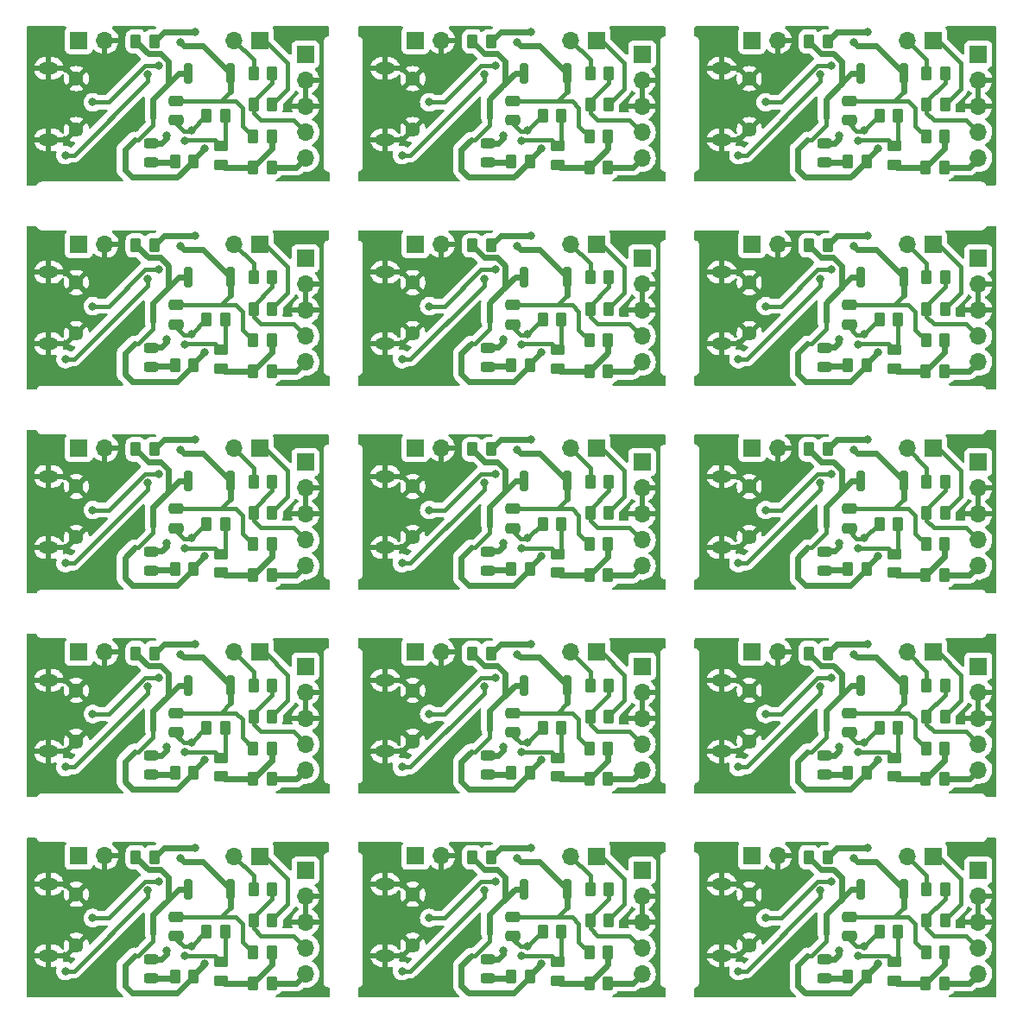
<source format=gbr>
%TF.GenerationSoftware,KiCad,Pcbnew,(6.0.11)*%
%TF.CreationDate,2023-10-19T09:40:57-03:00*%
%TF.ProjectId,gerenciador_de_bateria_2.0,67657265-6e63-4696-9164-6f725f64655f,rev?*%
%TF.SameCoordinates,Original*%
%TF.FileFunction,Copper,L2,Bot*%
%TF.FilePolarity,Positive*%
%FSLAX46Y46*%
G04 Gerber Fmt 4.6, Leading zero omitted, Abs format (unit mm)*
G04 Created by KiCad (PCBNEW (6.0.11)) date 2023-10-19 09:40:57*
%MOMM*%
%LPD*%
G01*
G04 APERTURE LIST*
G04 Aperture macros list*
%AMRoundRect*
0 Rectangle with rounded corners*
0 $1 Rounding radius*
0 $2 $3 $4 $5 $6 $7 $8 $9 X,Y pos of 4 corners*
0 Add a 4 corners polygon primitive as box body*
4,1,4,$2,$3,$4,$5,$6,$7,$8,$9,$2,$3,0*
0 Add four circle primitives for the rounded corners*
1,1,$1+$1,$2,$3*
1,1,$1+$1,$4,$5*
1,1,$1+$1,$6,$7*
1,1,$1+$1,$8,$9*
0 Add four rect primitives between the rounded corners*
20,1,$1+$1,$2,$3,$4,$5,0*
20,1,$1+$1,$4,$5,$6,$7,0*
20,1,$1+$1,$6,$7,$8,$9,0*
20,1,$1+$1,$8,$9,$2,$3,0*%
G04 Aperture macros list end*
%TA.AperFunction,ComponentPad*%
%ADD10C,1.450000*%
%TD*%
%TA.AperFunction,ComponentPad*%
%ADD11O,1.900000X1.200000*%
%TD*%
%TA.AperFunction,ComponentPad*%
%ADD12R,1.700000X1.700000*%
%TD*%
%TA.AperFunction,ComponentPad*%
%ADD13O,1.700000X1.700000*%
%TD*%
%TA.AperFunction,SMDPad,CuDef*%
%ADD14RoundRect,0.243750X-0.456250X0.243750X-0.456250X-0.243750X0.456250X-0.243750X0.456250X0.243750X0*%
%TD*%
%TA.AperFunction,SMDPad,CuDef*%
%ADD15RoundRect,0.250000X0.262500X0.450000X-0.262500X0.450000X-0.262500X-0.450000X0.262500X-0.450000X0*%
%TD*%
%TA.AperFunction,SMDPad,CuDef*%
%ADD16RoundRect,0.200000X0.200000X0.800000X-0.200000X0.800000X-0.200000X-0.800000X0.200000X-0.800000X0*%
%TD*%
%TA.AperFunction,SMDPad,CuDef*%
%ADD17RoundRect,0.250000X-0.262500X-0.450000X0.262500X-0.450000X0.262500X0.450000X-0.262500X0.450000X0*%
%TD*%
%TA.AperFunction,SMDPad,CuDef*%
%ADD18RoundRect,0.250000X-0.475000X0.250000X-0.475000X-0.250000X0.475000X-0.250000X0.475000X0.250000X0*%
%TD*%
%TA.AperFunction,SMDPad,CuDef*%
%ADD19RoundRect,0.250000X-0.450000X0.262500X-0.450000X-0.262500X0.450000X-0.262500X0.450000X0.262500X0*%
%TD*%
%TA.AperFunction,ViaPad*%
%ADD20C,0.800000*%
%TD*%
%TA.AperFunction,Conductor*%
%ADD21C,0.400000*%
%TD*%
%TA.AperFunction,Conductor*%
%ADD22C,0.600000*%
%TD*%
G04 APERTURE END LIST*
D10*
%TO.P,USB,6,GND*%
%TO.N,GNDPWR*%
X175330600Y-149327101D03*
D11*
X172630600Y-143327101D03*
X172630600Y-150327101D03*
D10*
X175330600Y-144327101D03*
%TD*%
D12*
%TO.P,J1,1,Pin_1*%
%TO.N,/BATT*%
X197808500Y-141960901D03*
D13*
%TO.P,J1,2,Pin_2*%
%TO.N,GNDPWR*%
X197808500Y-144500901D03*
%TO.P,J1,3,Pin_3*%
X197808500Y-147040901D03*
%TO.P,J1,4,Pin_4*%
%TO.N,/SYS*%
X197808500Y-149580901D03*
%TO.P,J1,5,Pin_5*%
%TO.N,/TERM*%
X197808500Y-152120901D03*
%TD*%
D14*
%TO.P,D1,1,K*%
%TO.N,Net-(D1-Pad1)*%
X182688500Y-150706001D03*
%TO.P,D1,2,A*%
%TO.N,Net-(D1-Pad2)*%
X182688500Y-152581001D03*
%TD*%
D15*
%TO.P,R11,1*%
%TO.N,/TERM*%
X194478500Y-153033501D03*
%TO.P,R11,2*%
%TO.N,Net-(R11-Pad2)*%
X192653500Y-153033501D03*
%TD*%
D12*
%TO.P,SDA,1,Pin_1*%
%TO.N,/SCL*%
X193368500Y-140573501D03*
D13*
%TO.P,SDA,2,Pin_2*%
%TO.N,/SDA*%
X190828500Y-140573501D03*
%TD*%
D12*
%TO.P,GNDPWR,1,Pin_1*%
%TO.N,/VIN*%
X175588500Y-140563501D03*
D13*
%TO.P,GNDPWR,2,Pin_2*%
%TO.N,GNDPWR*%
X178128500Y-140563501D03*
%TD*%
D15*
%TO.P,R8,1*%
%TO.N,/SYS*%
X194561000Y-143833501D03*
%TO.P,R8,2*%
%TO.N,/SDA*%
X192736000Y-143833501D03*
%TD*%
D16*
%TO.P,SW1,1,1*%
%TO.N,GNDA*%
X190478500Y-143823501D03*
%TO.P,SW1,2,2*%
%TO.N,/VREF*%
X186278500Y-143823501D03*
%TD*%
D17*
%TO.P,R6,1*%
%TO.N,Net-(C11-Pad2)*%
X188096000Y-147983501D03*
%TO.P,R6,2*%
%TO.N,Net-(R4-Pad1)*%
X189921000Y-147983501D03*
%TD*%
D18*
%TO.P,C11,1*%
%TO.N,GNDA*%
X185148500Y-146523501D03*
%TO.P,C11,2*%
%TO.N,Net-(C11-Pad2)*%
X185148500Y-148423501D03*
%TD*%
D19*
%TO.P,R4,1*%
%TO.N,Net-(R4-Pad1)*%
X189565300Y-150949401D03*
%TO.P,R4,2*%
%TO.N,Net-(R11-Pad2)*%
X189565300Y-152774401D03*
%TD*%
D17*
%TO.P,R5,1*%
%TO.N,Net-(D1-Pad2)*%
X184995200Y-152420701D03*
%TO.P,R5,2*%
%TO.N,/VREF*%
X186820200Y-152420701D03*
%TD*%
%TO.P,R7,1*%
%TO.N,/SYS*%
X192736000Y-146903501D03*
%TO.P,R7,2*%
%TO.N,/SCL*%
X194561000Y-146903501D03*
%TD*%
D15*
%TO.P,R1,1*%
%TO.N,Net-(R1-Pad1)*%
X183008500Y-140683501D03*
%TO.P,R1,2*%
%TO.N,/VREF*%
X181183500Y-140683501D03*
%TD*%
%TO.P,R12,1*%
%TO.N,Net-(R11-Pad2)*%
X194481000Y-150003501D03*
%TO.P,R12,2*%
%TO.N,GNDA*%
X192656000Y-150003501D03*
%TD*%
D10*
%TO.P,USB,6,GND*%
%TO.N,GNDPWR*%
X142330600Y-149327101D03*
D11*
X139630600Y-143327101D03*
X139630600Y-150327101D03*
D10*
X142330600Y-144327101D03*
%TD*%
D12*
%TO.P,J1,1,Pin_1*%
%TO.N,/BATT*%
X164808500Y-141960901D03*
D13*
%TO.P,J1,2,Pin_2*%
%TO.N,GNDPWR*%
X164808500Y-144500901D03*
%TO.P,J1,3,Pin_3*%
X164808500Y-147040901D03*
%TO.P,J1,4,Pin_4*%
%TO.N,/SYS*%
X164808500Y-149580901D03*
%TO.P,J1,5,Pin_5*%
%TO.N,/TERM*%
X164808500Y-152120901D03*
%TD*%
D14*
%TO.P,D1,1,K*%
%TO.N,Net-(D1-Pad1)*%
X149688500Y-150706001D03*
%TO.P,D1,2,A*%
%TO.N,Net-(D1-Pad2)*%
X149688500Y-152581001D03*
%TD*%
D15*
%TO.P,R11,1*%
%TO.N,/TERM*%
X161478500Y-153033501D03*
%TO.P,R11,2*%
%TO.N,Net-(R11-Pad2)*%
X159653500Y-153033501D03*
%TD*%
D12*
%TO.P,SDA,1,Pin_1*%
%TO.N,/SCL*%
X160368500Y-140573501D03*
D13*
%TO.P,SDA,2,Pin_2*%
%TO.N,/SDA*%
X157828500Y-140573501D03*
%TD*%
D12*
%TO.P,GNDPWR,1,Pin_1*%
%TO.N,/VIN*%
X142588500Y-140563501D03*
D13*
%TO.P,GNDPWR,2,Pin_2*%
%TO.N,GNDPWR*%
X145128500Y-140563501D03*
%TD*%
D15*
%TO.P,R8,1*%
%TO.N,/SYS*%
X161561000Y-143833501D03*
%TO.P,R8,2*%
%TO.N,/SDA*%
X159736000Y-143833501D03*
%TD*%
D16*
%TO.P,SW1,1,1*%
%TO.N,GNDA*%
X157478500Y-143823501D03*
%TO.P,SW1,2,2*%
%TO.N,/VREF*%
X153278500Y-143823501D03*
%TD*%
D17*
%TO.P,R6,1*%
%TO.N,Net-(C11-Pad2)*%
X155096000Y-147983501D03*
%TO.P,R6,2*%
%TO.N,Net-(R4-Pad1)*%
X156921000Y-147983501D03*
%TD*%
D18*
%TO.P,C11,1*%
%TO.N,GNDA*%
X152148500Y-146523501D03*
%TO.P,C11,2*%
%TO.N,Net-(C11-Pad2)*%
X152148500Y-148423501D03*
%TD*%
D19*
%TO.P,R4,1*%
%TO.N,Net-(R4-Pad1)*%
X156565300Y-150949401D03*
%TO.P,R4,2*%
%TO.N,Net-(R11-Pad2)*%
X156565300Y-152774401D03*
%TD*%
D17*
%TO.P,R5,1*%
%TO.N,Net-(D1-Pad2)*%
X151995200Y-152420701D03*
%TO.P,R5,2*%
%TO.N,/VREF*%
X153820200Y-152420701D03*
%TD*%
%TO.P,R7,1*%
%TO.N,/SYS*%
X159736000Y-146903501D03*
%TO.P,R7,2*%
%TO.N,/SCL*%
X161561000Y-146903501D03*
%TD*%
D15*
%TO.P,R1,1*%
%TO.N,Net-(R1-Pad1)*%
X150008500Y-140683501D03*
%TO.P,R1,2*%
%TO.N,/VREF*%
X148183500Y-140683501D03*
%TD*%
%TO.P,R12,1*%
%TO.N,Net-(R11-Pad2)*%
X161481000Y-150003501D03*
%TO.P,R12,2*%
%TO.N,GNDA*%
X159656000Y-150003501D03*
%TD*%
D10*
%TO.P,USB,6,GND*%
%TO.N,GNDPWR*%
X109330600Y-149327101D03*
D11*
X106630600Y-143327101D03*
X106630600Y-150327101D03*
D10*
X109330600Y-144327101D03*
%TD*%
D12*
%TO.P,J1,1,Pin_1*%
%TO.N,/BATT*%
X131808500Y-141960901D03*
D13*
%TO.P,J1,2,Pin_2*%
%TO.N,GNDPWR*%
X131808500Y-144500901D03*
%TO.P,J1,3,Pin_3*%
X131808500Y-147040901D03*
%TO.P,J1,4,Pin_4*%
%TO.N,/SYS*%
X131808500Y-149580901D03*
%TO.P,J1,5,Pin_5*%
%TO.N,/TERM*%
X131808500Y-152120901D03*
%TD*%
D14*
%TO.P,D1,1,K*%
%TO.N,Net-(D1-Pad1)*%
X116688500Y-150706001D03*
%TO.P,D1,2,A*%
%TO.N,Net-(D1-Pad2)*%
X116688500Y-152581001D03*
%TD*%
D15*
%TO.P,R11,1*%
%TO.N,/TERM*%
X128478500Y-153033501D03*
%TO.P,R11,2*%
%TO.N,Net-(R11-Pad2)*%
X126653500Y-153033501D03*
%TD*%
D12*
%TO.P,SDA,1,Pin_1*%
%TO.N,/SCL*%
X127368500Y-140573501D03*
D13*
%TO.P,SDA,2,Pin_2*%
%TO.N,/SDA*%
X124828500Y-140573501D03*
%TD*%
D12*
%TO.P,GNDPWR,1,Pin_1*%
%TO.N,/VIN*%
X109588500Y-140563501D03*
D13*
%TO.P,GNDPWR,2,Pin_2*%
%TO.N,GNDPWR*%
X112128500Y-140563501D03*
%TD*%
D15*
%TO.P,R8,1*%
%TO.N,/SYS*%
X128561000Y-143833501D03*
%TO.P,R8,2*%
%TO.N,/SDA*%
X126736000Y-143833501D03*
%TD*%
D16*
%TO.P,SW1,1,1*%
%TO.N,GNDA*%
X124478500Y-143823501D03*
%TO.P,SW1,2,2*%
%TO.N,/VREF*%
X120278500Y-143823501D03*
%TD*%
D17*
%TO.P,R6,1*%
%TO.N,Net-(C11-Pad2)*%
X122096000Y-147983501D03*
%TO.P,R6,2*%
%TO.N,Net-(R4-Pad1)*%
X123921000Y-147983501D03*
%TD*%
D18*
%TO.P,C11,1*%
%TO.N,GNDA*%
X119148500Y-146523501D03*
%TO.P,C11,2*%
%TO.N,Net-(C11-Pad2)*%
X119148500Y-148423501D03*
%TD*%
D19*
%TO.P,R4,1*%
%TO.N,Net-(R4-Pad1)*%
X123565300Y-150949401D03*
%TO.P,R4,2*%
%TO.N,Net-(R11-Pad2)*%
X123565300Y-152774401D03*
%TD*%
D17*
%TO.P,R5,1*%
%TO.N,Net-(D1-Pad2)*%
X118995200Y-152420701D03*
%TO.P,R5,2*%
%TO.N,/VREF*%
X120820200Y-152420701D03*
%TD*%
%TO.P,R7,1*%
%TO.N,/SYS*%
X126736000Y-146903501D03*
%TO.P,R7,2*%
%TO.N,/SCL*%
X128561000Y-146903501D03*
%TD*%
D15*
%TO.P,R1,1*%
%TO.N,Net-(R1-Pad1)*%
X117008500Y-140683501D03*
%TO.P,R1,2*%
%TO.N,/VREF*%
X115183500Y-140683501D03*
%TD*%
%TO.P,R12,1*%
%TO.N,Net-(R11-Pad2)*%
X128481000Y-150003501D03*
%TO.P,R12,2*%
%TO.N,GNDA*%
X126656000Y-150003501D03*
%TD*%
D10*
%TO.P,USB,6,GND*%
%TO.N,GNDPWR*%
X175330600Y-129327101D03*
D11*
X172630600Y-123327101D03*
X172630600Y-130327101D03*
D10*
X175330600Y-124327101D03*
%TD*%
D12*
%TO.P,J1,1,Pin_1*%
%TO.N,/BATT*%
X197808500Y-121960901D03*
D13*
%TO.P,J1,2,Pin_2*%
%TO.N,GNDPWR*%
X197808500Y-124500901D03*
%TO.P,J1,3,Pin_3*%
X197808500Y-127040901D03*
%TO.P,J1,4,Pin_4*%
%TO.N,/SYS*%
X197808500Y-129580901D03*
%TO.P,J1,5,Pin_5*%
%TO.N,/TERM*%
X197808500Y-132120901D03*
%TD*%
D14*
%TO.P,D1,1,K*%
%TO.N,Net-(D1-Pad1)*%
X182688500Y-130706001D03*
%TO.P,D1,2,A*%
%TO.N,Net-(D1-Pad2)*%
X182688500Y-132581001D03*
%TD*%
D15*
%TO.P,R11,1*%
%TO.N,/TERM*%
X194478500Y-133033501D03*
%TO.P,R11,2*%
%TO.N,Net-(R11-Pad2)*%
X192653500Y-133033501D03*
%TD*%
D12*
%TO.P,SDA,1,Pin_1*%
%TO.N,/SCL*%
X193368500Y-120573501D03*
D13*
%TO.P,SDA,2,Pin_2*%
%TO.N,/SDA*%
X190828500Y-120573501D03*
%TD*%
D12*
%TO.P,GNDPWR,1,Pin_1*%
%TO.N,/VIN*%
X175588500Y-120563501D03*
D13*
%TO.P,GNDPWR,2,Pin_2*%
%TO.N,GNDPWR*%
X178128500Y-120563501D03*
%TD*%
D15*
%TO.P,R8,1*%
%TO.N,/SYS*%
X194561000Y-123833501D03*
%TO.P,R8,2*%
%TO.N,/SDA*%
X192736000Y-123833501D03*
%TD*%
D16*
%TO.P,SW1,1,1*%
%TO.N,GNDA*%
X190478500Y-123823501D03*
%TO.P,SW1,2,2*%
%TO.N,/VREF*%
X186278500Y-123823501D03*
%TD*%
D17*
%TO.P,R6,1*%
%TO.N,Net-(C11-Pad2)*%
X188096000Y-127983501D03*
%TO.P,R6,2*%
%TO.N,Net-(R4-Pad1)*%
X189921000Y-127983501D03*
%TD*%
D18*
%TO.P,C11,1*%
%TO.N,GNDA*%
X185148500Y-126523501D03*
%TO.P,C11,2*%
%TO.N,Net-(C11-Pad2)*%
X185148500Y-128423501D03*
%TD*%
D19*
%TO.P,R4,1*%
%TO.N,Net-(R4-Pad1)*%
X189565300Y-130949401D03*
%TO.P,R4,2*%
%TO.N,Net-(R11-Pad2)*%
X189565300Y-132774401D03*
%TD*%
D17*
%TO.P,R5,1*%
%TO.N,Net-(D1-Pad2)*%
X184995200Y-132420701D03*
%TO.P,R5,2*%
%TO.N,/VREF*%
X186820200Y-132420701D03*
%TD*%
%TO.P,R7,1*%
%TO.N,/SYS*%
X192736000Y-126903501D03*
%TO.P,R7,2*%
%TO.N,/SCL*%
X194561000Y-126903501D03*
%TD*%
D15*
%TO.P,R1,1*%
%TO.N,Net-(R1-Pad1)*%
X183008500Y-120683501D03*
%TO.P,R1,2*%
%TO.N,/VREF*%
X181183500Y-120683501D03*
%TD*%
%TO.P,R12,1*%
%TO.N,Net-(R11-Pad2)*%
X194481000Y-130003501D03*
%TO.P,R12,2*%
%TO.N,GNDA*%
X192656000Y-130003501D03*
%TD*%
D10*
%TO.P,USB,6,GND*%
%TO.N,GNDPWR*%
X142330600Y-129327101D03*
D11*
X139630600Y-123327101D03*
X139630600Y-130327101D03*
D10*
X142330600Y-124327101D03*
%TD*%
D12*
%TO.P,J1,1,Pin_1*%
%TO.N,/BATT*%
X164808500Y-121960901D03*
D13*
%TO.P,J1,2,Pin_2*%
%TO.N,GNDPWR*%
X164808500Y-124500901D03*
%TO.P,J1,3,Pin_3*%
X164808500Y-127040901D03*
%TO.P,J1,4,Pin_4*%
%TO.N,/SYS*%
X164808500Y-129580901D03*
%TO.P,J1,5,Pin_5*%
%TO.N,/TERM*%
X164808500Y-132120901D03*
%TD*%
D14*
%TO.P,D1,1,K*%
%TO.N,Net-(D1-Pad1)*%
X149688500Y-130706001D03*
%TO.P,D1,2,A*%
%TO.N,Net-(D1-Pad2)*%
X149688500Y-132581001D03*
%TD*%
D15*
%TO.P,R11,1*%
%TO.N,/TERM*%
X161478500Y-133033501D03*
%TO.P,R11,2*%
%TO.N,Net-(R11-Pad2)*%
X159653500Y-133033501D03*
%TD*%
D12*
%TO.P,SDA,1,Pin_1*%
%TO.N,/SCL*%
X160368500Y-120573501D03*
D13*
%TO.P,SDA,2,Pin_2*%
%TO.N,/SDA*%
X157828500Y-120573501D03*
%TD*%
D12*
%TO.P,GNDPWR,1,Pin_1*%
%TO.N,/VIN*%
X142588500Y-120563501D03*
D13*
%TO.P,GNDPWR,2,Pin_2*%
%TO.N,GNDPWR*%
X145128500Y-120563501D03*
%TD*%
D15*
%TO.P,R8,1*%
%TO.N,/SYS*%
X161561000Y-123833501D03*
%TO.P,R8,2*%
%TO.N,/SDA*%
X159736000Y-123833501D03*
%TD*%
D16*
%TO.P,SW1,1,1*%
%TO.N,GNDA*%
X157478500Y-123823501D03*
%TO.P,SW1,2,2*%
%TO.N,/VREF*%
X153278500Y-123823501D03*
%TD*%
D17*
%TO.P,R6,1*%
%TO.N,Net-(C11-Pad2)*%
X155096000Y-127983501D03*
%TO.P,R6,2*%
%TO.N,Net-(R4-Pad1)*%
X156921000Y-127983501D03*
%TD*%
D18*
%TO.P,C11,1*%
%TO.N,GNDA*%
X152148500Y-126523501D03*
%TO.P,C11,2*%
%TO.N,Net-(C11-Pad2)*%
X152148500Y-128423501D03*
%TD*%
D19*
%TO.P,R4,1*%
%TO.N,Net-(R4-Pad1)*%
X156565300Y-130949401D03*
%TO.P,R4,2*%
%TO.N,Net-(R11-Pad2)*%
X156565300Y-132774401D03*
%TD*%
D17*
%TO.P,R5,1*%
%TO.N,Net-(D1-Pad2)*%
X151995200Y-132420701D03*
%TO.P,R5,2*%
%TO.N,/VREF*%
X153820200Y-132420701D03*
%TD*%
%TO.P,R7,1*%
%TO.N,/SYS*%
X159736000Y-126903501D03*
%TO.P,R7,2*%
%TO.N,/SCL*%
X161561000Y-126903501D03*
%TD*%
D15*
%TO.P,R1,1*%
%TO.N,Net-(R1-Pad1)*%
X150008500Y-120683501D03*
%TO.P,R1,2*%
%TO.N,/VREF*%
X148183500Y-120683501D03*
%TD*%
%TO.P,R12,1*%
%TO.N,Net-(R11-Pad2)*%
X161481000Y-130003501D03*
%TO.P,R12,2*%
%TO.N,GNDA*%
X159656000Y-130003501D03*
%TD*%
D10*
%TO.P,USB,6,GND*%
%TO.N,GNDPWR*%
X109330600Y-129327101D03*
D11*
X106630600Y-123327101D03*
X106630600Y-130327101D03*
D10*
X109330600Y-124327101D03*
%TD*%
D12*
%TO.P,J1,1,Pin_1*%
%TO.N,/BATT*%
X131808500Y-121960901D03*
D13*
%TO.P,J1,2,Pin_2*%
%TO.N,GNDPWR*%
X131808500Y-124500901D03*
%TO.P,J1,3,Pin_3*%
X131808500Y-127040901D03*
%TO.P,J1,4,Pin_4*%
%TO.N,/SYS*%
X131808500Y-129580901D03*
%TO.P,J1,5,Pin_5*%
%TO.N,/TERM*%
X131808500Y-132120901D03*
%TD*%
D14*
%TO.P,D1,1,K*%
%TO.N,Net-(D1-Pad1)*%
X116688500Y-130706001D03*
%TO.P,D1,2,A*%
%TO.N,Net-(D1-Pad2)*%
X116688500Y-132581001D03*
%TD*%
D15*
%TO.P,R11,1*%
%TO.N,/TERM*%
X128478500Y-133033501D03*
%TO.P,R11,2*%
%TO.N,Net-(R11-Pad2)*%
X126653500Y-133033501D03*
%TD*%
D12*
%TO.P,SDA,1,Pin_1*%
%TO.N,/SCL*%
X127368500Y-120573501D03*
D13*
%TO.P,SDA,2,Pin_2*%
%TO.N,/SDA*%
X124828500Y-120573501D03*
%TD*%
D12*
%TO.P,GNDPWR,1,Pin_1*%
%TO.N,/VIN*%
X109588500Y-120563501D03*
D13*
%TO.P,GNDPWR,2,Pin_2*%
%TO.N,GNDPWR*%
X112128500Y-120563501D03*
%TD*%
D15*
%TO.P,R8,1*%
%TO.N,/SYS*%
X128561000Y-123833501D03*
%TO.P,R8,2*%
%TO.N,/SDA*%
X126736000Y-123833501D03*
%TD*%
D16*
%TO.P,SW1,1,1*%
%TO.N,GNDA*%
X124478500Y-123823501D03*
%TO.P,SW1,2,2*%
%TO.N,/VREF*%
X120278500Y-123823501D03*
%TD*%
D17*
%TO.P,R6,1*%
%TO.N,Net-(C11-Pad2)*%
X122096000Y-127983501D03*
%TO.P,R6,2*%
%TO.N,Net-(R4-Pad1)*%
X123921000Y-127983501D03*
%TD*%
D18*
%TO.P,C11,1*%
%TO.N,GNDA*%
X119148500Y-126523501D03*
%TO.P,C11,2*%
%TO.N,Net-(C11-Pad2)*%
X119148500Y-128423501D03*
%TD*%
D19*
%TO.P,R4,1*%
%TO.N,Net-(R4-Pad1)*%
X123565300Y-130949401D03*
%TO.P,R4,2*%
%TO.N,Net-(R11-Pad2)*%
X123565300Y-132774401D03*
%TD*%
D17*
%TO.P,R5,1*%
%TO.N,Net-(D1-Pad2)*%
X118995200Y-132420701D03*
%TO.P,R5,2*%
%TO.N,/VREF*%
X120820200Y-132420701D03*
%TD*%
%TO.P,R7,1*%
%TO.N,/SYS*%
X126736000Y-126903501D03*
%TO.P,R7,2*%
%TO.N,/SCL*%
X128561000Y-126903501D03*
%TD*%
D15*
%TO.P,R1,1*%
%TO.N,Net-(R1-Pad1)*%
X117008500Y-120683501D03*
%TO.P,R1,2*%
%TO.N,/VREF*%
X115183500Y-120683501D03*
%TD*%
%TO.P,R12,1*%
%TO.N,Net-(R11-Pad2)*%
X128481000Y-130003501D03*
%TO.P,R12,2*%
%TO.N,GNDA*%
X126656000Y-130003501D03*
%TD*%
D10*
%TO.P,USB,6,GND*%
%TO.N,GNDPWR*%
X175330600Y-109327101D03*
D11*
X172630600Y-103327101D03*
X172630600Y-110327101D03*
D10*
X175330600Y-104327101D03*
%TD*%
D12*
%TO.P,J1,1,Pin_1*%
%TO.N,/BATT*%
X197808500Y-101960901D03*
D13*
%TO.P,J1,2,Pin_2*%
%TO.N,GNDPWR*%
X197808500Y-104500901D03*
%TO.P,J1,3,Pin_3*%
X197808500Y-107040901D03*
%TO.P,J1,4,Pin_4*%
%TO.N,/SYS*%
X197808500Y-109580901D03*
%TO.P,J1,5,Pin_5*%
%TO.N,/TERM*%
X197808500Y-112120901D03*
%TD*%
D14*
%TO.P,D1,1,K*%
%TO.N,Net-(D1-Pad1)*%
X182688500Y-110706001D03*
%TO.P,D1,2,A*%
%TO.N,Net-(D1-Pad2)*%
X182688500Y-112581001D03*
%TD*%
D15*
%TO.P,R11,1*%
%TO.N,/TERM*%
X194478500Y-113033501D03*
%TO.P,R11,2*%
%TO.N,Net-(R11-Pad2)*%
X192653500Y-113033501D03*
%TD*%
D12*
%TO.P,SDA,1,Pin_1*%
%TO.N,/SCL*%
X193368500Y-100573501D03*
D13*
%TO.P,SDA,2,Pin_2*%
%TO.N,/SDA*%
X190828500Y-100573501D03*
%TD*%
D12*
%TO.P,GNDPWR,1,Pin_1*%
%TO.N,/VIN*%
X175588500Y-100563501D03*
D13*
%TO.P,GNDPWR,2,Pin_2*%
%TO.N,GNDPWR*%
X178128500Y-100563501D03*
%TD*%
D15*
%TO.P,R8,1*%
%TO.N,/SYS*%
X194561000Y-103833501D03*
%TO.P,R8,2*%
%TO.N,/SDA*%
X192736000Y-103833501D03*
%TD*%
D16*
%TO.P,SW1,1,1*%
%TO.N,GNDA*%
X190478500Y-103823501D03*
%TO.P,SW1,2,2*%
%TO.N,/VREF*%
X186278500Y-103823501D03*
%TD*%
D17*
%TO.P,R6,1*%
%TO.N,Net-(C11-Pad2)*%
X188096000Y-107983501D03*
%TO.P,R6,2*%
%TO.N,Net-(R4-Pad1)*%
X189921000Y-107983501D03*
%TD*%
D18*
%TO.P,C11,1*%
%TO.N,GNDA*%
X185148500Y-106523501D03*
%TO.P,C11,2*%
%TO.N,Net-(C11-Pad2)*%
X185148500Y-108423501D03*
%TD*%
D19*
%TO.P,R4,1*%
%TO.N,Net-(R4-Pad1)*%
X189565300Y-110949401D03*
%TO.P,R4,2*%
%TO.N,Net-(R11-Pad2)*%
X189565300Y-112774401D03*
%TD*%
D17*
%TO.P,R5,1*%
%TO.N,Net-(D1-Pad2)*%
X184995200Y-112420701D03*
%TO.P,R5,2*%
%TO.N,/VREF*%
X186820200Y-112420701D03*
%TD*%
%TO.P,R7,1*%
%TO.N,/SYS*%
X192736000Y-106903501D03*
%TO.P,R7,2*%
%TO.N,/SCL*%
X194561000Y-106903501D03*
%TD*%
D15*
%TO.P,R1,1*%
%TO.N,Net-(R1-Pad1)*%
X183008500Y-100683501D03*
%TO.P,R1,2*%
%TO.N,/VREF*%
X181183500Y-100683501D03*
%TD*%
%TO.P,R12,1*%
%TO.N,Net-(R11-Pad2)*%
X194481000Y-110003501D03*
%TO.P,R12,2*%
%TO.N,GNDA*%
X192656000Y-110003501D03*
%TD*%
D10*
%TO.P,USB,6,GND*%
%TO.N,GNDPWR*%
X142330600Y-109327101D03*
D11*
X139630600Y-103327101D03*
X139630600Y-110327101D03*
D10*
X142330600Y-104327101D03*
%TD*%
D12*
%TO.P,J1,1,Pin_1*%
%TO.N,/BATT*%
X164808500Y-101960901D03*
D13*
%TO.P,J1,2,Pin_2*%
%TO.N,GNDPWR*%
X164808500Y-104500901D03*
%TO.P,J1,3,Pin_3*%
X164808500Y-107040901D03*
%TO.P,J1,4,Pin_4*%
%TO.N,/SYS*%
X164808500Y-109580901D03*
%TO.P,J1,5,Pin_5*%
%TO.N,/TERM*%
X164808500Y-112120901D03*
%TD*%
D14*
%TO.P,D1,1,K*%
%TO.N,Net-(D1-Pad1)*%
X149688500Y-110706001D03*
%TO.P,D1,2,A*%
%TO.N,Net-(D1-Pad2)*%
X149688500Y-112581001D03*
%TD*%
D15*
%TO.P,R11,1*%
%TO.N,/TERM*%
X161478500Y-113033501D03*
%TO.P,R11,2*%
%TO.N,Net-(R11-Pad2)*%
X159653500Y-113033501D03*
%TD*%
D12*
%TO.P,SDA,1,Pin_1*%
%TO.N,/SCL*%
X160368500Y-100573501D03*
D13*
%TO.P,SDA,2,Pin_2*%
%TO.N,/SDA*%
X157828500Y-100573501D03*
%TD*%
D12*
%TO.P,GNDPWR,1,Pin_1*%
%TO.N,/VIN*%
X142588500Y-100563501D03*
D13*
%TO.P,GNDPWR,2,Pin_2*%
%TO.N,GNDPWR*%
X145128500Y-100563501D03*
%TD*%
D15*
%TO.P,R8,1*%
%TO.N,/SYS*%
X161561000Y-103833501D03*
%TO.P,R8,2*%
%TO.N,/SDA*%
X159736000Y-103833501D03*
%TD*%
D16*
%TO.P,SW1,1,1*%
%TO.N,GNDA*%
X157478500Y-103823501D03*
%TO.P,SW1,2,2*%
%TO.N,/VREF*%
X153278500Y-103823501D03*
%TD*%
D17*
%TO.P,R6,1*%
%TO.N,Net-(C11-Pad2)*%
X155096000Y-107983501D03*
%TO.P,R6,2*%
%TO.N,Net-(R4-Pad1)*%
X156921000Y-107983501D03*
%TD*%
D18*
%TO.P,C11,1*%
%TO.N,GNDA*%
X152148500Y-106523501D03*
%TO.P,C11,2*%
%TO.N,Net-(C11-Pad2)*%
X152148500Y-108423501D03*
%TD*%
D19*
%TO.P,R4,1*%
%TO.N,Net-(R4-Pad1)*%
X156565300Y-110949401D03*
%TO.P,R4,2*%
%TO.N,Net-(R11-Pad2)*%
X156565300Y-112774401D03*
%TD*%
D17*
%TO.P,R5,1*%
%TO.N,Net-(D1-Pad2)*%
X151995200Y-112420701D03*
%TO.P,R5,2*%
%TO.N,/VREF*%
X153820200Y-112420701D03*
%TD*%
%TO.P,R7,1*%
%TO.N,/SYS*%
X159736000Y-106903501D03*
%TO.P,R7,2*%
%TO.N,/SCL*%
X161561000Y-106903501D03*
%TD*%
D15*
%TO.P,R1,1*%
%TO.N,Net-(R1-Pad1)*%
X150008500Y-100683501D03*
%TO.P,R1,2*%
%TO.N,/VREF*%
X148183500Y-100683501D03*
%TD*%
%TO.P,R12,1*%
%TO.N,Net-(R11-Pad2)*%
X161481000Y-110003501D03*
%TO.P,R12,2*%
%TO.N,GNDA*%
X159656000Y-110003501D03*
%TD*%
D10*
%TO.P,USB,6,GND*%
%TO.N,GNDPWR*%
X109330600Y-109327101D03*
D11*
X106630600Y-103327101D03*
X106630600Y-110327101D03*
D10*
X109330600Y-104327101D03*
%TD*%
D12*
%TO.P,J1,1,Pin_1*%
%TO.N,/BATT*%
X131808500Y-101960901D03*
D13*
%TO.P,J1,2,Pin_2*%
%TO.N,GNDPWR*%
X131808500Y-104500901D03*
%TO.P,J1,3,Pin_3*%
X131808500Y-107040901D03*
%TO.P,J1,4,Pin_4*%
%TO.N,/SYS*%
X131808500Y-109580901D03*
%TO.P,J1,5,Pin_5*%
%TO.N,/TERM*%
X131808500Y-112120901D03*
%TD*%
D14*
%TO.P,D1,1,K*%
%TO.N,Net-(D1-Pad1)*%
X116688500Y-110706001D03*
%TO.P,D1,2,A*%
%TO.N,Net-(D1-Pad2)*%
X116688500Y-112581001D03*
%TD*%
D15*
%TO.P,R11,1*%
%TO.N,/TERM*%
X128478500Y-113033501D03*
%TO.P,R11,2*%
%TO.N,Net-(R11-Pad2)*%
X126653500Y-113033501D03*
%TD*%
D12*
%TO.P,SDA,1,Pin_1*%
%TO.N,/SCL*%
X127368500Y-100573501D03*
D13*
%TO.P,SDA,2,Pin_2*%
%TO.N,/SDA*%
X124828500Y-100573501D03*
%TD*%
D12*
%TO.P,GNDPWR,1,Pin_1*%
%TO.N,/VIN*%
X109588500Y-100563501D03*
D13*
%TO.P,GNDPWR,2,Pin_2*%
%TO.N,GNDPWR*%
X112128500Y-100563501D03*
%TD*%
D15*
%TO.P,R8,1*%
%TO.N,/SYS*%
X128561000Y-103833501D03*
%TO.P,R8,2*%
%TO.N,/SDA*%
X126736000Y-103833501D03*
%TD*%
D16*
%TO.P,SW1,1,1*%
%TO.N,GNDA*%
X124478500Y-103823501D03*
%TO.P,SW1,2,2*%
%TO.N,/VREF*%
X120278500Y-103823501D03*
%TD*%
D17*
%TO.P,R6,1*%
%TO.N,Net-(C11-Pad2)*%
X122096000Y-107983501D03*
%TO.P,R6,2*%
%TO.N,Net-(R4-Pad1)*%
X123921000Y-107983501D03*
%TD*%
D18*
%TO.P,C11,1*%
%TO.N,GNDA*%
X119148500Y-106523501D03*
%TO.P,C11,2*%
%TO.N,Net-(C11-Pad2)*%
X119148500Y-108423501D03*
%TD*%
D19*
%TO.P,R4,1*%
%TO.N,Net-(R4-Pad1)*%
X123565300Y-110949401D03*
%TO.P,R4,2*%
%TO.N,Net-(R11-Pad2)*%
X123565300Y-112774401D03*
%TD*%
D17*
%TO.P,R5,1*%
%TO.N,Net-(D1-Pad2)*%
X118995200Y-112420701D03*
%TO.P,R5,2*%
%TO.N,/VREF*%
X120820200Y-112420701D03*
%TD*%
%TO.P,R7,1*%
%TO.N,/SYS*%
X126736000Y-106903501D03*
%TO.P,R7,2*%
%TO.N,/SCL*%
X128561000Y-106903501D03*
%TD*%
D15*
%TO.P,R1,1*%
%TO.N,Net-(R1-Pad1)*%
X117008500Y-100683501D03*
%TO.P,R1,2*%
%TO.N,/VREF*%
X115183500Y-100683501D03*
%TD*%
%TO.P,R12,1*%
%TO.N,Net-(R11-Pad2)*%
X128481000Y-110003501D03*
%TO.P,R12,2*%
%TO.N,GNDA*%
X126656000Y-110003501D03*
%TD*%
D10*
%TO.P,USB,6,GND*%
%TO.N,GNDPWR*%
X175330600Y-89327101D03*
D11*
X172630600Y-83327101D03*
X172630600Y-90327101D03*
D10*
X175330600Y-84327101D03*
%TD*%
D12*
%TO.P,J1,1,Pin_1*%
%TO.N,/BATT*%
X197808500Y-81960901D03*
D13*
%TO.P,J1,2,Pin_2*%
%TO.N,GNDPWR*%
X197808500Y-84500901D03*
%TO.P,J1,3,Pin_3*%
X197808500Y-87040901D03*
%TO.P,J1,4,Pin_4*%
%TO.N,/SYS*%
X197808500Y-89580901D03*
%TO.P,J1,5,Pin_5*%
%TO.N,/TERM*%
X197808500Y-92120901D03*
%TD*%
D14*
%TO.P,D1,1,K*%
%TO.N,Net-(D1-Pad1)*%
X182688500Y-90706001D03*
%TO.P,D1,2,A*%
%TO.N,Net-(D1-Pad2)*%
X182688500Y-92581001D03*
%TD*%
D15*
%TO.P,R11,1*%
%TO.N,/TERM*%
X194478500Y-93033501D03*
%TO.P,R11,2*%
%TO.N,Net-(R11-Pad2)*%
X192653500Y-93033501D03*
%TD*%
D12*
%TO.P,SDA,1,Pin_1*%
%TO.N,/SCL*%
X193368500Y-80573501D03*
D13*
%TO.P,SDA,2,Pin_2*%
%TO.N,/SDA*%
X190828500Y-80573501D03*
%TD*%
D12*
%TO.P,GNDPWR,1,Pin_1*%
%TO.N,/VIN*%
X175588500Y-80563501D03*
D13*
%TO.P,GNDPWR,2,Pin_2*%
%TO.N,GNDPWR*%
X178128500Y-80563501D03*
%TD*%
D15*
%TO.P,R8,1*%
%TO.N,/SYS*%
X194561000Y-83833501D03*
%TO.P,R8,2*%
%TO.N,/SDA*%
X192736000Y-83833501D03*
%TD*%
D16*
%TO.P,SW1,1,1*%
%TO.N,GNDA*%
X190478500Y-83823501D03*
%TO.P,SW1,2,2*%
%TO.N,/VREF*%
X186278500Y-83823501D03*
%TD*%
D17*
%TO.P,R6,1*%
%TO.N,Net-(C11-Pad2)*%
X188096000Y-87983501D03*
%TO.P,R6,2*%
%TO.N,Net-(R4-Pad1)*%
X189921000Y-87983501D03*
%TD*%
D18*
%TO.P,C11,1*%
%TO.N,GNDA*%
X185148500Y-86523501D03*
%TO.P,C11,2*%
%TO.N,Net-(C11-Pad2)*%
X185148500Y-88423501D03*
%TD*%
D19*
%TO.P,R4,1*%
%TO.N,Net-(R4-Pad1)*%
X189565300Y-90949401D03*
%TO.P,R4,2*%
%TO.N,Net-(R11-Pad2)*%
X189565300Y-92774401D03*
%TD*%
D17*
%TO.P,R5,1*%
%TO.N,Net-(D1-Pad2)*%
X184995200Y-92420701D03*
%TO.P,R5,2*%
%TO.N,/VREF*%
X186820200Y-92420701D03*
%TD*%
%TO.P,R7,1*%
%TO.N,/SYS*%
X192736000Y-86903501D03*
%TO.P,R7,2*%
%TO.N,/SCL*%
X194561000Y-86903501D03*
%TD*%
D15*
%TO.P,R1,1*%
%TO.N,Net-(R1-Pad1)*%
X183008500Y-80683501D03*
%TO.P,R1,2*%
%TO.N,/VREF*%
X181183500Y-80683501D03*
%TD*%
%TO.P,R12,1*%
%TO.N,Net-(R11-Pad2)*%
X194481000Y-90003501D03*
%TO.P,R12,2*%
%TO.N,GNDA*%
X192656000Y-90003501D03*
%TD*%
D10*
%TO.P,USB,6,GND*%
%TO.N,GNDPWR*%
X142330600Y-89327101D03*
D11*
X139630600Y-83327101D03*
X139630600Y-90327101D03*
D10*
X142330600Y-84327101D03*
%TD*%
D12*
%TO.P,J1,1,Pin_1*%
%TO.N,/BATT*%
X164808500Y-81960901D03*
D13*
%TO.P,J1,2,Pin_2*%
%TO.N,GNDPWR*%
X164808500Y-84500901D03*
%TO.P,J1,3,Pin_3*%
X164808500Y-87040901D03*
%TO.P,J1,4,Pin_4*%
%TO.N,/SYS*%
X164808500Y-89580901D03*
%TO.P,J1,5,Pin_5*%
%TO.N,/TERM*%
X164808500Y-92120901D03*
%TD*%
D14*
%TO.P,D1,1,K*%
%TO.N,Net-(D1-Pad1)*%
X149688500Y-90706001D03*
%TO.P,D1,2,A*%
%TO.N,Net-(D1-Pad2)*%
X149688500Y-92581001D03*
%TD*%
D15*
%TO.P,R11,1*%
%TO.N,/TERM*%
X161478500Y-93033501D03*
%TO.P,R11,2*%
%TO.N,Net-(R11-Pad2)*%
X159653500Y-93033501D03*
%TD*%
D12*
%TO.P,SDA,1,Pin_1*%
%TO.N,/SCL*%
X160368500Y-80573501D03*
D13*
%TO.P,SDA,2,Pin_2*%
%TO.N,/SDA*%
X157828500Y-80573501D03*
%TD*%
D12*
%TO.P,GNDPWR,1,Pin_1*%
%TO.N,/VIN*%
X142588500Y-80563501D03*
D13*
%TO.P,GNDPWR,2,Pin_2*%
%TO.N,GNDPWR*%
X145128500Y-80563501D03*
%TD*%
D15*
%TO.P,R8,1*%
%TO.N,/SYS*%
X161561000Y-83833501D03*
%TO.P,R8,2*%
%TO.N,/SDA*%
X159736000Y-83833501D03*
%TD*%
D16*
%TO.P,SW1,1,1*%
%TO.N,GNDA*%
X157478500Y-83823501D03*
%TO.P,SW1,2,2*%
%TO.N,/VREF*%
X153278500Y-83823501D03*
%TD*%
D17*
%TO.P,R6,1*%
%TO.N,Net-(C11-Pad2)*%
X155096000Y-87983501D03*
%TO.P,R6,2*%
%TO.N,Net-(R4-Pad1)*%
X156921000Y-87983501D03*
%TD*%
D18*
%TO.P,C11,1*%
%TO.N,GNDA*%
X152148500Y-86523501D03*
%TO.P,C11,2*%
%TO.N,Net-(C11-Pad2)*%
X152148500Y-88423501D03*
%TD*%
D19*
%TO.P,R4,1*%
%TO.N,Net-(R4-Pad1)*%
X156565300Y-90949401D03*
%TO.P,R4,2*%
%TO.N,Net-(R11-Pad2)*%
X156565300Y-92774401D03*
%TD*%
D17*
%TO.P,R5,1*%
%TO.N,Net-(D1-Pad2)*%
X151995200Y-92420701D03*
%TO.P,R5,2*%
%TO.N,/VREF*%
X153820200Y-92420701D03*
%TD*%
%TO.P,R7,1*%
%TO.N,/SYS*%
X159736000Y-86903501D03*
%TO.P,R7,2*%
%TO.N,/SCL*%
X161561000Y-86903501D03*
%TD*%
D15*
%TO.P,R1,1*%
%TO.N,Net-(R1-Pad1)*%
X150008500Y-80683501D03*
%TO.P,R1,2*%
%TO.N,/VREF*%
X148183500Y-80683501D03*
%TD*%
%TO.P,R12,1*%
%TO.N,Net-(R11-Pad2)*%
X161481000Y-90003501D03*
%TO.P,R12,2*%
%TO.N,GNDA*%
X159656000Y-90003501D03*
%TD*%
D10*
%TO.P,USB,6,GND*%
%TO.N,GNDPWR*%
X109330600Y-89327101D03*
D11*
X106630600Y-83327101D03*
X106630600Y-90327101D03*
D10*
X109330600Y-84327101D03*
%TD*%
D12*
%TO.P,J1,1,Pin_1*%
%TO.N,/BATT*%
X131808500Y-81960901D03*
D13*
%TO.P,J1,2,Pin_2*%
%TO.N,GNDPWR*%
X131808500Y-84500901D03*
%TO.P,J1,3,Pin_3*%
X131808500Y-87040901D03*
%TO.P,J1,4,Pin_4*%
%TO.N,/SYS*%
X131808500Y-89580901D03*
%TO.P,J1,5,Pin_5*%
%TO.N,/TERM*%
X131808500Y-92120901D03*
%TD*%
D14*
%TO.P,D1,1,K*%
%TO.N,Net-(D1-Pad1)*%
X116688500Y-90706001D03*
%TO.P,D1,2,A*%
%TO.N,Net-(D1-Pad2)*%
X116688500Y-92581001D03*
%TD*%
D15*
%TO.P,R11,1*%
%TO.N,/TERM*%
X128478500Y-93033501D03*
%TO.P,R11,2*%
%TO.N,Net-(R11-Pad2)*%
X126653500Y-93033501D03*
%TD*%
D12*
%TO.P,SDA,1,Pin_1*%
%TO.N,/SCL*%
X127368500Y-80573501D03*
D13*
%TO.P,SDA,2,Pin_2*%
%TO.N,/SDA*%
X124828500Y-80573501D03*
%TD*%
D12*
%TO.P,GNDPWR,1,Pin_1*%
%TO.N,/VIN*%
X109588500Y-80563501D03*
D13*
%TO.P,GNDPWR,2,Pin_2*%
%TO.N,GNDPWR*%
X112128500Y-80563501D03*
%TD*%
D15*
%TO.P,R8,1*%
%TO.N,/SYS*%
X128561000Y-83833501D03*
%TO.P,R8,2*%
%TO.N,/SDA*%
X126736000Y-83833501D03*
%TD*%
D16*
%TO.P,SW1,1,1*%
%TO.N,GNDA*%
X124478500Y-83823501D03*
%TO.P,SW1,2,2*%
%TO.N,/VREF*%
X120278500Y-83823501D03*
%TD*%
D17*
%TO.P,R6,1*%
%TO.N,Net-(C11-Pad2)*%
X122096000Y-87983501D03*
%TO.P,R6,2*%
%TO.N,Net-(R4-Pad1)*%
X123921000Y-87983501D03*
%TD*%
D18*
%TO.P,C11,1*%
%TO.N,GNDA*%
X119148500Y-86523501D03*
%TO.P,C11,2*%
%TO.N,Net-(C11-Pad2)*%
X119148500Y-88423501D03*
%TD*%
D19*
%TO.P,R4,1*%
%TO.N,Net-(R4-Pad1)*%
X123565300Y-90949401D03*
%TO.P,R4,2*%
%TO.N,Net-(R11-Pad2)*%
X123565300Y-92774401D03*
%TD*%
D17*
%TO.P,R5,1*%
%TO.N,Net-(D1-Pad2)*%
X118995200Y-92420701D03*
%TO.P,R5,2*%
%TO.N,/VREF*%
X120820200Y-92420701D03*
%TD*%
%TO.P,R7,1*%
%TO.N,/SYS*%
X126736000Y-86903501D03*
%TO.P,R7,2*%
%TO.N,/SCL*%
X128561000Y-86903501D03*
%TD*%
D15*
%TO.P,R1,1*%
%TO.N,Net-(R1-Pad1)*%
X117008500Y-80683501D03*
%TO.P,R1,2*%
%TO.N,/VREF*%
X115183500Y-80683501D03*
%TD*%
%TO.P,R12,1*%
%TO.N,Net-(R11-Pad2)*%
X128481000Y-90003501D03*
%TO.P,R12,2*%
%TO.N,GNDA*%
X126656000Y-90003501D03*
%TD*%
D10*
%TO.P,USB,6,GND*%
%TO.N,GNDPWR*%
X175330600Y-69327101D03*
D11*
X172630600Y-63327101D03*
X172630600Y-70327101D03*
D10*
X175330600Y-64327101D03*
%TD*%
D12*
%TO.P,J1,1,Pin_1*%
%TO.N,/BATT*%
X197808500Y-61960901D03*
D13*
%TO.P,J1,2,Pin_2*%
%TO.N,GNDPWR*%
X197808500Y-64500901D03*
%TO.P,J1,3,Pin_3*%
X197808500Y-67040901D03*
%TO.P,J1,4,Pin_4*%
%TO.N,/SYS*%
X197808500Y-69580901D03*
%TO.P,J1,5,Pin_5*%
%TO.N,/TERM*%
X197808500Y-72120901D03*
%TD*%
D14*
%TO.P,D1,1,K*%
%TO.N,Net-(D1-Pad1)*%
X182688500Y-70706001D03*
%TO.P,D1,2,A*%
%TO.N,Net-(D1-Pad2)*%
X182688500Y-72581001D03*
%TD*%
D15*
%TO.P,R11,1*%
%TO.N,/TERM*%
X194478500Y-73033501D03*
%TO.P,R11,2*%
%TO.N,Net-(R11-Pad2)*%
X192653500Y-73033501D03*
%TD*%
D12*
%TO.P,SDA,1,Pin_1*%
%TO.N,/SCL*%
X193368500Y-60573501D03*
D13*
%TO.P,SDA,2,Pin_2*%
%TO.N,/SDA*%
X190828500Y-60573501D03*
%TD*%
D12*
%TO.P,GNDPWR,1,Pin_1*%
%TO.N,/VIN*%
X175588500Y-60563501D03*
D13*
%TO.P,GNDPWR,2,Pin_2*%
%TO.N,GNDPWR*%
X178128500Y-60563501D03*
%TD*%
D15*
%TO.P,R8,1*%
%TO.N,/SYS*%
X194561000Y-63833501D03*
%TO.P,R8,2*%
%TO.N,/SDA*%
X192736000Y-63833501D03*
%TD*%
D16*
%TO.P,SW1,1,1*%
%TO.N,GNDA*%
X190478500Y-63823501D03*
%TO.P,SW1,2,2*%
%TO.N,/VREF*%
X186278500Y-63823501D03*
%TD*%
D17*
%TO.P,R6,1*%
%TO.N,Net-(C11-Pad2)*%
X188096000Y-67983501D03*
%TO.P,R6,2*%
%TO.N,Net-(R4-Pad1)*%
X189921000Y-67983501D03*
%TD*%
D18*
%TO.P,C11,1*%
%TO.N,GNDA*%
X185148500Y-66523501D03*
%TO.P,C11,2*%
%TO.N,Net-(C11-Pad2)*%
X185148500Y-68423501D03*
%TD*%
D19*
%TO.P,R4,1*%
%TO.N,Net-(R4-Pad1)*%
X189565300Y-70949401D03*
%TO.P,R4,2*%
%TO.N,Net-(R11-Pad2)*%
X189565300Y-72774401D03*
%TD*%
D17*
%TO.P,R5,1*%
%TO.N,Net-(D1-Pad2)*%
X184995200Y-72420701D03*
%TO.P,R5,2*%
%TO.N,/VREF*%
X186820200Y-72420701D03*
%TD*%
%TO.P,R7,1*%
%TO.N,/SYS*%
X192736000Y-66903501D03*
%TO.P,R7,2*%
%TO.N,/SCL*%
X194561000Y-66903501D03*
%TD*%
D15*
%TO.P,R1,1*%
%TO.N,Net-(R1-Pad1)*%
X183008500Y-60683501D03*
%TO.P,R1,2*%
%TO.N,/VREF*%
X181183500Y-60683501D03*
%TD*%
%TO.P,R12,1*%
%TO.N,Net-(R11-Pad2)*%
X194481000Y-70003501D03*
%TO.P,R12,2*%
%TO.N,GNDA*%
X192656000Y-70003501D03*
%TD*%
D10*
%TO.P,USB,6,GND*%
%TO.N,GNDPWR*%
X142330600Y-69327101D03*
D11*
X139630600Y-63327101D03*
X139630600Y-70327101D03*
D10*
X142330600Y-64327101D03*
%TD*%
D12*
%TO.P,J1,1,Pin_1*%
%TO.N,/BATT*%
X164808500Y-61960901D03*
D13*
%TO.P,J1,2,Pin_2*%
%TO.N,GNDPWR*%
X164808500Y-64500901D03*
%TO.P,J1,3,Pin_3*%
X164808500Y-67040901D03*
%TO.P,J1,4,Pin_4*%
%TO.N,/SYS*%
X164808500Y-69580901D03*
%TO.P,J1,5,Pin_5*%
%TO.N,/TERM*%
X164808500Y-72120901D03*
%TD*%
D14*
%TO.P,D1,1,K*%
%TO.N,Net-(D1-Pad1)*%
X149688500Y-70706001D03*
%TO.P,D1,2,A*%
%TO.N,Net-(D1-Pad2)*%
X149688500Y-72581001D03*
%TD*%
D15*
%TO.P,R11,1*%
%TO.N,/TERM*%
X161478500Y-73033501D03*
%TO.P,R11,2*%
%TO.N,Net-(R11-Pad2)*%
X159653500Y-73033501D03*
%TD*%
D12*
%TO.P,SDA,1,Pin_1*%
%TO.N,/SCL*%
X160368500Y-60573501D03*
D13*
%TO.P,SDA,2,Pin_2*%
%TO.N,/SDA*%
X157828500Y-60573501D03*
%TD*%
D12*
%TO.P,GNDPWR,1,Pin_1*%
%TO.N,/VIN*%
X142588500Y-60563501D03*
D13*
%TO.P,GNDPWR,2,Pin_2*%
%TO.N,GNDPWR*%
X145128500Y-60563501D03*
%TD*%
D15*
%TO.P,R8,1*%
%TO.N,/SYS*%
X161561000Y-63833501D03*
%TO.P,R8,2*%
%TO.N,/SDA*%
X159736000Y-63833501D03*
%TD*%
D16*
%TO.P,SW1,1,1*%
%TO.N,GNDA*%
X157478500Y-63823501D03*
%TO.P,SW1,2,2*%
%TO.N,/VREF*%
X153278500Y-63823501D03*
%TD*%
D17*
%TO.P,R6,1*%
%TO.N,Net-(C11-Pad2)*%
X155096000Y-67983501D03*
%TO.P,R6,2*%
%TO.N,Net-(R4-Pad1)*%
X156921000Y-67983501D03*
%TD*%
D18*
%TO.P,C11,1*%
%TO.N,GNDA*%
X152148500Y-66523501D03*
%TO.P,C11,2*%
%TO.N,Net-(C11-Pad2)*%
X152148500Y-68423501D03*
%TD*%
D19*
%TO.P,R4,1*%
%TO.N,Net-(R4-Pad1)*%
X156565300Y-70949401D03*
%TO.P,R4,2*%
%TO.N,Net-(R11-Pad2)*%
X156565300Y-72774401D03*
%TD*%
D17*
%TO.P,R5,1*%
%TO.N,Net-(D1-Pad2)*%
X151995200Y-72420701D03*
%TO.P,R5,2*%
%TO.N,/VREF*%
X153820200Y-72420701D03*
%TD*%
%TO.P,R7,1*%
%TO.N,/SYS*%
X159736000Y-66903501D03*
%TO.P,R7,2*%
%TO.N,/SCL*%
X161561000Y-66903501D03*
%TD*%
D15*
%TO.P,R1,1*%
%TO.N,Net-(R1-Pad1)*%
X150008500Y-60683501D03*
%TO.P,R1,2*%
%TO.N,/VREF*%
X148183500Y-60683501D03*
%TD*%
%TO.P,R12,1*%
%TO.N,Net-(R11-Pad2)*%
X161481000Y-70003501D03*
%TO.P,R12,2*%
%TO.N,GNDA*%
X159656000Y-70003501D03*
%TD*%
%TO.P,R12,1*%
%TO.N,Net-(R11-Pad2)*%
X128481000Y-70003501D03*
%TO.P,R12,2*%
%TO.N,GNDA*%
X126656000Y-70003501D03*
%TD*%
%TO.P,R1,1*%
%TO.N,Net-(R1-Pad1)*%
X117008500Y-60683501D03*
%TO.P,R1,2*%
%TO.N,/VREF*%
X115183500Y-60683501D03*
%TD*%
D17*
%TO.P,R7,1*%
%TO.N,/SYS*%
X126736000Y-66903501D03*
%TO.P,R7,2*%
%TO.N,/SCL*%
X128561000Y-66903501D03*
%TD*%
%TO.P,R5,1*%
%TO.N,Net-(D1-Pad2)*%
X118995200Y-72420701D03*
%TO.P,R5,2*%
%TO.N,/VREF*%
X120820200Y-72420701D03*
%TD*%
D19*
%TO.P,R4,1*%
%TO.N,Net-(R4-Pad1)*%
X123565300Y-70949401D03*
%TO.P,R4,2*%
%TO.N,Net-(R11-Pad2)*%
X123565300Y-72774401D03*
%TD*%
D18*
%TO.P,C11,1*%
%TO.N,GNDA*%
X119148500Y-66523501D03*
%TO.P,C11,2*%
%TO.N,Net-(C11-Pad2)*%
X119148500Y-68423501D03*
%TD*%
D17*
%TO.P,R6,1*%
%TO.N,Net-(C11-Pad2)*%
X122096000Y-67983501D03*
%TO.P,R6,2*%
%TO.N,Net-(R4-Pad1)*%
X123921000Y-67983501D03*
%TD*%
D16*
%TO.P,SW1,1,1*%
%TO.N,GNDA*%
X124478500Y-63823501D03*
%TO.P,SW1,2,2*%
%TO.N,/VREF*%
X120278500Y-63823501D03*
%TD*%
D15*
%TO.P,R8,1*%
%TO.N,/SYS*%
X128561000Y-63833501D03*
%TO.P,R8,2*%
%TO.N,/SDA*%
X126736000Y-63833501D03*
%TD*%
D12*
%TO.P,GNDPWR,1,Pin_1*%
%TO.N,/VIN*%
X109588500Y-60563501D03*
D13*
%TO.P,GNDPWR,2,Pin_2*%
%TO.N,GNDPWR*%
X112128500Y-60563501D03*
%TD*%
D12*
%TO.P,SDA,1,Pin_1*%
%TO.N,/SCL*%
X127368500Y-60573501D03*
D13*
%TO.P,SDA,2,Pin_2*%
%TO.N,/SDA*%
X124828500Y-60573501D03*
%TD*%
D15*
%TO.P,R11,1*%
%TO.N,/TERM*%
X128478500Y-73033501D03*
%TO.P,R11,2*%
%TO.N,Net-(R11-Pad2)*%
X126653500Y-73033501D03*
%TD*%
D14*
%TO.P,D1,1,K*%
%TO.N,Net-(D1-Pad1)*%
X116688500Y-70706001D03*
%TO.P,D1,2,A*%
%TO.N,Net-(D1-Pad2)*%
X116688500Y-72581001D03*
%TD*%
D12*
%TO.P,J1,1,Pin_1*%
%TO.N,/BATT*%
X131808500Y-61960901D03*
D13*
%TO.P,J1,2,Pin_2*%
%TO.N,GNDPWR*%
X131808500Y-64500901D03*
%TO.P,J1,3,Pin_3*%
X131808500Y-67040901D03*
%TO.P,J1,4,Pin_4*%
%TO.N,/SYS*%
X131808500Y-69580901D03*
%TO.P,J1,5,Pin_5*%
%TO.N,/TERM*%
X131808500Y-72120901D03*
%TD*%
D10*
%TO.P,USB,6,GND*%
%TO.N,GNDPWR*%
X109330600Y-69327101D03*
D11*
X106630600Y-63327101D03*
X106630600Y-70327101D03*
D10*
X109330600Y-64327101D03*
%TD*%
D20*
%TO.N,Net-(U1-Pad26)*%
X174268500Y-151843501D03*
%TO.N,Net-(U1-Pad25)*%
X183418500Y-143073501D03*
X176948500Y-146643501D03*
%TO.N,Net-(U1-Pad26)*%
X182318500Y-143933501D03*
%TO.N,GNDPWR*%
X181109131Y-149142206D03*
%TO.N,Net-(R4-Pad1)*%
X185978500Y-150388701D03*
%TO.N,Net-(D1-Pad1)*%
X184184000Y-149880701D03*
%TO.N,Net-(R1-Pad1)*%
X186958500Y-139763501D03*
%TO.N,Net-(C11-Pad2)*%
X186613500Y-149398501D03*
%TO.N,/VREF*%
X187939700Y-151150701D03*
%TO.N,GNDA*%
X185571947Y-140766947D03*
%TO.N,Net-(U1-Pad26)*%
X141268500Y-151843501D03*
%TO.N,Net-(U1-Pad25)*%
X150418500Y-143073501D03*
X143948500Y-146643501D03*
%TO.N,Net-(U1-Pad26)*%
X149318500Y-143933501D03*
%TO.N,GNDPWR*%
X148109131Y-149142206D03*
%TO.N,Net-(R4-Pad1)*%
X152978500Y-150388701D03*
%TO.N,Net-(D1-Pad1)*%
X151184000Y-149880701D03*
%TO.N,Net-(R1-Pad1)*%
X153958500Y-139763501D03*
%TO.N,Net-(C11-Pad2)*%
X153613500Y-149398501D03*
%TO.N,/VREF*%
X154939700Y-151150701D03*
%TO.N,GNDA*%
X152571947Y-140766947D03*
%TO.N,Net-(U1-Pad26)*%
X108268500Y-151843501D03*
%TO.N,Net-(U1-Pad25)*%
X117418500Y-143073501D03*
X110948500Y-146643501D03*
%TO.N,Net-(U1-Pad26)*%
X116318500Y-143933501D03*
%TO.N,GNDPWR*%
X115109131Y-149142206D03*
%TO.N,Net-(R4-Pad1)*%
X119978500Y-150388701D03*
%TO.N,Net-(D1-Pad1)*%
X118184000Y-149880701D03*
%TO.N,Net-(R1-Pad1)*%
X120958500Y-139763501D03*
%TO.N,Net-(C11-Pad2)*%
X120613500Y-149398501D03*
%TO.N,/VREF*%
X121939700Y-151150701D03*
%TO.N,GNDA*%
X119571947Y-140766947D03*
%TO.N,Net-(U1-Pad26)*%
X174268500Y-131843501D03*
%TO.N,Net-(U1-Pad25)*%
X183418500Y-123073501D03*
X176948500Y-126643501D03*
%TO.N,Net-(U1-Pad26)*%
X182318500Y-123933501D03*
%TO.N,GNDPWR*%
X181109131Y-129142206D03*
%TO.N,Net-(R4-Pad1)*%
X185978500Y-130388701D03*
%TO.N,Net-(D1-Pad1)*%
X184184000Y-129880701D03*
%TO.N,Net-(R1-Pad1)*%
X186958500Y-119763501D03*
%TO.N,Net-(C11-Pad2)*%
X186613500Y-129398501D03*
%TO.N,/VREF*%
X187939700Y-131150701D03*
%TO.N,GNDA*%
X185571947Y-120766947D03*
%TO.N,Net-(U1-Pad26)*%
X141268500Y-131843501D03*
%TO.N,Net-(U1-Pad25)*%
X150418500Y-123073501D03*
X143948500Y-126643501D03*
%TO.N,Net-(U1-Pad26)*%
X149318500Y-123933501D03*
%TO.N,GNDPWR*%
X148109131Y-129142206D03*
%TO.N,Net-(R4-Pad1)*%
X152978500Y-130388701D03*
%TO.N,Net-(D1-Pad1)*%
X151184000Y-129880701D03*
%TO.N,Net-(R1-Pad1)*%
X153958500Y-119763501D03*
%TO.N,Net-(C11-Pad2)*%
X153613500Y-129398501D03*
%TO.N,/VREF*%
X154939700Y-131150701D03*
%TO.N,GNDA*%
X152571947Y-120766947D03*
%TO.N,Net-(U1-Pad26)*%
X108268500Y-131843501D03*
%TO.N,Net-(U1-Pad25)*%
X117418500Y-123073501D03*
X110948500Y-126643501D03*
%TO.N,Net-(U1-Pad26)*%
X116318500Y-123933501D03*
%TO.N,GNDPWR*%
X115109131Y-129142206D03*
%TO.N,Net-(R4-Pad1)*%
X119978500Y-130388701D03*
%TO.N,Net-(D1-Pad1)*%
X118184000Y-129880701D03*
%TO.N,Net-(R1-Pad1)*%
X120958500Y-119763501D03*
%TO.N,Net-(C11-Pad2)*%
X120613500Y-129398501D03*
%TO.N,/VREF*%
X121939700Y-131150701D03*
%TO.N,GNDA*%
X119571947Y-120766947D03*
%TO.N,Net-(U1-Pad26)*%
X174268500Y-111843501D03*
%TO.N,Net-(U1-Pad25)*%
X183418500Y-103073501D03*
X176948500Y-106643501D03*
%TO.N,Net-(U1-Pad26)*%
X182318500Y-103933501D03*
%TO.N,GNDPWR*%
X181109131Y-109142206D03*
%TO.N,Net-(R4-Pad1)*%
X185978500Y-110388701D03*
%TO.N,Net-(D1-Pad1)*%
X184184000Y-109880701D03*
%TO.N,Net-(R1-Pad1)*%
X186958500Y-99763501D03*
%TO.N,Net-(C11-Pad2)*%
X186613500Y-109398501D03*
%TO.N,/VREF*%
X187939700Y-111150701D03*
%TO.N,GNDA*%
X185571947Y-100766947D03*
%TO.N,Net-(U1-Pad26)*%
X141268500Y-111843501D03*
%TO.N,Net-(U1-Pad25)*%
X150418500Y-103073501D03*
X143948500Y-106643501D03*
%TO.N,Net-(U1-Pad26)*%
X149318500Y-103933501D03*
%TO.N,GNDPWR*%
X148109131Y-109142206D03*
%TO.N,Net-(R4-Pad1)*%
X152978500Y-110388701D03*
%TO.N,Net-(D1-Pad1)*%
X151184000Y-109880701D03*
%TO.N,Net-(R1-Pad1)*%
X153958500Y-99763501D03*
%TO.N,Net-(C11-Pad2)*%
X153613500Y-109398501D03*
%TO.N,/VREF*%
X154939700Y-111150701D03*
%TO.N,GNDA*%
X152571947Y-100766947D03*
%TO.N,Net-(U1-Pad26)*%
X108268500Y-111843501D03*
%TO.N,Net-(U1-Pad25)*%
X117418500Y-103073501D03*
X110948500Y-106643501D03*
%TO.N,Net-(U1-Pad26)*%
X116318500Y-103933501D03*
%TO.N,GNDPWR*%
X115109131Y-109142206D03*
%TO.N,Net-(R4-Pad1)*%
X119978500Y-110388701D03*
%TO.N,Net-(D1-Pad1)*%
X118184000Y-109880701D03*
%TO.N,Net-(R1-Pad1)*%
X120958500Y-99763501D03*
%TO.N,Net-(C11-Pad2)*%
X120613500Y-109398501D03*
%TO.N,/VREF*%
X121939700Y-111150701D03*
%TO.N,GNDA*%
X119571947Y-100766947D03*
%TO.N,Net-(U1-Pad26)*%
X174268500Y-91843501D03*
%TO.N,Net-(U1-Pad25)*%
X183418500Y-83073501D03*
X176948500Y-86643501D03*
%TO.N,Net-(U1-Pad26)*%
X182318500Y-83933501D03*
%TO.N,GNDPWR*%
X181109131Y-89142206D03*
%TO.N,Net-(R4-Pad1)*%
X185978500Y-90388701D03*
%TO.N,Net-(D1-Pad1)*%
X184184000Y-89880701D03*
%TO.N,Net-(R1-Pad1)*%
X186958500Y-79763501D03*
%TO.N,Net-(C11-Pad2)*%
X186613500Y-89398501D03*
%TO.N,/VREF*%
X187939700Y-91150701D03*
%TO.N,GNDA*%
X185571947Y-80766947D03*
%TO.N,Net-(U1-Pad26)*%
X141268500Y-91843501D03*
%TO.N,Net-(U1-Pad25)*%
X150418500Y-83073501D03*
X143948500Y-86643501D03*
%TO.N,Net-(U1-Pad26)*%
X149318500Y-83933501D03*
%TO.N,GNDPWR*%
X148109131Y-89142206D03*
%TO.N,Net-(R4-Pad1)*%
X152978500Y-90388701D03*
%TO.N,Net-(D1-Pad1)*%
X151184000Y-89880701D03*
%TO.N,Net-(R1-Pad1)*%
X153958500Y-79763501D03*
%TO.N,Net-(C11-Pad2)*%
X153613500Y-89398501D03*
%TO.N,/VREF*%
X154939700Y-91150701D03*
%TO.N,GNDA*%
X152571947Y-80766947D03*
%TO.N,Net-(U1-Pad26)*%
X108268500Y-91843501D03*
%TO.N,Net-(U1-Pad25)*%
X117418500Y-83073501D03*
X110948500Y-86643501D03*
%TO.N,Net-(U1-Pad26)*%
X116318500Y-83933501D03*
%TO.N,GNDPWR*%
X115109131Y-89142206D03*
%TO.N,Net-(R4-Pad1)*%
X119978500Y-90388701D03*
%TO.N,Net-(D1-Pad1)*%
X118184000Y-89880701D03*
%TO.N,Net-(R1-Pad1)*%
X120958500Y-79763501D03*
%TO.N,Net-(C11-Pad2)*%
X120613500Y-89398501D03*
%TO.N,/VREF*%
X121939700Y-91150701D03*
%TO.N,GNDA*%
X119571947Y-80766947D03*
%TO.N,Net-(U1-Pad26)*%
X174268500Y-71843501D03*
%TO.N,Net-(U1-Pad25)*%
X183418500Y-63073501D03*
X176948500Y-66643501D03*
%TO.N,Net-(U1-Pad26)*%
X182318500Y-63933501D03*
%TO.N,GNDPWR*%
X181109131Y-69142206D03*
%TO.N,Net-(R4-Pad1)*%
X185978500Y-70388701D03*
%TO.N,Net-(D1-Pad1)*%
X184184000Y-69880701D03*
%TO.N,Net-(R1-Pad1)*%
X186958500Y-59763501D03*
%TO.N,Net-(C11-Pad2)*%
X186613500Y-69398501D03*
%TO.N,/VREF*%
X187939700Y-71150701D03*
%TO.N,GNDA*%
X185571947Y-60766947D03*
%TO.N,Net-(U1-Pad26)*%
X141268500Y-71843501D03*
%TO.N,Net-(U1-Pad25)*%
X150418500Y-63073501D03*
X143948500Y-66643501D03*
%TO.N,Net-(U1-Pad26)*%
X149318500Y-63933501D03*
%TO.N,GNDPWR*%
X148109131Y-69142206D03*
%TO.N,Net-(R4-Pad1)*%
X152978500Y-70388701D03*
%TO.N,Net-(D1-Pad1)*%
X151184000Y-69880701D03*
%TO.N,Net-(R1-Pad1)*%
X153958500Y-59763501D03*
%TO.N,Net-(C11-Pad2)*%
X153613500Y-69398501D03*
%TO.N,/VREF*%
X154939700Y-71150701D03*
%TO.N,GNDA*%
X152571947Y-60766947D03*
X119571947Y-60766947D03*
%TO.N,/VREF*%
X121939700Y-71150701D03*
%TO.N,Net-(C11-Pad2)*%
X120613500Y-69398501D03*
%TO.N,Net-(R1-Pad1)*%
X120958500Y-59763501D03*
%TO.N,Net-(D1-Pad1)*%
X118184000Y-69880701D03*
%TO.N,Net-(R4-Pad1)*%
X119978500Y-70388701D03*
%TO.N,GNDPWR*%
X115109131Y-69142206D03*
%TO.N,Net-(U1-Pad26)*%
X116318500Y-63933501D03*
%TO.N,Net-(U1-Pad25)*%
X110948500Y-66643501D03*
X117418500Y-63073501D03*
%TO.N,Net-(U1-Pad26)*%
X108268500Y-71843501D03*
%TD*%
D21*
%TO.N,/SDA*%
X192736000Y-142481001D02*
X190828500Y-140573501D01*
X192736000Y-143833501D02*
X192736000Y-142481001D01*
%TO.N,/SCL*%
X194561000Y-146903501D02*
X194561000Y-146831001D01*
X196078500Y-142803501D02*
X193848500Y-140573501D01*
X194561000Y-146831001D02*
X196078500Y-145313501D01*
X193848500Y-140573501D02*
X193368500Y-140573501D01*
X196078500Y-145313501D02*
X196078500Y-142803501D01*
D22*
%TO.N,Net-(D1-Pad2)*%
X182724100Y-152545401D02*
X182688500Y-152581001D01*
X184870500Y-152545401D02*
X182724100Y-152545401D01*
X184995200Y-152420701D02*
X184870500Y-152545401D01*
%TO.N,Net-(D1-Pad1)*%
X182724100Y-150670401D02*
X182688500Y-150706001D01*
X184184000Y-150182001D02*
X183695600Y-150670401D01*
X183695600Y-150670401D02*
X182724100Y-150670401D01*
X184184000Y-149880701D02*
X184184000Y-150182001D01*
D21*
%TO.N,Net-(C11-Pad2)*%
X188096000Y-147983501D02*
X188028500Y-147983501D01*
X185148500Y-148423501D02*
X185148500Y-148723501D01*
X188028500Y-147983501D02*
X186613500Y-149398501D01*
X185148500Y-148723501D02*
X185878500Y-149453501D01*
X186558500Y-149453501D02*
X186613500Y-149398501D01*
X185878500Y-149453501D02*
X186558500Y-149453501D01*
%TO.N,/SYS*%
X193428500Y-148373501D02*
X196601100Y-148373501D01*
X192736000Y-146903501D02*
X192736000Y-146566001D01*
X192736000Y-146566001D02*
X194561000Y-144741001D01*
X192736000Y-146903501D02*
X192736000Y-147681001D01*
X196601100Y-148373501D02*
X197808500Y-149580901D01*
X194561000Y-144741001D02*
X194561000Y-143833501D01*
X192736000Y-147681001D02*
X193428500Y-148373501D01*
D22*
%TO.N,Net-(R1-Pad1)*%
X183928500Y-139763501D02*
X183008500Y-140683501D01*
D21*
%TO.N,GNDA*%
X190948500Y-146523501D02*
X191608500Y-147183501D01*
X191608500Y-147183501D02*
X191608500Y-148956001D01*
X189538500Y-146523501D02*
X190948500Y-146523501D01*
X191608500Y-148956001D02*
X192656000Y-150003501D01*
X189538500Y-146523501D02*
X190478500Y-145583501D01*
D22*
X185897301Y-141092301D02*
X187747300Y-141092301D01*
X190478500Y-145583501D02*
X190478500Y-143823501D01*
X185571947Y-140766947D02*
X185897301Y-141092301D01*
X187747300Y-141092301D02*
X190478500Y-143823501D01*
D21*
X185148500Y-146523501D02*
X189538500Y-146523501D01*
D22*
%TO.N,/VREF*%
X184159700Y-145024701D02*
X185360900Y-143823501D01*
X180098500Y-153283501D02*
X180828500Y-154013501D01*
X180828500Y-154013501D02*
X185227400Y-154013501D01*
X182859700Y-148154294D02*
X182859700Y-146324701D01*
X183581660Y-141883501D02*
X182383500Y-141883501D01*
D21*
X182859700Y-148902301D02*
X181418500Y-150343501D01*
D22*
X184368500Y-144815901D02*
X184368500Y-142670341D01*
X184368500Y-142670341D02*
X183581660Y-141883501D01*
X186820200Y-152270201D02*
X187939700Y-151150701D01*
X182383500Y-141883501D02*
X181183500Y-140683501D01*
D21*
X182859700Y-148154294D02*
X182859700Y-148902301D01*
D22*
X182859700Y-146324701D02*
X184159700Y-145024701D01*
X181038500Y-150343501D02*
X180098500Y-151283501D01*
X185227400Y-154013501D02*
X186820200Y-152420701D01*
X180098500Y-151283501D02*
X180098500Y-153283501D01*
X186820200Y-152420701D02*
X186820200Y-152270201D01*
X185360900Y-143823501D02*
X186278500Y-143823501D01*
X184159700Y-145024701D02*
X184368500Y-144815901D01*
D21*
X181418500Y-150343501D02*
X181038500Y-150343501D01*
%TO.N,Net-(U1-Pad25)*%
X182046900Y-143073501D02*
X183418500Y-143073501D01*
X176948500Y-146643501D02*
X178476900Y-146643501D01*
X178476900Y-146643501D02*
X182046900Y-143073501D01*
D22*
%TO.N,Net-(R11-Pad2)*%
X194481000Y-151206001D02*
X192653500Y-153033501D01*
X194481000Y-150003501D02*
X194481000Y-151206001D01*
X192653500Y-153033501D02*
X189824400Y-153033501D01*
X189824400Y-153033501D02*
X189565300Y-152774401D01*
D21*
%TO.N,Net-(R4-Pad1)*%
X185978500Y-150388701D02*
X186016500Y-150350701D01*
X189921000Y-147983501D02*
X189921000Y-150593701D01*
X189565300Y-150949401D02*
X189971700Y-150543001D01*
X189921000Y-150593701D02*
X189565300Y-150949401D01*
X188966600Y-150350701D02*
X189565300Y-150949401D01*
X186016500Y-150350701D02*
X188966600Y-150350701D01*
D22*
%TO.N,Net-(R1-Pad1)*%
X186958500Y-139763501D02*
X183928500Y-139763501D01*
%TO.N,/TERM*%
X196895900Y-153033501D02*
X197808500Y-152120901D01*
X194478500Y-153033501D02*
X196895900Y-153033501D01*
D21*
%TO.N,Net-(U1-Pad26)*%
X182318500Y-144626541D02*
X175101540Y-151843501D01*
X182318500Y-144626541D02*
X182318500Y-143933501D01*
X175101540Y-151843501D02*
X174268500Y-151843501D01*
%TO.N,/SDA*%
X159736000Y-142481001D02*
X157828500Y-140573501D01*
X159736000Y-143833501D02*
X159736000Y-142481001D01*
%TO.N,/SCL*%
X161561000Y-146903501D02*
X161561000Y-146831001D01*
X163078500Y-142803501D02*
X160848500Y-140573501D01*
X161561000Y-146831001D02*
X163078500Y-145313501D01*
X160848500Y-140573501D02*
X160368500Y-140573501D01*
X163078500Y-145313501D02*
X163078500Y-142803501D01*
D22*
%TO.N,Net-(D1-Pad2)*%
X149724100Y-152545401D02*
X149688500Y-152581001D01*
X151870500Y-152545401D02*
X149724100Y-152545401D01*
X151995200Y-152420701D02*
X151870500Y-152545401D01*
%TO.N,Net-(D1-Pad1)*%
X149724100Y-150670401D02*
X149688500Y-150706001D01*
X151184000Y-150182001D02*
X150695600Y-150670401D01*
X150695600Y-150670401D02*
X149724100Y-150670401D01*
X151184000Y-149880701D02*
X151184000Y-150182001D01*
D21*
%TO.N,Net-(C11-Pad2)*%
X155096000Y-147983501D02*
X155028500Y-147983501D01*
X152148500Y-148423501D02*
X152148500Y-148723501D01*
X155028500Y-147983501D02*
X153613500Y-149398501D01*
X152148500Y-148723501D02*
X152878500Y-149453501D01*
X153558500Y-149453501D02*
X153613500Y-149398501D01*
X152878500Y-149453501D02*
X153558500Y-149453501D01*
%TO.N,/SYS*%
X160428500Y-148373501D02*
X163601100Y-148373501D01*
X159736000Y-146903501D02*
X159736000Y-146566001D01*
X159736000Y-146566001D02*
X161561000Y-144741001D01*
X159736000Y-146903501D02*
X159736000Y-147681001D01*
X163601100Y-148373501D02*
X164808500Y-149580901D01*
X161561000Y-144741001D02*
X161561000Y-143833501D01*
X159736000Y-147681001D02*
X160428500Y-148373501D01*
D22*
%TO.N,Net-(R1-Pad1)*%
X150928500Y-139763501D02*
X150008500Y-140683501D01*
D21*
%TO.N,GNDA*%
X157948500Y-146523501D02*
X158608500Y-147183501D01*
X158608500Y-147183501D02*
X158608500Y-148956001D01*
X156538500Y-146523501D02*
X157948500Y-146523501D01*
X158608500Y-148956001D02*
X159656000Y-150003501D01*
X156538500Y-146523501D02*
X157478500Y-145583501D01*
D22*
X152897301Y-141092301D02*
X154747300Y-141092301D01*
X157478500Y-145583501D02*
X157478500Y-143823501D01*
X152571947Y-140766947D02*
X152897301Y-141092301D01*
X154747300Y-141092301D02*
X157478500Y-143823501D01*
D21*
X152148500Y-146523501D02*
X156538500Y-146523501D01*
D22*
%TO.N,/VREF*%
X151159700Y-145024701D02*
X152360900Y-143823501D01*
X147098500Y-153283501D02*
X147828500Y-154013501D01*
X147828500Y-154013501D02*
X152227400Y-154013501D01*
X149859700Y-148154294D02*
X149859700Y-146324701D01*
X150581660Y-141883501D02*
X149383500Y-141883501D01*
D21*
X149859700Y-148902301D02*
X148418500Y-150343501D01*
D22*
X151368500Y-144815901D02*
X151368500Y-142670341D01*
X151368500Y-142670341D02*
X150581660Y-141883501D01*
X153820200Y-152270201D02*
X154939700Y-151150701D01*
X149383500Y-141883501D02*
X148183500Y-140683501D01*
D21*
X149859700Y-148154294D02*
X149859700Y-148902301D01*
D22*
X149859700Y-146324701D02*
X151159700Y-145024701D01*
X148038500Y-150343501D02*
X147098500Y-151283501D01*
X152227400Y-154013501D02*
X153820200Y-152420701D01*
X147098500Y-151283501D02*
X147098500Y-153283501D01*
X153820200Y-152420701D02*
X153820200Y-152270201D01*
X152360900Y-143823501D02*
X153278500Y-143823501D01*
X151159700Y-145024701D02*
X151368500Y-144815901D01*
D21*
X148418500Y-150343501D02*
X148038500Y-150343501D01*
%TO.N,Net-(U1-Pad25)*%
X149046900Y-143073501D02*
X150418500Y-143073501D01*
X143948500Y-146643501D02*
X145476900Y-146643501D01*
X145476900Y-146643501D02*
X149046900Y-143073501D01*
D22*
%TO.N,Net-(R11-Pad2)*%
X161481000Y-151206001D02*
X159653500Y-153033501D01*
X161481000Y-150003501D02*
X161481000Y-151206001D01*
X159653500Y-153033501D02*
X156824400Y-153033501D01*
X156824400Y-153033501D02*
X156565300Y-152774401D01*
D21*
%TO.N,Net-(R4-Pad1)*%
X152978500Y-150388701D02*
X153016500Y-150350701D01*
X156921000Y-147983501D02*
X156921000Y-150593701D01*
X156565300Y-150949401D02*
X156971700Y-150543001D01*
X156921000Y-150593701D02*
X156565300Y-150949401D01*
X155966600Y-150350701D02*
X156565300Y-150949401D01*
X153016500Y-150350701D02*
X155966600Y-150350701D01*
D22*
%TO.N,Net-(R1-Pad1)*%
X153958500Y-139763501D02*
X150928500Y-139763501D01*
%TO.N,/TERM*%
X163895900Y-153033501D02*
X164808500Y-152120901D01*
X161478500Y-153033501D02*
X163895900Y-153033501D01*
D21*
%TO.N,Net-(U1-Pad26)*%
X149318500Y-144626541D02*
X142101540Y-151843501D01*
X149318500Y-144626541D02*
X149318500Y-143933501D01*
X142101540Y-151843501D02*
X141268500Y-151843501D01*
%TO.N,/SDA*%
X126736000Y-142481001D02*
X124828500Y-140573501D01*
X126736000Y-143833501D02*
X126736000Y-142481001D01*
%TO.N,/SCL*%
X128561000Y-146903501D02*
X128561000Y-146831001D01*
X130078500Y-142803501D02*
X127848500Y-140573501D01*
X128561000Y-146831001D02*
X130078500Y-145313501D01*
X127848500Y-140573501D02*
X127368500Y-140573501D01*
X130078500Y-145313501D02*
X130078500Y-142803501D01*
D22*
%TO.N,Net-(D1-Pad2)*%
X116724100Y-152545401D02*
X116688500Y-152581001D01*
X118870500Y-152545401D02*
X116724100Y-152545401D01*
X118995200Y-152420701D02*
X118870500Y-152545401D01*
%TO.N,Net-(D1-Pad1)*%
X116724100Y-150670401D02*
X116688500Y-150706001D01*
X118184000Y-150182001D02*
X117695600Y-150670401D01*
X117695600Y-150670401D02*
X116724100Y-150670401D01*
X118184000Y-149880701D02*
X118184000Y-150182001D01*
D21*
%TO.N,Net-(C11-Pad2)*%
X122096000Y-147983501D02*
X122028500Y-147983501D01*
X119148500Y-148423501D02*
X119148500Y-148723501D01*
X122028500Y-147983501D02*
X120613500Y-149398501D01*
X119148500Y-148723501D02*
X119878500Y-149453501D01*
X120558500Y-149453501D02*
X120613500Y-149398501D01*
X119878500Y-149453501D02*
X120558500Y-149453501D01*
%TO.N,/SYS*%
X127428500Y-148373501D02*
X130601100Y-148373501D01*
X126736000Y-146903501D02*
X126736000Y-146566001D01*
X126736000Y-146566001D02*
X128561000Y-144741001D01*
X126736000Y-146903501D02*
X126736000Y-147681001D01*
X130601100Y-148373501D02*
X131808500Y-149580901D01*
X128561000Y-144741001D02*
X128561000Y-143833501D01*
X126736000Y-147681001D02*
X127428500Y-148373501D01*
D22*
%TO.N,Net-(R1-Pad1)*%
X117928500Y-139763501D02*
X117008500Y-140683501D01*
D21*
%TO.N,GNDA*%
X124948500Y-146523501D02*
X125608500Y-147183501D01*
X125608500Y-147183501D02*
X125608500Y-148956001D01*
X123538500Y-146523501D02*
X124948500Y-146523501D01*
X125608500Y-148956001D02*
X126656000Y-150003501D01*
X123538500Y-146523501D02*
X124478500Y-145583501D01*
D22*
X119897301Y-141092301D02*
X121747300Y-141092301D01*
X124478500Y-145583501D02*
X124478500Y-143823501D01*
X119571947Y-140766947D02*
X119897301Y-141092301D01*
X121747300Y-141092301D02*
X124478500Y-143823501D01*
D21*
X119148500Y-146523501D02*
X123538500Y-146523501D01*
D22*
%TO.N,/VREF*%
X118159700Y-145024701D02*
X119360900Y-143823501D01*
X114098500Y-153283501D02*
X114828500Y-154013501D01*
X114828500Y-154013501D02*
X119227400Y-154013501D01*
X116859700Y-148154294D02*
X116859700Y-146324701D01*
X117581660Y-141883501D02*
X116383500Y-141883501D01*
D21*
X116859700Y-148902301D02*
X115418500Y-150343501D01*
D22*
X118368500Y-144815901D02*
X118368500Y-142670341D01*
X118368500Y-142670341D02*
X117581660Y-141883501D01*
X120820200Y-152270201D02*
X121939700Y-151150701D01*
X116383500Y-141883501D02*
X115183500Y-140683501D01*
D21*
X116859700Y-148154294D02*
X116859700Y-148902301D01*
D22*
X116859700Y-146324701D02*
X118159700Y-145024701D01*
X115038500Y-150343501D02*
X114098500Y-151283501D01*
X119227400Y-154013501D02*
X120820200Y-152420701D01*
X114098500Y-151283501D02*
X114098500Y-153283501D01*
X120820200Y-152420701D02*
X120820200Y-152270201D01*
X119360900Y-143823501D02*
X120278500Y-143823501D01*
X118159700Y-145024701D02*
X118368500Y-144815901D01*
D21*
X115418500Y-150343501D02*
X115038500Y-150343501D01*
%TO.N,Net-(U1-Pad25)*%
X116046900Y-143073501D02*
X117418500Y-143073501D01*
X110948500Y-146643501D02*
X112476900Y-146643501D01*
X112476900Y-146643501D02*
X116046900Y-143073501D01*
D22*
%TO.N,Net-(R11-Pad2)*%
X128481000Y-151206001D02*
X126653500Y-153033501D01*
X128481000Y-150003501D02*
X128481000Y-151206001D01*
X126653500Y-153033501D02*
X123824400Y-153033501D01*
X123824400Y-153033501D02*
X123565300Y-152774401D01*
D21*
%TO.N,Net-(R4-Pad1)*%
X119978500Y-150388701D02*
X120016500Y-150350701D01*
X123921000Y-147983501D02*
X123921000Y-150593701D01*
X123565300Y-150949401D02*
X123971700Y-150543001D01*
X123921000Y-150593701D02*
X123565300Y-150949401D01*
X122966600Y-150350701D02*
X123565300Y-150949401D01*
X120016500Y-150350701D02*
X122966600Y-150350701D01*
D22*
%TO.N,Net-(R1-Pad1)*%
X120958500Y-139763501D02*
X117928500Y-139763501D01*
%TO.N,/TERM*%
X130895900Y-153033501D02*
X131808500Y-152120901D01*
X128478500Y-153033501D02*
X130895900Y-153033501D01*
D21*
%TO.N,Net-(U1-Pad26)*%
X116318500Y-144626541D02*
X109101540Y-151843501D01*
X116318500Y-144626541D02*
X116318500Y-143933501D01*
X109101540Y-151843501D02*
X108268500Y-151843501D01*
%TO.N,/SDA*%
X192736000Y-122481001D02*
X190828500Y-120573501D01*
X192736000Y-123833501D02*
X192736000Y-122481001D01*
%TO.N,/SCL*%
X194561000Y-126903501D02*
X194561000Y-126831001D01*
X196078500Y-122803501D02*
X193848500Y-120573501D01*
X194561000Y-126831001D02*
X196078500Y-125313501D01*
X193848500Y-120573501D02*
X193368500Y-120573501D01*
X196078500Y-125313501D02*
X196078500Y-122803501D01*
D22*
%TO.N,Net-(D1-Pad2)*%
X182724100Y-132545401D02*
X182688500Y-132581001D01*
X184870500Y-132545401D02*
X182724100Y-132545401D01*
X184995200Y-132420701D02*
X184870500Y-132545401D01*
%TO.N,Net-(D1-Pad1)*%
X182724100Y-130670401D02*
X182688500Y-130706001D01*
X184184000Y-130182001D02*
X183695600Y-130670401D01*
X183695600Y-130670401D02*
X182724100Y-130670401D01*
X184184000Y-129880701D02*
X184184000Y-130182001D01*
D21*
%TO.N,Net-(C11-Pad2)*%
X188096000Y-127983501D02*
X188028500Y-127983501D01*
X185148500Y-128423501D02*
X185148500Y-128723501D01*
X188028500Y-127983501D02*
X186613500Y-129398501D01*
X185148500Y-128723501D02*
X185878500Y-129453501D01*
X186558500Y-129453501D02*
X186613500Y-129398501D01*
X185878500Y-129453501D02*
X186558500Y-129453501D01*
%TO.N,/SYS*%
X193428500Y-128373501D02*
X196601100Y-128373501D01*
X192736000Y-126903501D02*
X192736000Y-126566001D01*
X192736000Y-126566001D02*
X194561000Y-124741001D01*
X192736000Y-126903501D02*
X192736000Y-127681001D01*
X196601100Y-128373501D02*
X197808500Y-129580901D01*
X194561000Y-124741001D02*
X194561000Y-123833501D01*
X192736000Y-127681001D02*
X193428500Y-128373501D01*
D22*
%TO.N,Net-(R1-Pad1)*%
X183928500Y-119763501D02*
X183008500Y-120683501D01*
D21*
%TO.N,GNDA*%
X190948500Y-126523501D02*
X191608500Y-127183501D01*
X191608500Y-127183501D02*
X191608500Y-128956001D01*
X189538500Y-126523501D02*
X190948500Y-126523501D01*
X191608500Y-128956001D02*
X192656000Y-130003501D01*
X189538500Y-126523501D02*
X190478500Y-125583501D01*
D22*
X185897301Y-121092301D02*
X187747300Y-121092301D01*
X190478500Y-125583501D02*
X190478500Y-123823501D01*
X185571947Y-120766947D02*
X185897301Y-121092301D01*
X187747300Y-121092301D02*
X190478500Y-123823501D01*
D21*
X185148500Y-126523501D02*
X189538500Y-126523501D01*
D22*
%TO.N,/VREF*%
X184159700Y-125024701D02*
X185360900Y-123823501D01*
X180098500Y-133283501D02*
X180828500Y-134013501D01*
X180828500Y-134013501D02*
X185227400Y-134013501D01*
X182859700Y-128154294D02*
X182859700Y-126324701D01*
X183581660Y-121883501D02*
X182383500Y-121883501D01*
D21*
X182859700Y-128902301D02*
X181418500Y-130343501D01*
D22*
X184368500Y-124815901D02*
X184368500Y-122670341D01*
X184368500Y-122670341D02*
X183581660Y-121883501D01*
X186820200Y-132270201D02*
X187939700Y-131150701D01*
X182383500Y-121883501D02*
X181183500Y-120683501D01*
D21*
X182859700Y-128154294D02*
X182859700Y-128902301D01*
D22*
X182859700Y-126324701D02*
X184159700Y-125024701D01*
X181038500Y-130343501D02*
X180098500Y-131283501D01*
X185227400Y-134013501D02*
X186820200Y-132420701D01*
X180098500Y-131283501D02*
X180098500Y-133283501D01*
X186820200Y-132420701D02*
X186820200Y-132270201D01*
X185360900Y-123823501D02*
X186278500Y-123823501D01*
X184159700Y-125024701D02*
X184368500Y-124815901D01*
D21*
X181418500Y-130343501D02*
X181038500Y-130343501D01*
%TO.N,Net-(U1-Pad25)*%
X182046900Y-123073501D02*
X183418500Y-123073501D01*
X176948500Y-126643501D02*
X178476900Y-126643501D01*
X178476900Y-126643501D02*
X182046900Y-123073501D01*
D22*
%TO.N,Net-(R11-Pad2)*%
X194481000Y-131206001D02*
X192653500Y-133033501D01*
X194481000Y-130003501D02*
X194481000Y-131206001D01*
X192653500Y-133033501D02*
X189824400Y-133033501D01*
X189824400Y-133033501D02*
X189565300Y-132774401D01*
D21*
%TO.N,Net-(R4-Pad1)*%
X185978500Y-130388701D02*
X186016500Y-130350701D01*
X189921000Y-127983501D02*
X189921000Y-130593701D01*
X189565300Y-130949401D02*
X189971700Y-130543001D01*
X189921000Y-130593701D02*
X189565300Y-130949401D01*
X188966600Y-130350701D02*
X189565300Y-130949401D01*
X186016500Y-130350701D02*
X188966600Y-130350701D01*
D22*
%TO.N,Net-(R1-Pad1)*%
X186958500Y-119763501D02*
X183928500Y-119763501D01*
%TO.N,/TERM*%
X196895900Y-133033501D02*
X197808500Y-132120901D01*
X194478500Y-133033501D02*
X196895900Y-133033501D01*
D21*
%TO.N,Net-(U1-Pad26)*%
X182318500Y-124626541D02*
X175101540Y-131843501D01*
X182318500Y-124626541D02*
X182318500Y-123933501D01*
X175101540Y-131843501D02*
X174268500Y-131843501D01*
%TO.N,/SDA*%
X159736000Y-122481001D02*
X157828500Y-120573501D01*
X159736000Y-123833501D02*
X159736000Y-122481001D01*
%TO.N,/SCL*%
X161561000Y-126903501D02*
X161561000Y-126831001D01*
X163078500Y-122803501D02*
X160848500Y-120573501D01*
X161561000Y-126831001D02*
X163078500Y-125313501D01*
X160848500Y-120573501D02*
X160368500Y-120573501D01*
X163078500Y-125313501D02*
X163078500Y-122803501D01*
D22*
%TO.N,Net-(D1-Pad2)*%
X149724100Y-132545401D02*
X149688500Y-132581001D01*
X151870500Y-132545401D02*
X149724100Y-132545401D01*
X151995200Y-132420701D02*
X151870500Y-132545401D01*
%TO.N,Net-(D1-Pad1)*%
X149724100Y-130670401D02*
X149688500Y-130706001D01*
X151184000Y-130182001D02*
X150695600Y-130670401D01*
X150695600Y-130670401D02*
X149724100Y-130670401D01*
X151184000Y-129880701D02*
X151184000Y-130182001D01*
D21*
%TO.N,Net-(C11-Pad2)*%
X155096000Y-127983501D02*
X155028500Y-127983501D01*
X152148500Y-128423501D02*
X152148500Y-128723501D01*
X155028500Y-127983501D02*
X153613500Y-129398501D01*
X152148500Y-128723501D02*
X152878500Y-129453501D01*
X153558500Y-129453501D02*
X153613500Y-129398501D01*
X152878500Y-129453501D02*
X153558500Y-129453501D01*
%TO.N,/SYS*%
X160428500Y-128373501D02*
X163601100Y-128373501D01*
X159736000Y-126903501D02*
X159736000Y-126566001D01*
X159736000Y-126566001D02*
X161561000Y-124741001D01*
X159736000Y-126903501D02*
X159736000Y-127681001D01*
X163601100Y-128373501D02*
X164808500Y-129580901D01*
X161561000Y-124741001D02*
X161561000Y-123833501D01*
X159736000Y-127681001D02*
X160428500Y-128373501D01*
D22*
%TO.N,Net-(R1-Pad1)*%
X150928500Y-119763501D02*
X150008500Y-120683501D01*
D21*
%TO.N,GNDA*%
X157948500Y-126523501D02*
X158608500Y-127183501D01*
X158608500Y-127183501D02*
X158608500Y-128956001D01*
X156538500Y-126523501D02*
X157948500Y-126523501D01*
X158608500Y-128956001D02*
X159656000Y-130003501D01*
X156538500Y-126523501D02*
X157478500Y-125583501D01*
D22*
X152897301Y-121092301D02*
X154747300Y-121092301D01*
X157478500Y-125583501D02*
X157478500Y-123823501D01*
X152571947Y-120766947D02*
X152897301Y-121092301D01*
X154747300Y-121092301D02*
X157478500Y-123823501D01*
D21*
X152148500Y-126523501D02*
X156538500Y-126523501D01*
D22*
%TO.N,/VREF*%
X151159700Y-125024701D02*
X152360900Y-123823501D01*
X147098500Y-133283501D02*
X147828500Y-134013501D01*
X147828500Y-134013501D02*
X152227400Y-134013501D01*
X149859700Y-128154294D02*
X149859700Y-126324701D01*
X150581660Y-121883501D02*
X149383500Y-121883501D01*
D21*
X149859700Y-128902301D02*
X148418500Y-130343501D01*
D22*
X151368500Y-124815901D02*
X151368500Y-122670341D01*
X151368500Y-122670341D02*
X150581660Y-121883501D01*
X153820200Y-132270201D02*
X154939700Y-131150701D01*
X149383500Y-121883501D02*
X148183500Y-120683501D01*
D21*
X149859700Y-128154294D02*
X149859700Y-128902301D01*
D22*
X149859700Y-126324701D02*
X151159700Y-125024701D01*
X148038500Y-130343501D02*
X147098500Y-131283501D01*
X152227400Y-134013501D02*
X153820200Y-132420701D01*
X147098500Y-131283501D02*
X147098500Y-133283501D01*
X153820200Y-132420701D02*
X153820200Y-132270201D01*
X152360900Y-123823501D02*
X153278500Y-123823501D01*
X151159700Y-125024701D02*
X151368500Y-124815901D01*
D21*
X148418500Y-130343501D02*
X148038500Y-130343501D01*
%TO.N,Net-(U1-Pad25)*%
X149046900Y-123073501D02*
X150418500Y-123073501D01*
X143948500Y-126643501D02*
X145476900Y-126643501D01*
X145476900Y-126643501D02*
X149046900Y-123073501D01*
D22*
%TO.N,Net-(R11-Pad2)*%
X161481000Y-131206001D02*
X159653500Y-133033501D01*
X161481000Y-130003501D02*
X161481000Y-131206001D01*
X159653500Y-133033501D02*
X156824400Y-133033501D01*
X156824400Y-133033501D02*
X156565300Y-132774401D01*
D21*
%TO.N,Net-(R4-Pad1)*%
X152978500Y-130388701D02*
X153016500Y-130350701D01*
X156921000Y-127983501D02*
X156921000Y-130593701D01*
X156565300Y-130949401D02*
X156971700Y-130543001D01*
X156921000Y-130593701D02*
X156565300Y-130949401D01*
X155966600Y-130350701D02*
X156565300Y-130949401D01*
X153016500Y-130350701D02*
X155966600Y-130350701D01*
D22*
%TO.N,Net-(R1-Pad1)*%
X153958500Y-119763501D02*
X150928500Y-119763501D01*
%TO.N,/TERM*%
X163895900Y-133033501D02*
X164808500Y-132120901D01*
X161478500Y-133033501D02*
X163895900Y-133033501D01*
D21*
%TO.N,Net-(U1-Pad26)*%
X149318500Y-124626541D02*
X142101540Y-131843501D01*
X149318500Y-124626541D02*
X149318500Y-123933501D01*
X142101540Y-131843501D02*
X141268500Y-131843501D01*
%TO.N,/SDA*%
X126736000Y-122481001D02*
X124828500Y-120573501D01*
X126736000Y-123833501D02*
X126736000Y-122481001D01*
%TO.N,/SCL*%
X128561000Y-126903501D02*
X128561000Y-126831001D01*
X130078500Y-122803501D02*
X127848500Y-120573501D01*
X128561000Y-126831001D02*
X130078500Y-125313501D01*
X127848500Y-120573501D02*
X127368500Y-120573501D01*
X130078500Y-125313501D02*
X130078500Y-122803501D01*
D22*
%TO.N,Net-(D1-Pad2)*%
X116724100Y-132545401D02*
X116688500Y-132581001D01*
X118870500Y-132545401D02*
X116724100Y-132545401D01*
X118995200Y-132420701D02*
X118870500Y-132545401D01*
%TO.N,Net-(D1-Pad1)*%
X116724100Y-130670401D02*
X116688500Y-130706001D01*
X118184000Y-130182001D02*
X117695600Y-130670401D01*
X117695600Y-130670401D02*
X116724100Y-130670401D01*
X118184000Y-129880701D02*
X118184000Y-130182001D01*
D21*
%TO.N,Net-(C11-Pad2)*%
X122096000Y-127983501D02*
X122028500Y-127983501D01*
X119148500Y-128423501D02*
X119148500Y-128723501D01*
X122028500Y-127983501D02*
X120613500Y-129398501D01*
X119148500Y-128723501D02*
X119878500Y-129453501D01*
X120558500Y-129453501D02*
X120613500Y-129398501D01*
X119878500Y-129453501D02*
X120558500Y-129453501D01*
%TO.N,/SYS*%
X127428500Y-128373501D02*
X130601100Y-128373501D01*
X126736000Y-126903501D02*
X126736000Y-126566001D01*
X126736000Y-126566001D02*
X128561000Y-124741001D01*
X126736000Y-126903501D02*
X126736000Y-127681001D01*
X130601100Y-128373501D02*
X131808500Y-129580901D01*
X128561000Y-124741001D02*
X128561000Y-123833501D01*
X126736000Y-127681001D02*
X127428500Y-128373501D01*
D22*
%TO.N,Net-(R1-Pad1)*%
X117928500Y-119763501D02*
X117008500Y-120683501D01*
D21*
%TO.N,GNDA*%
X124948500Y-126523501D02*
X125608500Y-127183501D01*
X125608500Y-127183501D02*
X125608500Y-128956001D01*
X123538500Y-126523501D02*
X124948500Y-126523501D01*
X125608500Y-128956001D02*
X126656000Y-130003501D01*
X123538500Y-126523501D02*
X124478500Y-125583501D01*
D22*
X119897301Y-121092301D02*
X121747300Y-121092301D01*
X124478500Y-125583501D02*
X124478500Y-123823501D01*
X119571947Y-120766947D02*
X119897301Y-121092301D01*
X121747300Y-121092301D02*
X124478500Y-123823501D01*
D21*
X119148500Y-126523501D02*
X123538500Y-126523501D01*
D22*
%TO.N,/VREF*%
X118159700Y-125024701D02*
X119360900Y-123823501D01*
X114098500Y-133283501D02*
X114828500Y-134013501D01*
X114828500Y-134013501D02*
X119227400Y-134013501D01*
X116859700Y-128154294D02*
X116859700Y-126324701D01*
X117581660Y-121883501D02*
X116383500Y-121883501D01*
D21*
X116859700Y-128902301D02*
X115418500Y-130343501D01*
D22*
X118368500Y-124815901D02*
X118368500Y-122670341D01*
X118368500Y-122670341D02*
X117581660Y-121883501D01*
X120820200Y-132270201D02*
X121939700Y-131150701D01*
X116383500Y-121883501D02*
X115183500Y-120683501D01*
D21*
X116859700Y-128154294D02*
X116859700Y-128902301D01*
D22*
X116859700Y-126324701D02*
X118159700Y-125024701D01*
X115038500Y-130343501D02*
X114098500Y-131283501D01*
X119227400Y-134013501D02*
X120820200Y-132420701D01*
X114098500Y-131283501D02*
X114098500Y-133283501D01*
X120820200Y-132420701D02*
X120820200Y-132270201D01*
X119360900Y-123823501D02*
X120278500Y-123823501D01*
X118159700Y-125024701D02*
X118368500Y-124815901D01*
D21*
X115418500Y-130343501D02*
X115038500Y-130343501D01*
%TO.N,Net-(U1-Pad25)*%
X116046900Y-123073501D02*
X117418500Y-123073501D01*
X110948500Y-126643501D02*
X112476900Y-126643501D01*
X112476900Y-126643501D02*
X116046900Y-123073501D01*
D22*
%TO.N,Net-(R11-Pad2)*%
X128481000Y-131206001D02*
X126653500Y-133033501D01*
X128481000Y-130003501D02*
X128481000Y-131206001D01*
X126653500Y-133033501D02*
X123824400Y-133033501D01*
X123824400Y-133033501D02*
X123565300Y-132774401D01*
D21*
%TO.N,Net-(R4-Pad1)*%
X119978500Y-130388701D02*
X120016500Y-130350701D01*
X123921000Y-127983501D02*
X123921000Y-130593701D01*
X123565300Y-130949401D02*
X123971700Y-130543001D01*
X123921000Y-130593701D02*
X123565300Y-130949401D01*
X122966600Y-130350701D02*
X123565300Y-130949401D01*
X120016500Y-130350701D02*
X122966600Y-130350701D01*
D22*
%TO.N,Net-(R1-Pad1)*%
X120958500Y-119763501D02*
X117928500Y-119763501D01*
%TO.N,/TERM*%
X130895900Y-133033501D02*
X131808500Y-132120901D01*
X128478500Y-133033501D02*
X130895900Y-133033501D01*
D21*
%TO.N,Net-(U1-Pad26)*%
X116318500Y-124626541D02*
X109101540Y-131843501D01*
X116318500Y-124626541D02*
X116318500Y-123933501D01*
X109101540Y-131843501D02*
X108268500Y-131843501D01*
%TO.N,/SDA*%
X192736000Y-102481001D02*
X190828500Y-100573501D01*
X192736000Y-103833501D02*
X192736000Y-102481001D01*
%TO.N,/SCL*%
X194561000Y-106903501D02*
X194561000Y-106831001D01*
X196078500Y-102803501D02*
X193848500Y-100573501D01*
X194561000Y-106831001D02*
X196078500Y-105313501D01*
X193848500Y-100573501D02*
X193368500Y-100573501D01*
X196078500Y-105313501D02*
X196078500Y-102803501D01*
D22*
%TO.N,Net-(D1-Pad2)*%
X182724100Y-112545401D02*
X182688500Y-112581001D01*
X184870500Y-112545401D02*
X182724100Y-112545401D01*
X184995200Y-112420701D02*
X184870500Y-112545401D01*
%TO.N,Net-(D1-Pad1)*%
X182724100Y-110670401D02*
X182688500Y-110706001D01*
X184184000Y-110182001D02*
X183695600Y-110670401D01*
X183695600Y-110670401D02*
X182724100Y-110670401D01*
X184184000Y-109880701D02*
X184184000Y-110182001D01*
D21*
%TO.N,Net-(C11-Pad2)*%
X188096000Y-107983501D02*
X188028500Y-107983501D01*
X185148500Y-108423501D02*
X185148500Y-108723501D01*
X188028500Y-107983501D02*
X186613500Y-109398501D01*
X185148500Y-108723501D02*
X185878500Y-109453501D01*
X186558500Y-109453501D02*
X186613500Y-109398501D01*
X185878500Y-109453501D02*
X186558500Y-109453501D01*
%TO.N,/SYS*%
X193428500Y-108373501D02*
X196601100Y-108373501D01*
X192736000Y-106903501D02*
X192736000Y-106566001D01*
X192736000Y-106566001D02*
X194561000Y-104741001D01*
X192736000Y-106903501D02*
X192736000Y-107681001D01*
X196601100Y-108373501D02*
X197808500Y-109580901D01*
X194561000Y-104741001D02*
X194561000Y-103833501D01*
X192736000Y-107681001D02*
X193428500Y-108373501D01*
D22*
%TO.N,Net-(R1-Pad1)*%
X183928500Y-99763501D02*
X183008500Y-100683501D01*
D21*
%TO.N,GNDA*%
X190948500Y-106523501D02*
X191608500Y-107183501D01*
X191608500Y-107183501D02*
X191608500Y-108956001D01*
X189538500Y-106523501D02*
X190948500Y-106523501D01*
X191608500Y-108956001D02*
X192656000Y-110003501D01*
X189538500Y-106523501D02*
X190478500Y-105583501D01*
D22*
X185897301Y-101092301D02*
X187747300Y-101092301D01*
X190478500Y-105583501D02*
X190478500Y-103823501D01*
X185571947Y-100766947D02*
X185897301Y-101092301D01*
X187747300Y-101092301D02*
X190478500Y-103823501D01*
D21*
X185148500Y-106523501D02*
X189538500Y-106523501D01*
D22*
%TO.N,/VREF*%
X184159700Y-105024701D02*
X185360900Y-103823501D01*
X180098500Y-113283501D02*
X180828500Y-114013501D01*
X180828500Y-114013501D02*
X185227400Y-114013501D01*
X182859700Y-108154294D02*
X182859700Y-106324701D01*
X183581660Y-101883501D02*
X182383500Y-101883501D01*
D21*
X182859700Y-108902301D02*
X181418500Y-110343501D01*
D22*
X184368500Y-104815901D02*
X184368500Y-102670341D01*
X184368500Y-102670341D02*
X183581660Y-101883501D01*
X186820200Y-112270201D02*
X187939700Y-111150701D01*
X182383500Y-101883501D02*
X181183500Y-100683501D01*
D21*
X182859700Y-108154294D02*
X182859700Y-108902301D01*
D22*
X182859700Y-106324701D02*
X184159700Y-105024701D01*
X181038500Y-110343501D02*
X180098500Y-111283501D01*
X185227400Y-114013501D02*
X186820200Y-112420701D01*
X180098500Y-111283501D02*
X180098500Y-113283501D01*
X186820200Y-112420701D02*
X186820200Y-112270201D01*
X185360900Y-103823501D02*
X186278500Y-103823501D01*
X184159700Y-105024701D02*
X184368500Y-104815901D01*
D21*
X181418500Y-110343501D02*
X181038500Y-110343501D01*
%TO.N,Net-(U1-Pad25)*%
X182046900Y-103073501D02*
X183418500Y-103073501D01*
X176948500Y-106643501D02*
X178476900Y-106643501D01*
X178476900Y-106643501D02*
X182046900Y-103073501D01*
D22*
%TO.N,Net-(R11-Pad2)*%
X194481000Y-111206001D02*
X192653500Y-113033501D01*
X194481000Y-110003501D02*
X194481000Y-111206001D01*
X192653500Y-113033501D02*
X189824400Y-113033501D01*
X189824400Y-113033501D02*
X189565300Y-112774401D01*
D21*
%TO.N,Net-(R4-Pad1)*%
X185978500Y-110388701D02*
X186016500Y-110350701D01*
X189921000Y-107983501D02*
X189921000Y-110593701D01*
X189565300Y-110949401D02*
X189971700Y-110543001D01*
X189921000Y-110593701D02*
X189565300Y-110949401D01*
X188966600Y-110350701D02*
X189565300Y-110949401D01*
X186016500Y-110350701D02*
X188966600Y-110350701D01*
D22*
%TO.N,Net-(R1-Pad1)*%
X186958500Y-99763501D02*
X183928500Y-99763501D01*
%TO.N,/TERM*%
X196895900Y-113033501D02*
X197808500Y-112120901D01*
X194478500Y-113033501D02*
X196895900Y-113033501D01*
D21*
%TO.N,Net-(U1-Pad26)*%
X182318500Y-104626541D02*
X175101540Y-111843501D01*
X182318500Y-104626541D02*
X182318500Y-103933501D01*
X175101540Y-111843501D02*
X174268500Y-111843501D01*
%TO.N,/SDA*%
X159736000Y-102481001D02*
X157828500Y-100573501D01*
X159736000Y-103833501D02*
X159736000Y-102481001D01*
%TO.N,/SCL*%
X161561000Y-106903501D02*
X161561000Y-106831001D01*
X163078500Y-102803501D02*
X160848500Y-100573501D01*
X161561000Y-106831001D02*
X163078500Y-105313501D01*
X160848500Y-100573501D02*
X160368500Y-100573501D01*
X163078500Y-105313501D02*
X163078500Y-102803501D01*
D22*
%TO.N,Net-(D1-Pad2)*%
X149724100Y-112545401D02*
X149688500Y-112581001D01*
X151870500Y-112545401D02*
X149724100Y-112545401D01*
X151995200Y-112420701D02*
X151870500Y-112545401D01*
%TO.N,Net-(D1-Pad1)*%
X149724100Y-110670401D02*
X149688500Y-110706001D01*
X151184000Y-110182001D02*
X150695600Y-110670401D01*
X150695600Y-110670401D02*
X149724100Y-110670401D01*
X151184000Y-109880701D02*
X151184000Y-110182001D01*
D21*
%TO.N,Net-(C11-Pad2)*%
X155096000Y-107983501D02*
X155028500Y-107983501D01*
X152148500Y-108423501D02*
X152148500Y-108723501D01*
X155028500Y-107983501D02*
X153613500Y-109398501D01*
X152148500Y-108723501D02*
X152878500Y-109453501D01*
X153558500Y-109453501D02*
X153613500Y-109398501D01*
X152878500Y-109453501D02*
X153558500Y-109453501D01*
%TO.N,/SYS*%
X160428500Y-108373501D02*
X163601100Y-108373501D01*
X159736000Y-106903501D02*
X159736000Y-106566001D01*
X159736000Y-106566001D02*
X161561000Y-104741001D01*
X159736000Y-106903501D02*
X159736000Y-107681001D01*
X163601100Y-108373501D02*
X164808500Y-109580901D01*
X161561000Y-104741001D02*
X161561000Y-103833501D01*
X159736000Y-107681001D02*
X160428500Y-108373501D01*
D22*
%TO.N,Net-(R1-Pad1)*%
X150928500Y-99763501D02*
X150008500Y-100683501D01*
D21*
%TO.N,GNDA*%
X157948500Y-106523501D02*
X158608500Y-107183501D01*
X158608500Y-107183501D02*
X158608500Y-108956001D01*
X156538500Y-106523501D02*
X157948500Y-106523501D01*
X158608500Y-108956001D02*
X159656000Y-110003501D01*
X156538500Y-106523501D02*
X157478500Y-105583501D01*
D22*
X152897301Y-101092301D02*
X154747300Y-101092301D01*
X157478500Y-105583501D02*
X157478500Y-103823501D01*
X152571947Y-100766947D02*
X152897301Y-101092301D01*
X154747300Y-101092301D02*
X157478500Y-103823501D01*
D21*
X152148500Y-106523501D02*
X156538500Y-106523501D01*
D22*
%TO.N,/VREF*%
X151159700Y-105024701D02*
X152360900Y-103823501D01*
X147098500Y-113283501D02*
X147828500Y-114013501D01*
X147828500Y-114013501D02*
X152227400Y-114013501D01*
X149859700Y-108154294D02*
X149859700Y-106324701D01*
X150581660Y-101883501D02*
X149383500Y-101883501D01*
D21*
X149859700Y-108902301D02*
X148418500Y-110343501D01*
D22*
X151368500Y-104815901D02*
X151368500Y-102670341D01*
X151368500Y-102670341D02*
X150581660Y-101883501D01*
X153820200Y-112270201D02*
X154939700Y-111150701D01*
X149383500Y-101883501D02*
X148183500Y-100683501D01*
D21*
X149859700Y-108154294D02*
X149859700Y-108902301D01*
D22*
X149859700Y-106324701D02*
X151159700Y-105024701D01*
X148038500Y-110343501D02*
X147098500Y-111283501D01*
X152227400Y-114013501D02*
X153820200Y-112420701D01*
X147098500Y-111283501D02*
X147098500Y-113283501D01*
X153820200Y-112420701D02*
X153820200Y-112270201D01*
X152360900Y-103823501D02*
X153278500Y-103823501D01*
X151159700Y-105024701D02*
X151368500Y-104815901D01*
D21*
X148418500Y-110343501D02*
X148038500Y-110343501D01*
%TO.N,Net-(U1-Pad25)*%
X149046900Y-103073501D02*
X150418500Y-103073501D01*
X143948500Y-106643501D02*
X145476900Y-106643501D01*
X145476900Y-106643501D02*
X149046900Y-103073501D01*
D22*
%TO.N,Net-(R11-Pad2)*%
X161481000Y-111206001D02*
X159653500Y-113033501D01*
X161481000Y-110003501D02*
X161481000Y-111206001D01*
X159653500Y-113033501D02*
X156824400Y-113033501D01*
X156824400Y-113033501D02*
X156565300Y-112774401D01*
D21*
%TO.N,Net-(R4-Pad1)*%
X152978500Y-110388701D02*
X153016500Y-110350701D01*
X156921000Y-107983501D02*
X156921000Y-110593701D01*
X156565300Y-110949401D02*
X156971700Y-110543001D01*
X156921000Y-110593701D02*
X156565300Y-110949401D01*
X155966600Y-110350701D02*
X156565300Y-110949401D01*
X153016500Y-110350701D02*
X155966600Y-110350701D01*
D22*
%TO.N,Net-(R1-Pad1)*%
X153958500Y-99763501D02*
X150928500Y-99763501D01*
%TO.N,/TERM*%
X163895900Y-113033501D02*
X164808500Y-112120901D01*
X161478500Y-113033501D02*
X163895900Y-113033501D01*
D21*
%TO.N,Net-(U1-Pad26)*%
X149318500Y-104626541D02*
X142101540Y-111843501D01*
X149318500Y-104626541D02*
X149318500Y-103933501D01*
X142101540Y-111843501D02*
X141268500Y-111843501D01*
%TO.N,/SDA*%
X126736000Y-102481001D02*
X124828500Y-100573501D01*
X126736000Y-103833501D02*
X126736000Y-102481001D01*
%TO.N,/SCL*%
X128561000Y-106903501D02*
X128561000Y-106831001D01*
X130078500Y-102803501D02*
X127848500Y-100573501D01*
X128561000Y-106831001D02*
X130078500Y-105313501D01*
X127848500Y-100573501D02*
X127368500Y-100573501D01*
X130078500Y-105313501D02*
X130078500Y-102803501D01*
D22*
%TO.N,Net-(D1-Pad2)*%
X116724100Y-112545401D02*
X116688500Y-112581001D01*
X118870500Y-112545401D02*
X116724100Y-112545401D01*
X118995200Y-112420701D02*
X118870500Y-112545401D01*
%TO.N,Net-(D1-Pad1)*%
X116724100Y-110670401D02*
X116688500Y-110706001D01*
X118184000Y-110182001D02*
X117695600Y-110670401D01*
X117695600Y-110670401D02*
X116724100Y-110670401D01*
X118184000Y-109880701D02*
X118184000Y-110182001D01*
D21*
%TO.N,Net-(C11-Pad2)*%
X122096000Y-107983501D02*
X122028500Y-107983501D01*
X119148500Y-108423501D02*
X119148500Y-108723501D01*
X122028500Y-107983501D02*
X120613500Y-109398501D01*
X119148500Y-108723501D02*
X119878500Y-109453501D01*
X120558500Y-109453501D02*
X120613500Y-109398501D01*
X119878500Y-109453501D02*
X120558500Y-109453501D01*
%TO.N,/SYS*%
X127428500Y-108373501D02*
X130601100Y-108373501D01*
X126736000Y-106903501D02*
X126736000Y-106566001D01*
X126736000Y-106566001D02*
X128561000Y-104741001D01*
X126736000Y-106903501D02*
X126736000Y-107681001D01*
X130601100Y-108373501D02*
X131808500Y-109580901D01*
X128561000Y-104741001D02*
X128561000Y-103833501D01*
X126736000Y-107681001D02*
X127428500Y-108373501D01*
D22*
%TO.N,Net-(R1-Pad1)*%
X117928500Y-99763501D02*
X117008500Y-100683501D01*
D21*
%TO.N,GNDA*%
X124948500Y-106523501D02*
X125608500Y-107183501D01*
X125608500Y-107183501D02*
X125608500Y-108956001D01*
X123538500Y-106523501D02*
X124948500Y-106523501D01*
X125608500Y-108956001D02*
X126656000Y-110003501D01*
X123538500Y-106523501D02*
X124478500Y-105583501D01*
D22*
X119897301Y-101092301D02*
X121747300Y-101092301D01*
X124478500Y-105583501D02*
X124478500Y-103823501D01*
X119571947Y-100766947D02*
X119897301Y-101092301D01*
X121747300Y-101092301D02*
X124478500Y-103823501D01*
D21*
X119148500Y-106523501D02*
X123538500Y-106523501D01*
D22*
%TO.N,/VREF*%
X118159700Y-105024701D02*
X119360900Y-103823501D01*
X114098500Y-113283501D02*
X114828500Y-114013501D01*
X114828500Y-114013501D02*
X119227400Y-114013501D01*
X116859700Y-108154294D02*
X116859700Y-106324701D01*
X117581660Y-101883501D02*
X116383500Y-101883501D01*
D21*
X116859700Y-108902301D02*
X115418500Y-110343501D01*
D22*
X118368500Y-104815901D02*
X118368500Y-102670341D01*
X118368500Y-102670341D02*
X117581660Y-101883501D01*
X120820200Y-112270201D02*
X121939700Y-111150701D01*
X116383500Y-101883501D02*
X115183500Y-100683501D01*
D21*
X116859700Y-108154294D02*
X116859700Y-108902301D01*
D22*
X116859700Y-106324701D02*
X118159700Y-105024701D01*
X115038500Y-110343501D02*
X114098500Y-111283501D01*
X119227400Y-114013501D02*
X120820200Y-112420701D01*
X114098500Y-111283501D02*
X114098500Y-113283501D01*
X120820200Y-112420701D02*
X120820200Y-112270201D01*
X119360900Y-103823501D02*
X120278500Y-103823501D01*
X118159700Y-105024701D02*
X118368500Y-104815901D01*
D21*
X115418500Y-110343501D02*
X115038500Y-110343501D01*
%TO.N,Net-(U1-Pad25)*%
X116046900Y-103073501D02*
X117418500Y-103073501D01*
X110948500Y-106643501D02*
X112476900Y-106643501D01*
X112476900Y-106643501D02*
X116046900Y-103073501D01*
D22*
%TO.N,Net-(R11-Pad2)*%
X128481000Y-111206001D02*
X126653500Y-113033501D01*
X128481000Y-110003501D02*
X128481000Y-111206001D01*
X126653500Y-113033501D02*
X123824400Y-113033501D01*
X123824400Y-113033501D02*
X123565300Y-112774401D01*
D21*
%TO.N,Net-(R4-Pad1)*%
X119978500Y-110388701D02*
X120016500Y-110350701D01*
X123921000Y-107983501D02*
X123921000Y-110593701D01*
X123565300Y-110949401D02*
X123971700Y-110543001D01*
X123921000Y-110593701D02*
X123565300Y-110949401D01*
X122966600Y-110350701D02*
X123565300Y-110949401D01*
X120016500Y-110350701D02*
X122966600Y-110350701D01*
D22*
%TO.N,Net-(R1-Pad1)*%
X120958500Y-99763501D02*
X117928500Y-99763501D01*
%TO.N,/TERM*%
X130895900Y-113033501D02*
X131808500Y-112120901D01*
X128478500Y-113033501D02*
X130895900Y-113033501D01*
D21*
%TO.N,Net-(U1-Pad26)*%
X116318500Y-104626541D02*
X109101540Y-111843501D01*
X116318500Y-104626541D02*
X116318500Y-103933501D01*
X109101540Y-111843501D02*
X108268500Y-111843501D01*
%TO.N,/SDA*%
X192736000Y-82481001D02*
X190828500Y-80573501D01*
X192736000Y-83833501D02*
X192736000Y-82481001D01*
%TO.N,/SCL*%
X194561000Y-86903501D02*
X194561000Y-86831001D01*
X196078500Y-82803501D02*
X193848500Y-80573501D01*
X194561000Y-86831001D02*
X196078500Y-85313501D01*
X193848500Y-80573501D02*
X193368500Y-80573501D01*
X196078500Y-85313501D02*
X196078500Y-82803501D01*
D22*
%TO.N,Net-(D1-Pad2)*%
X182724100Y-92545401D02*
X182688500Y-92581001D01*
X184870500Y-92545401D02*
X182724100Y-92545401D01*
X184995200Y-92420701D02*
X184870500Y-92545401D01*
%TO.N,Net-(D1-Pad1)*%
X182724100Y-90670401D02*
X182688500Y-90706001D01*
X184184000Y-90182001D02*
X183695600Y-90670401D01*
X183695600Y-90670401D02*
X182724100Y-90670401D01*
X184184000Y-89880701D02*
X184184000Y-90182001D01*
D21*
%TO.N,Net-(C11-Pad2)*%
X188096000Y-87983501D02*
X188028500Y-87983501D01*
X185148500Y-88423501D02*
X185148500Y-88723501D01*
X188028500Y-87983501D02*
X186613500Y-89398501D01*
X185148500Y-88723501D02*
X185878500Y-89453501D01*
X186558500Y-89453501D02*
X186613500Y-89398501D01*
X185878500Y-89453501D02*
X186558500Y-89453501D01*
%TO.N,/SYS*%
X193428500Y-88373501D02*
X196601100Y-88373501D01*
X192736000Y-86903501D02*
X192736000Y-86566001D01*
X192736000Y-86566001D02*
X194561000Y-84741001D01*
X192736000Y-86903501D02*
X192736000Y-87681001D01*
X196601100Y-88373501D02*
X197808500Y-89580901D01*
X194561000Y-84741001D02*
X194561000Y-83833501D01*
X192736000Y-87681001D02*
X193428500Y-88373501D01*
D22*
%TO.N,Net-(R1-Pad1)*%
X183928500Y-79763501D02*
X183008500Y-80683501D01*
D21*
%TO.N,GNDA*%
X190948500Y-86523501D02*
X191608500Y-87183501D01*
X191608500Y-87183501D02*
X191608500Y-88956001D01*
X189538500Y-86523501D02*
X190948500Y-86523501D01*
X191608500Y-88956001D02*
X192656000Y-90003501D01*
X189538500Y-86523501D02*
X190478500Y-85583501D01*
D22*
X185897301Y-81092301D02*
X187747300Y-81092301D01*
X190478500Y-85583501D02*
X190478500Y-83823501D01*
X185571947Y-80766947D02*
X185897301Y-81092301D01*
X187747300Y-81092301D02*
X190478500Y-83823501D01*
D21*
X185148500Y-86523501D02*
X189538500Y-86523501D01*
D22*
%TO.N,/VREF*%
X184159700Y-85024701D02*
X185360900Y-83823501D01*
X180098500Y-93283501D02*
X180828500Y-94013501D01*
X180828500Y-94013501D02*
X185227400Y-94013501D01*
X182859700Y-88154294D02*
X182859700Y-86324701D01*
X183581660Y-81883501D02*
X182383500Y-81883501D01*
D21*
X182859700Y-88902301D02*
X181418500Y-90343501D01*
D22*
X184368500Y-84815901D02*
X184368500Y-82670341D01*
X184368500Y-82670341D02*
X183581660Y-81883501D01*
X186820200Y-92270201D02*
X187939700Y-91150701D01*
X182383500Y-81883501D02*
X181183500Y-80683501D01*
D21*
X182859700Y-88154294D02*
X182859700Y-88902301D01*
D22*
X182859700Y-86324701D02*
X184159700Y-85024701D01*
X181038500Y-90343501D02*
X180098500Y-91283501D01*
X185227400Y-94013501D02*
X186820200Y-92420701D01*
X180098500Y-91283501D02*
X180098500Y-93283501D01*
X186820200Y-92420701D02*
X186820200Y-92270201D01*
X185360900Y-83823501D02*
X186278500Y-83823501D01*
X184159700Y-85024701D02*
X184368500Y-84815901D01*
D21*
X181418500Y-90343501D02*
X181038500Y-90343501D01*
%TO.N,Net-(U1-Pad25)*%
X182046900Y-83073501D02*
X183418500Y-83073501D01*
X176948500Y-86643501D02*
X178476900Y-86643501D01*
X178476900Y-86643501D02*
X182046900Y-83073501D01*
D22*
%TO.N,Net-(R11-Pad2)*%
X194481000Y-91206001D02*
X192653500Y-93033501D01*
X194481000Y-90003501D02*
X194481000Y-91206001D01*
X192653500Y-93033501D02*
X189824400Y-93033501D01*
X189824400Y-93033501D02*
X189565300Y-92774401D01*
D21*
%TO.N,Net-(R4-Pad1)*%
X185978500Y-90388701D02*
X186016500Y-90350701D01*
X189921000Y-87983501D02*
X189921000Y-90593701D01*
X189565300Y-90949401D02*
X189971700Y-90543001D01*
X189921000Y-90593701D02*
X189565300Y-90949401D01*
X188966600Y-90350701D02*
X189565300Y-90949401D01*
X186016500Y-90350701D02*
X188966600Y-90350701D01*
D22*
%TO.N,Net-(R1-Pad1)*%
X186958500Y-79763501D02*
X183928500Y-79763501D01*
%TO.N,/TERM*%
X196895900Y-93033501D02*
X197808500Y-92120901D01*
X194478500Y-93033501D02*
X196895900Y-93033501D01*
D21*
%TO.N,Net-(U1-Pad26)*%
X182318500Y-84626541D02*
X175101540Y-91843501D01*
X182318500Y-84626541D02*
X182318500Y-83933501D01*
X175101540Y-91843501D02*
X174268500Y-91843501D01*
%TO.N,/SDA*%
X159736000Y-82481001D02*
X157828500Y-80573501D01*
X159736000Y-83833501D02*
X159736000Y-82481001D01*
%TO.N,/SCL*%
X161561000Y-86903501D02*
X161561000Y-86831001D01*
X163078500Y-82803501D02*
X160848500Y-80573501D01*
X161561000Y-86831001D02*
X163078500Y-85313501D01*
X160848500Y-80573501D02*
X160368500Y-80573501D01*
X163078500Y-85313501D02*
X163078500Y-82803501D01*
D22*
%TO.N,Net-(D1-Pad2)*%
X149724100Y-92545401D02*
X149688500Y-92581001D01*
X151870500Y-92545401D02*
X149724100Y-92545401D01*
X151995200Y-92420701D02*
X151870500Y-92545401D01*
%TO.N,Net-(D1-Pad1)*%
X149724100Y-90670401D02*
X149688500Y-90706001D01*
X151184000Y-90182001D02*
X150695600Y-90670401D01*
X150695600Y-90670401D02*
X149724100Y-90670401D01*
X151184000Y-89880701D02*
X151184000Y-90182001D01*
D21*
%TO.N,Net-(C11-Pad2)*%
X155096000Y-87983501D02*
X155028500Y-87983501D01*
X152148500Y-88423501D02*
X152148500Y-88723501D01*
X155028500Y-87983501D02*
X153613500Y-89398501D01*
X152148500Y-88723501D02*
X152878500Y-89453501D01*
X153558500Y-89453501D02*
X153613500Y-89398501D01*
X152878500Y-89453501D02*
X153558500Y-89453501D01*
%TO.N,/SYS*%
X160428500Y-88373501D02*
X163601100Y-88373501D01*
X159736000Y-86903501D02*
X159736000Y-86566001D01*
X159736000Y-86566001D02*
X161561000Y-84741001D01*
X159736000Y-86903501D02*
X159736000Y-87681001D01*
X163601100Y-88373501D02*
X164808500Y-89580901D01*
X161561000Y-84741001D02*
X161561000Y-83833501D01*
X159736000Y-87681001D02*
X160428500Y-88373501D01*
D22*
%TO.N,Net-(R1-Pad1)*%
X150928500Y-79763501D02*
X150008500Y-80683501D01*
D21*
%TO.N,GNDA*%
X157948500Y-86523501D02*
X158608500Y-87183501D01*
X158608500Y-87183501D02*
X158608500Y-88956001D01*
X156538500Y-86523501D02*
X157948500Y-86523501D01*
X158608500Y-88956001D02*
X159656000Y-90003501D01*
X156538500Y-86523501D02*
X157478500Y-85583501D01*
D22*
X152897301Y-81092301D02*
X154747300Y-81092301D01*
X157478500Y-85583501D02*
X157478500Y-83823501D01*
X152571947Y-80766947D02*
X152897301Y-81092301D01*
X154747300Y-81092301D02*
X157478500Y-83823501D01*
D21*
X152148500Y-86523501D02*
X156538500Y-86523501D01*
D22*
%TO.N,/VREF*%
X151159700Y-85024701D02*
X152360900Y-83823501D01*
X147098500Y-93283501D02*
X147828500Y-94013501D01*
X147828500Y-94013501D02*
X152227400Y-94013501D01*
X149859700Y-88154294D02*
X149859700Y-86324701D01*
X150581660Y-81883501D02*
X149383500Y-81883501D01*
D21*
X149859700Y-88902301D02*
X148418500Y-90343501D01*
D22*
X151368500Y-84815901D02*
X151368500Y-82670341D01*
X151368500Y-82670341D02*
X150581660Y-81883501D01*
X153820200Y-92270201D02*
X154939700Y-91150701D01*
X149383500Y-81883501D02*
X148183500Y-80683501D01*
D21*
X149859700Y-88154294D02*
X149859700Y-88902301D01*
D22*
X149859700Y-86324701D02*
X151159700Y-85024701D01*
X148038500Y-90343501D02*
X147098500Y-91283501D01*
X152227400Y-94013501D02*
X153820200Y-92420701D01*
X147098500Y-91283501D02*
X147098500Y-93283501D01*
X153820200Y-92420701D02*
X153820200Y-92270201D01*
X152360900Y-83823501D02*
X153278500Y-83823501D01*
X151159700Y-85024701D02*
X151368500Y-84815901D01*
D21*
X148418500Y-90343501D02*
X148038500Y-90343501D01*
%TO.N,Net-(U1-Pad25)*%
X149046900Y-83073501D02*
X150418500Y-83073501D01*
X143948500Y-86643501D02*
X145476900Y-86643501D01*
X145476900Y-86643501D02*
X149046900Y-83073501D01*
D22*
%TO.N,Net-(R11-Pad2)*%
X161481000Y-91206001D02*
X159653500Y-93033501D01*
X161481000Y-90003501D02*
X161481000Y-91206001D01*
X159653500Y-93033501D02*
X156824400Y-93033501D01*
X156824400Y-93033501D02*
X156565300Y-92774401D01*
D21*
%TO.N,Net-(R4-Pad1)*%
X152978500Y-90388701D02*
X153016500Y-90350701D01*
X156921000Y-87983501D02*
X156921000Y-90593701D01*
X156565300Y-90949401D02*
X156971700Y-90543001D01*
X156921000Y-90593701D02*
X156565300Y-90949401D01*
X155966600Y-90350701D02*
X156565300Y-90949401D01*
X153016500Y-90350701D02*
X155966600Y-90350701D01*
D22*
%TO.N,Net-(R1-Pad1)*%
X153958500Y-79763501D02*
X150928500Y-79763501D01*
%TO.N,/TERM*%
X163895900Y-93033501D02*
X164808500Y-92120901D01*
X161478500Y-93033501D02*
X163895900Y-93033501D01*
D21*
%TO.N,Net-(U1-Pad26)*%
X149318500Y-84626541D02*
X142101540Y-91843501D01*
X149318500Y-84626541D02*
X149318500Y-83933501D01*
X142101540Y-91843501D02*
X141268500Y-91843501D01*
%TO.N,/SDA*%
X126736000Y-82481001D02*
X124828500Y-80573501D01*
X126736000Y-83833501D02*
X126736000Y-82481001D01*
%TO.N,/SCL*%
X128561000Y-86903501D02*
X128561000Y-86831001D01*
X130078500Y-82803501D02*
X127848500Y-80573501D01*
X128561000Y-86831001D02*
X130078500Y-85313501D01*
X127848500Y-80573501D02*
X127368500Y-80573501D01*
X130078500Y-85313501D02*
X130078500Y-82803501D01*
D22*
%TO.N,Net-(D1-Pad2)*%
X116724100Y-92545401D02*
X116688500Y-92581001D01*
X118870500Y-92545401D02*
X116724100Y-92545401D01*
X118995200Y-92420701D02*
X118870500Y-92545401D01*
%TO.N,Net-(D1-Pad1)*%
X116724100Y-90670401D02*
X116688500Y-90706001D01*
X118184000Y-90182001D02*
X117695600Y-90670401D01*
X117695600Y-90670401D02*
X116724100Y-90670401D01*
X118184000Y-89880701D02*
X118184000Y-90182001D01*
D21*
%TO.N,Net-(C11-Pad2)*%
X122096000Y-87983501D02*
X122028500Y-87983501D01*
X119148500Y-88423501D02*
X119148500Y-88723501D01*
X122028500Y-87983501D02*
X120613500Y-89398501D01*
X119148500Y-88723501D02*
X119878500Y-89453501D01*
X120558500Y-89453501D02*
X120613500Y-89398501D01*
X119878500Y-89453501D02*
X120558500Y-89453501D01*
%TO.N,/SYS*%
X127428500Y-88373501D02*
X130601100Y-88373501D01*
X126736000Y-86903501D02*
X126736000Y-86566001D01*
X126736000Y-86566001D02*
X128561000Y-84741001D01*
X126736000Y-86903501D02*
X126736000Y-87681001D01*
X130601100Y-88373501D02*
X131808500Y-89580901D01*
X128561000Y-84741001D02*
X128561000Y-83833501D01*
X126736000Y-87681001D02*
X127428500Y-88373501D01*
D22*
%TO.N,Net-(R1-Pad1)*%
X117928500Y-79763501D02*
X117008500Y-80683501D01*
D21*
%TO.N,GNDA*%
X124948500Y-86523501D02*
X125608500Y-87183501D01*
X125608500Y-87183501D02*
X125608500Y-88956001D01*
X123538500Y-86523501D02*
X124948500Y-86523501D01*
X125608500Y-88956001D02*
X126656000Y-90003501D01*
X123538500Y-86523501D02*
X124478500Y-85583501D01*
D22*
X119897301Y-81092301D02*
X121747300Y-81092301D01*
X124478500Y-85583501D02*
X124478500Y-83823501D01*
X119571947Y-80766947D02*
X119897301Y-81092301D01*
X121747300Y-81092301D02*
X124478500Y-83823501D01*
D21*
X119148500Y-86523501D02*
X123538500Y-86523501D01*
D22*
%TO.N,/VREF*%
X118159700Y-85024701D02*
X119360900Y-83823501D01*
X114098500Y-93283501D02*
X114828500Y-94013501D01*
X114828500Y-94013501D02*
X119227400Y-94013501D01*
X116859700Y-88154294D02*
X116859700Y-86324701D01*
X117581660Y-81883501D02*
X116383500Y-81883501D01*
D21*
X116859700Y-88902301D02*
X115418500Y-90343501D01*
D22*
X118368500Y-84815901D02*
X118368500Y-82670341D01*
X118368500Y-82670341D02*
X117581660Y-81883501D01*
X120820200Y-92270201D02*
X121939700Y-91150701D01*
X116383500Y-81883501D02*
X115183500Y-80683501D01*
D21*
X116859700Y-88154294D02*
X116859700Y-88902301D01*
D22*
X116859700Y-86324701D02*
X118159700Y-85024701D01*
X115038500Y-90343501D02*
X114098500Y-91283501D01*
X119227400Y-94013501D02*
X120820200Y-92420701D01*
X114098500Y-91283501D02*
X114098500Y-93283501D01*
X120820200Y-92420701D02*
X120820200Y-92270201D01*
X119360900Y-83823501D02*
X120278500Y-83823501D01*
X118159700Y-85024701D02*
X118368500Y-84815901D01*
D21*
X115418500Y-90343501D02*
X115038500Y-90343501D01*
%TO.N,Net-(U1-Pad25)*%
X116046900Y-83073501D02*
X117418500Y-83073501D01*
X110948500Y-86643501D02*
X112476900Y-86643501D01*
X112476900Y-86643501D02*
X116046900Y-83073501D01*
D22*
%TO.N,Net-(R11-Pad2)*%
X128481000Y-91206001D02*
X126653500Y-93033501D01*
X128481000Y-90003501D02*
X128481000Y-91206001D01*
X126653500Y-93033501D02*
X123824400Y-93033501D01*
X123824400Y-93033501D02*
X123565300Y-92774401D01*
D21*
%TO.N,Net-(R4-Pad1)*%
X119978500Y-90388701D02*
X120016500Y-90350701D01*
X123921000Y-87983501D02*
X123921000Y-90593701D01*
X123565300Y-90949401D02*
X123971700Y-90543001D01*
X123921000Y-90593701D02*
X123565300Y-90949401D01*
X122966600Y-90350701D02*
X123565300Y-90949401D01*
X120016500Y-90350701D02*
X122966600Y-90350701D01*
D22*
%TO.N,Net-(R1-Pad1)*%
X120958500Y-79763501D02*
X117928500Y-79763501D01*
%TO.N,/TERM*%
X130895900Y-93033501D02*
X131808500Y-92120901D01*
X128478500Y-93033501D02*
X130895900Y-93033501D01*
D21*
%TO.N,Net-(U1-Pad26)*%
X116318500Y-84626541D02*
X109101540Y-91843501D01*
X116318500Y-84626541D02*
X116318500Y-83933501D01*
X109101540Y-91843501D02*
X108268500Y-91843501D01*
%TO.N,/SDA*%
X192736000Y-62481001D02*
X190828500Y-60573501D01*
X192736000Y-63833501D02*
X192736000Y-62481001D01*
%TO.N,/SCL*%
X194561000Y-66903501D02*
X194561000Y-66831001D01*
X196078500Y-62803501D02*
X193848500Y-60573501D01*
X194561000Y-66831001D02*
X196078500Y-65313501D01*
X193848500Y-60573501D02*
X193368500Y-60573501D01*
X196078500Y-65313501D02*
X196078500Y-62803501D01*
D22*
%TO.N,Net-(D1-Pad2)*%
X182724100Y-72545401D02*
X182688500Y-72581001D01*
X184870500Y-72545401D02*
X182724100Y-72545401D01*
X184995200Y-72420701D02*
X184870500Y-72545401D01*
%TO.N,Net-(D1-Pad1)*%
X182724100Y-70670401D02*
X182688500Y-70706001D01*
X184184000Y-70182001D02*
X183695600Y-70670401D01*
X183695600Y-70670401D02*
X182724100Y-70670401D01*
X184184000Y-69880701D02*
X184184000Y-70182001D01*
D21*
%TO.N,Net-(C11-Pad2)*%
X188096000Y-67983501D02*
X188028500Y-67983501D01*
X185148500Y-68423501D02*
X185148500Y-68723501D01*
X188028500Y-67983501D02*
X186613500Y-69398501D01*
X185148500Y-68723501D02*
X185878500Y-69453501D01*
X186558500Y-69453501D02*
X186613500Y-69398501D01*
X185878500Y-69453501D02*
X186558500Y-69453501D01*
%TO.N,/SYS*%
X193428500Y-68373501D02*
X196601100Y-68373501D01*
X192736000Y-66903501D02*
X192736000Y-66566001D01*
X192736000Y-66566001D02*
X194561000Y-64741001D01*
X192736000Y-66903501D02*
X192736000Y-67681001D01*
X196601100Y-68373501D02*
X197808500Y-69580901D01*
X194561000Y-64741001D02*
X194561000Y-63833501D01*
X192736000Y-67681001D02*
X193428500Y-68373501D01*
D22*
%TO.N,Net-(R1-Pad1)*%
X183928500Y-59763501D02*
X183008500Y-60683501D01*
D21*
%TO.N,GNDA*%
X190948500Y-66523501D02*
X191608500Y-67183501D01*
X191608500Y-67183501D02*
X191608500Y-68956001D01*
X189538500Y-66523501D02*
X190948500Y-66523501D01*
X191608500Y-68956001D02*
X192656000Y-70003501D01*
X189538500Y-66523501D02*
X190478500Y-65583501D01*
D22*
X185897301Y-61092301D02*
X187747300Y-61092301D01*
X190478500Y-65583501D02*
X190478500Y-63823501D01*
X185571947Y-60766947D02*
X185897301Y-61092301D01*
X187747300Y-61092301D02*
X190478500Y-63823501D01*
D21*
X185148500Y-66523501D02*
X189538500Y-66523501D01*
D22*
%TO.N,/VREF*%
X184159700Y-65024701D02*
X185360900Y-63823501D01*
X180098500Y-73283501D02*
X180828500Y-74013501D01*
X180828500Y-74013501D02*
X185227400Y-74013501D01*
X182859700Y-68154294D02*
X182859700Y-66324701D01*
X183581660Y-61883501D02*
X182383500Y-61883501D01*
D21*
X182859700Y-68902301D02*
X181418500Y-70343501D01*
D22*
X184368500Y-64815901D02*
X184368500Y-62670341D01*
X184368500Y-62670341D02*
X183581660Y-61883501D01*
X186820200Y-72270201D02*
X187939700Y-71150701D01*
X182383500Y-61883501D02*
X181183500Y-60683501D01*
D21*
X182859700Y-68154294D02*
X182859700Y-68902301D01*
D22*
X182859700Y-66324701D02*
X184159700Y-65024701D01*
X181038500Y-70343501D02*
X180098500Y-71283501D01*
X185227400Y-74013501D02*
X186820200Y-72420701D01*
X180098500Y-71283501D02*
X180098500Y-73283501D01*
X186820200Y-72420701D02*
X186820200Y-72270201D01*
X185360900Y-63823501D02*
X186278500Y-63823501D01*
X184159700Y-65024701D02*
X184368500Y-64815901D01*
D21*
X181418500Y-70343501D02*
X181038500Y-70343501D01*
%TO.N,Net-(U1-Pad25)*%
X182046900Y-63073501D02*
X183418500Y-63073501D01*
X176948500Y-66643501D02*
X178476900Y-66643501D01*
X178476900Y-66643501D02*
X182046900Y-63073501D01*
D22*
%TO.N,Net-(R11-Pad2)*%
X194481000Y-71206001D02*
X192653500Y-73033501D01*
X194481000Y-70003501D02*
X194481000Y-71206001D01*
X192653500Y-73033501D02*
X189824400Y-73033501D01*
X189824400Y-73033501D02*
X189565300Y-72774401D01*
D21*
%TO.N,Net-(R4-Pad1)*%
X185978500Y-70388701D02*
X186016500Y-70350701D01*
X189921000Y-67983501D02*
X189921000Y-70593701D01*
X189565300Y-70949401D02*
X189971700Y-70543001D01*
X189921000Y-70593701D02*
X189565300Y-70949401D01*
X188966600Y-70350701D02*
X189565300Y-70949401D01*
X186016500Y-70350701D02*
X188966600Y-70350701D01*
D22*
%TO.N,Net-(R1-Pad1)*%
X186958500Y-59763501D02*
X183928500Y-59763501D01*
%TO.N,/TERM*%
X196895900Y-73033501D02*
X197808500Y-72120901D01*
X194478500Y-73033501D02*
X196895900Y-73033501D01*
D21*
%TO.N,Net-(U1-Pad26)*%
X182318500Y-64626541D02*
X175101540Y-71843501D01*
X182318500Y-64626541D02*
X182318500Y-63933501D01*
X175101540Y-71843501D02*
X174268500Y-71843501D01*
%TO.N,/SDA*%
X159736000Y-62481001D02*
X157828500Y-60573501D01*
X159736000Y-63833501D02*
X159736000Y-62481001D01*
%TO.N,/SCL*%
X161561000Y-66903501D02*
X161561000Y-66831001D01*
X163078500Y-62803501D02*
X160848500Y-60573501D01*
X161561000Y-66831001D02*
X163078500Y-65313501D01*
X160848500Y-60573501D02*
X160368500Y-60573501D01*
X163078500Y-65313501D02*
X163078500Y-62803501D01*
D22*
%TO.N,Net-(D1-Pad2)*%
X149724100Y-72545401D02*
X149688500Y-72581001D01*
X151870500Y-72545401D02*
X149724100Y-72545401D01*
X151995200Y-72420701D02*
X151870500Y-72545401D01*
%TO.N,Net-(D1-Pad1)*%
X149724100Y-70670401D02*
X149688500Y-70706001D01*
X151184000Y-70182001D02*
X150695600Y-70670401D01*
X150695600Y-70670401D02*
X149724100Y-70670401D01*
X151184000Y-69880701D02*
X151184000Y-70182001D01*
D21*
%TO.N,Net-(C11-Pad2)*%
X155096000Y-67983501D02*
X155028500Y-67983501D01*
X152148500Y-68423501D02*
X152148500Y-68723501D01*
X155028500Y-67983501D02*
X153613500Y-69398501D01*
X152148500Y-68723501D02*
X152878500Y-69453501D01*
X153558500Y-69453501D02*
X153613500Y-69398501D01*
X152878500Y-69453501D02*
X153558500Y-69453501D01*
%TO.N,/SYS*%
X160428500Y-68373501D02*
X163601100Y-68373501D01*
X159736000Y-66903501D02*
X159736000Y-66566001D01*
X159736000Y-66566001D02*
X161561000Y-64741001D01*
X159736000Y-66903501D02*
X159736000Y-67681001D01*
X163601100Y-68373501D02*
X164808500Y-69580901D01*
X161561000Y-64741001D02*
X161561000Y-63833501D01*
X159736000Y-67681001D02*
X160428500Y-68373501D01*
D22*
%TO.N,Net-(R1-Pad1)*%
X150928500Y-59763501D02*
X150008500Y-60683501D01*
D21*
%TO.N,GNDA*%
X157948500Y-66523501D02*
X158608500Y-67183501D01*
X158608500Y-67183501D02*
X158608500Y-68956001D01*
X156538500Y-66523501D02*
X157948500Y-66523501D01*
X158608500Y-68956001D02*
X159656000Y-70003501D01*
X156538500Y-66523501D02*
X157478500Y-65583501D01*
D22*
X152897301Y-61092301D02*
X154747300Y-61092301D01*
X157478500Y-65583501D02*
X157478500Y-63823501D01*
X152571947Y-60766947D02*
X152897301Y-61092301D01*
X154747300Y-61092301D02*
X157478500Y-63823501D01*
D21*
X152148500Y-66523501D02*
X156538500Y-66523501D01*
D22*
%TO.N,/VREF*%
X151159700Y-65024701D02*
X152360900Y-63823501D01*
X147098500Y-73283501D02*
X147828500Y-74013501D01*
X147828500Y-74013501D02*
X152227400Y-74013501D01*
X149859700Y-68154294D02*
X149859700Y-66324701D01*
X150581660Y-61883501D02*
X149383500Y-61883501D01*
D21*
X149859700Y-68902301D02*
X148418500Y-70343501D01*
D22*
X151368500Y-64815901D02*
X151368500Y-62670341D01*
X151368500Y-62670341D02*
X150581660Y-61883501D01*
X153820200Y-72270201D02*
X154939700Y-71150701D01*
X149383500Y-61883501D02*
X148183500Y-60683501D01*
D21*
X149859700Y-68154294D02*
X149859700Y-68902301D01*
D22*
X149859700Y-66324701D02*
X151159700Y-65024701D01*
X148038500Y-70343501D02*
X147098500Y-71283501D01*
X152227400Y-74013501D02*
X153820200Y-72420701D01*
X147098500Y-71283501D02*
X147098500Y-73283501D01*
X153820200Y-72420701D02*
X153820200Y-72270201D01*
X152360900Y-63823501D02*
X153278500Y-63823501D01*
X151159700Y-65024701D02*
X151368500Y-64815901D01*
D21*
X148418500Y-70343501D02*
X148038500Y-70343501D01*
%TO.N,Net-(U1-Pad25)*%
X149046900Y-63073501D02*
X150418500Y-63073501D01*
X143948500Y-66643501D02*
X145476900Y-66643501D01*
X145476900Y-66643501D02*
X149046900Y-63073501D01*
D22*
%TO.N,Net-(R11-Pad2)*%
X161481000Y-71206001D02*
X159653500Y-73033501D01*
X161481000Y-70003501D02*
X161481000Y-71206001D01*
X159653500Y-73033501D02*
X156824400Y-73033501D01*
X156824400Y-73033501D02*
X156565300Y-72774401D01*
D21*
%TO.N,Net-(R4-Pad1)*%
X152978500Y-70388701D02*
X153016500Y-70350701D01*
X156921000Y-67983501D02*
X156921000Y-70593701D01*
X156565300Y-70949401D02*
X156971700Y-70543001D01*
X156921000Y-70593701D02*
X156565300Y-70949401D01*
X155966600Y-70350701D02*
X156565300Y-70949401D01*
X153016500Y-70350701D02*
X155966600Y-70350701D01*
D22*
%TO.N,Net-(R1-Pad1)*%
X153958500Y-59763501D02*
X150928500Y-59763501D01*
%TO.N,/TERM*%
X163895900Y-73033501D02*
X164808500Y-72120901D01*
X161478500Y-73033501D02*
X163895900Y-73033501D01*
D21*
%TO.N,Net-(U1-Pad26)*%
X149318500Y-64626541D02*
X142101540Y-71843501D01*
X149318500Y-64626541D02*
X149318500Y-63933501D01*
X142101540Y-71843501D02*
X141268500Y-71843501D01*
X109101540Y-71843501D02*
X108268500Y-71843501D01*
X116318500Y-64626541D02*
X116318500Y-63933501D01*
X116318500Y-64626541D02*
X109101540Y-71843501D01*
D22*
%TO.N,/TERM*%
X128478500Y-73033501D02*
X130895900Y-73033501D01*
X130895900Y-73033501D02*
X131808500Y-72120901D01*
%TO.N,Net-(R1-Pad1)*%
X120958500Y-59763501D02*
X117928500Y-59763501D01*
D21*
%TO.N,Net-(R4-Pad1)*%
X120016500Y-70350701D02*
X122966600Y-70350701D01*
X122966600Y-70350701D02*
X123565300Y-70949401D01*
X123921000Y-70593701D02*
X123565300Y-70949401D01*
X123565300Y-70949401D02*
X123971700Y-70543001D01*
X123921000Y-67983501D02*
X123921000Y-70593701D01*
X119978500Y-70388701D02*
X120016500Y-70350701D01*
D22*
%TO.N,Net-(R11-Pad2)*%
X123824400Y-73033501D02*
X123565300Y-72774401D01*
X126653500Y-73033501D02*
X123824400Y-73033501D01*
X128481000Y-70003501D02*
X128481000Y-71206001D01*
X128481000Y-71206001D02*
X126653500Y-73033501D01*
D21*
%TO.N,Net-(U1-Pad25)*%
X112476900Y-66643501D02*
X116046900Y-63073501D01*
X110948500Y-66643501D02*
X112476900Y-66643501D01*
X116046900Y-63073501D02*
X117418500Y-63073501D01*
%TO.N,/VREF*%
X115418500Y-70343501D02*
X115038500Y-70343501D01*
D22*
X118159700Y-65024701D02*
X118368500Y-64815901D01*
X119360900Y-63823501D02*
X120278500Y-63823501D01*
X120820200Y-72420701D02*
X120820200Y-72270201D01*
X114098500Y-71283501D02*
X114098500Y-73283501D01*
X119227400Y-74013501D02*
X120820200Y-72420701D01*
X115038500Y-70343501D02*
X114098500Y-71283501D01*
X116859700Y-66324701D02*
X118159700Y-65024701D01*
D21*
X116859700Y-68154294D02*
X116859700Y-68902301D01*
D22*
X116383500Y-61883501D02*
X115183500Y-60683501D01*
X120820200Y-72270201D02*
X121939700Y-71150701D01*
X118368500Y-62670341D02*
X117581660Y-61883501D01*
X118368500Y-64815901D02*
X118368500Y-62670341D01*
D21*
X116859700Y-68902301D02*
X115418500Y-70343501D01*
D22*
X117581660Y-61883501D02*
X116383500Y-61883501D01*
X116859700Y-68154294D02*
X116859700Y-66324701D01*
X114828500Y-74013501D02*
X119227400Y-74013501D01*
X114098500Y-73283501D02*
X114828500Y-74013501D01*
X118159700Y-65024701D02*
X119360900Y-63823501D01*
D21*
%TO.N,GNDA*%
X119148500Y-66523501D02*
X123538500Y-66523501D01*
D22*
X121747300Y-61092301D02*
X124478500Y-63823501D01*
X119571947Y-60766947D02*
X119897301Y-61092301D01*
X124478500Y-65583501D02*
X124478500Y-63823501D01*
X119897301Y-61092301D02*
X121747300Y-61092301D01*
D21*
X123538500Y-66523501D02*
X124478500Y-65583501D01*
X125608500Y-68956001D02*
X126656000Y-70003501D01*
X123538500Y-66523501D02*
X124948500Y-66523501D01*
X125608500Y-67183501D02*
X125608500Y-68956001D01*
X124948500Y-66523501D02*
X125608500Y-67183501D01*
D22*
%TO.N,Net-(R1-Pad1)*%
X117928500Y-59763501D02*
X117008500Y-60683501D01*
D21*
%TO.N,/SYS*%
X126736000Y-67681001D02*
X127428500Y-68373501D01*
X128561000Y-64741001D02*
X128561000Y-63833501D01*
X130601100Y-68373501D02*
X131808500Y-69580901D01*
X126736000Y-66903501D02*
X126736000Y-67681001D01*
X126736000Y-66566001D02*
X128561000Y-64741001D01*
X126736000Y-66903501D02*
X126736000Y-66566001D01*
X127428500Y-68373501D02*
X130601100Y-68373501D01*
%TO.N,Net-(C11-Pad2)*%
X119878500Y-69453501D02*
X120558500Y-69453501D01*
X120558500Y-69453501D02*
X120613500Y-69398501D01*
X119148500Y-68723501D02*
X119878500Y-69453501D01*
X122028500Y-67983501D02*
X120613500Y-69398501D01*
X119148500Y-68423501D02*
X119148500Y-68723501D01*
X122096000Y-67983501D02*
X122028500Y-67983501D01*
D22*
%TO.N,Net-(D1-Pad1)*%
X118184000Y-69880701D02*
X118184000Y-70182001D01*
X117695600Y-70670401D02*
X116724100Y-70670401D01*
X118184000Y-70182001D02*
X117695600Y-70670401D01*
X116724100Y-70670401D02*
X116688500Y-70706001D01*
%TO.N,Net-(D1-Pad2)*%
X118995200Y-72420701D02*
X118870500Y-72545401D01*
X118870500Y-72545401D02*
X116724100Y-72545401D01*
X116724100Y-72545401D02*
X116688500Y-72581001D01*
D21*
%TO.N,/SCL*%
X130078500Y-65313501D02*
X130078500Y-62803501D01*
X127848500Y-60573501D02*
X127368500Y-60573501D01*
X128561000Y-66831001D02*
X130078500Y-65313501D01*
X130078500Y-62803501D02*
X127848500Y-60573501D01*
X128561000Y-66903501D02*
X128561000Y-66831001D01*
%TO.N,/SDA*%
X126736000Y-63833501D02*
X126736000Y-62481001D01*
X126736000Y-62481001D02*
X124828500Y-60573501D01*
%TD*%
%TA.AperFunction,Conductor*%
%TO.N,GNDPWR*%
G36*
X108305192Y-59218502D02*
G01*
X108351685Y-59272158D01*
X108361789Y-59342432D01*
X108337897Y-59400065D01*
X108313783Y-59432241D01*
X108287885Y-59466796D01*
X108236755Y-59603185D01*
X108230000Y-59665367D01*
X108230000Y-61461635D01*
X108236755Y-61523817D01*
X108287885Y-61660206D01*
X108375239Y-61776762D01*
X108491795Y-61864116D01*
X108628184Y-61915246D01*
X108690366Y-61922001D01*
X110486634Y-61922001D01*
X110548816Y-61915246D01*
X110685205Y-61864116D01*
X110801761Y-61776762D01*
X110889115Y-61660206D01*
X110930152Y-61550741D01*
X110933298Y-61542349D01*
X110975940Y-61485585D01*
X111042501Y-61460885D01*
X111111850Y-61476093D01*
X111146517Y-61504081D01*
X111171718Y-61533174D01*
X111179080Y-61540384D01*
X111342934Y-61676417D01*
X111351381Y-61682332D01*
X111535256Y-61789780D01*
X111544542Y-61794230D01*
X111743501Y-61870204D01*
X111753399Y-61873080D01*
X111856750Y-61894107D01*
X111870799Y-61892911D01*
X111874500Y-61882566D01*
X111874500Y-61882018D01*
X112382500Y-61882018D01*
X112386564Y-61895860D01*
X112399978Y-61897894D01*
X112406684Y-61897035D01*
X112416762Y-61894893D01*
X112620755Y-61833692D01*
X112630342Y-61829934D01*
X112821595Y-61736240D01*
X112830445Y-61730965D01*
X113003828Y-61607293D01*
X113011700Y-61600640D01*
X113162552Y-61450313D01*
X113169230Y-61442466D01*
X113293503Y-61269521D01*
X113298813Y-61260684D01*
X113393170Y-61069768D01*
X113396969Y-61060173D01*
X113458877Y-60856411D01*
X113461055Y-60846338D01*
X113462486Y-60835463D01*
X113460275Y-60821279D01*
X113447117Y-60817501D01*
X112400615Y-60817501D01*
X112385376Y-60821976D01*
X112384171Y-60823366D01*
X112382500Y-60831049D01*
X112382500Y-61882018D01*
X111874500Y-61882018D01*
X111874500Y-60435501D01*
X111894502Y-60367380D01*
X111948158Y-60320887D01*
X112000500Y-60309501D01*
X113446844Y-60309501D01*
X113460375Y-60305528D01*
X113461680Y-60296448D01*
X113419714Y-60129376D01*
X113416394Y-60119625D01*
X113331472Y-59924315D01*
X113326605Y-59915240D01*
X113210926Y-59736427D01*
X113204636Y-59728258D01*
X113061306Y-59570741D01*
X113053773Y-59563716D01*
X112886641Y-59431724D01*
X112883219Y-59429451D01*
X112837547Y-59375095D01*
X112828511Y-59304676D01*
X112858982Y-59240551D01*
X112919284Y-59203079D01*
X112952942Y-59198500D01*
X117045920Y-59198500D01*
X117114041Y-59218502D01*
X117160534Y-59272158D01*
X117170638Y-59342432D01*
X117141144Y-59407012D01*
X117135015Y-59413595D01*
X117110514Y-59438096D01*
X117048202Y-59472122D01*
X117021419Y-59475001D01*
X116695600Y-59475001D01*
X116692354Y-59475338D01*
X116692350Y-59475338D01*
X116596692Y-59485263D01*
X116596688Y-59485264D01*
X116589834Y-59485975D01*
X116583298Y-59488156D01*
X116583296Y-59488156D01*
X116451194Y-59532229D01*
X116422054Y-59541951D01*
X116271652Y-59635023D01*
X116191177Y-59715639D01*
X116185216Y-59721610D01*
X116122934Y-59755689D01*
X116052114Y-59750686D01*
X116007025Y-59721765D01*
X115924483Y-59639367D01*
X115919303Y-59634196D01*
X115913072Y-59630355D01*
X115774968Y-59545226D01*
X115774966Y-59545225D01*
X115768738Y-59541386D01*
X115608254Y-59488156D01*
X115607389Y-59487869D01*
X115607387Y-59487869D01*
X115600861Y-59485704D01*
X115594025Y-59485004D01*
X115594022Y-59485003D01*
X115550969Y-59480592D01*
X115496400Y-59475001D01*
X114870600Y-59475001D01*
X114867354Y-59475338D01*
X114867350Y-59475338D01*
X114771692Y-59485263D01*
X114771688Y-59485264D01*
X114764834Y-59485975D01*
X114758298Y-59488156D01*
X114758296Y-59488156D01*
X114626194Y-59532229D01*
X114597054Y-59541951D01*
X114446652Y-59635023D01*
X114321695Y-59760198D01*
X114228885Y-59910763D01*
X114173203Y-60078640D01*
X114162500Y-60183101D01*
X114162500Y-61183901D01*
X114162837Y-61187147D01*
X114162837Y-61187151D01*
X114171384Y-61269521D01*
X114173474Y-61289667D01*
X114175655Y-61296203D01*
X114175655Y-61296205D01*
X114179857Y-61308799D01*
X114229450Y-61457447D01*
X114322522Y-61607849D01*
X114447697Y-61732806D01*
X114453927Y-61736646D01*
X114453928Y-61736647D01*
X114590881Y-61821066D01*
X114598262Y-61825616D01*
X114678005Y-61852065D01*
X114759611Y-61879133D01*
X114759613Y-61879133D01*
X114766139Y-61881298D01*
X114772975Y-61881998D01*
X114772978Y-61881999D01*
X114816031Y-61886410D01*
X114870600Y-61892001D01*
X115196418Y-61892001D01*
X115264539Y-61912003D01*
X115285513Y-61928906D01*
X115656802Y-62300195D01*
X115690828Y-62362507D01*
X115685763Y-62433322D01*
X115644420Y-62489246D01*
X115639205Y-62493249D01*
X115632896Y-62498089D01*
X115627568Y-62501960D01*
X115581180Y-62533840D01*
X115581175Y-62533845D01*
X115574919Y-62538144D01*
X115569868Y-62543814D01*
X115569866Y-62543815D01*
X115533465Y-62584671D01*
X115528484Y-62589947D01*
X112220335Y-65898096D01*
X112158023Y-65932122D01*
X112131240Y-65935001D01*
X111559905Y-65935001D01*
X111491784Y-65914999D01*
X111485844Y-65910937D01*
X111410594Y-65856264D01*
X111410593Y-65856263D01*
X111405252Y-65852383D01*
X111399224Y-65849699D01*
X111399222Y-65849698D01*
X111236819Y-65777392D01*
X111236818Y-65777392D01*
X111230788Y-65774707D01*
X111137387Y-65754854D01*
X111050444Y-65736373D01*
X111050439Y-65736373D01*
X111043987Y-65735001D01*
X110853013Y-65735001D01*
X110846561Y-65736373D01*
X110846556Y-65736373D01*
X110759613Y-65754854D01*
X110666212Y-65774707D01*
X110660182Y-65777392D01*
X110660181Y-65777392D01*
X110497778Y-65849698D01*
X110497776Y-65849699D01*
X110491748Y-65852383D01*
X110486407Y-65856263D01*
X110486406Y-65856264D01*
X110449949Y-65882752D01*
X110337247Y-65964635D01*
X110332826Y-65969545D01*
X110332825Y-65969546D01*
X110296696Y-66009672D01*
X110209460Y-66106557D01*
X110196218Y-66129493D01*
X110133436Y-66238235D01*
X110113973Y-66271945D01*
X110054958Y-66453573D01*
X110034996Y-66643501D01*
X110035686Y-66650066D01*
X110053957Y-66823901D01*
X110054958Y-66833429D01*
X110113973Y-67015057D01*
X110209460Y-67180445D01*
X110213878Y-67185352D01*
X110213879Y-67185353D01*
X110332825Y-67317456D01*
X110337247Y-67322367D01*
X110399553Y-67367635D01*
X110479416Y-67425659D01*
X110491748Y-67434619D01*
X110497776Y-67437303D01*
X110497778Y-67437304D01*
X110657378Y-67508362D01*
X110666212Y-67512295D01*
X110759613Y-67532148D01*
X110846556Y-67550629D01*
X110846561Y-67550629D01*
X110853013Y-67552001D01*
X111043987Y-67552001D01*
X111050439Y-67550629D01*
X111050444Y-67550629D01*
X111137387Y-67532148D01*
X111230788Y-67512295D01*
X111239622Y-67508362D01*
X111399222Y-67437304D01*
X111399224Y-67437303D01*
X111405252Y-67434619D01*
X111417585Y-67425659D01*
X111485844Y-67376065D01*
X111552711Y-67352207D01*
X111559905Y-67352001D01*
X112286880Y-67352001D01*
X112355001Y-67372003D01*
X112401494Y-67425659D01*
X112411598Y-67495933D01*
X112382104Y-67560513D01*
X112375975Y-67567096D01*
X110762422Y-69180649D01*
X110700110Y-69214675D01*
X110629295Y-69209610D01*
X110572459Y-69167063D01*
X110549241Y-69113432D01*
X110548083Y-69106864D01*
X110495090Y-68909089D01*
X110491344Y-68898797D01*
X110404814Y-68713233D01*
X110399331Y-68703738D01*
X110374240Y-68667904D01*
X110363761Y-68659528D01*
X110350315Y-68666596D01*
X108669374Y-70347537D01*
X108662944Y-70359312D01*
X108672240Y-70371327D01*
X108707237Y-70395832D01*
X108716732Y-70401315D01*
X108902296Y-70487845D01*
X108912588Y-70491591D01*
X109110363Y-70544584D01*
X109116931Y-70545742D01*
X109180544Y-70577268D01*
X109217014Y-70638182D01*
X109214762Y-70709143D01*
X109184148Y-70758923D01*
X108897166Y-71045905D01*
X108834854Y-71079931D01*
X108764039Y-71074866D01*
X108734011Y-71058746D01*
X108730599Y-71056267D01*
X108730593Y-71056264D01*
X108725252Y-71052383D01*
X108719224Y-71049699D01*
X108719222Y-71049698D01*
X108556819Y-70977392D01*
X108556818Y-70977392D01*
X108550788Y-70974707D01*
X108457388Y-70954854D01*
X108370444Y-70936373D01*
X108370439Y-70936373D01*
X108363987Y-70935001D01*
X108173013Y-70935001D01*
X108166557Y-70936373D01*
X108166550Y-70936374D01*
X108142544Y-70941477D01*
X108071754Y-70936076D01*
X108015120Y-70893260D01*
X107990626Y-70826623D01*
X107997318Y-70776898D01*
X108060007Y-70596374D01*
X108060248Y-70595385D01*
X108058780Y-70585093D01*
X108045215Y-70581101D01*
X106902715Y-70581101D01*
X106887476Y-70585576D01*
X106886271Y-70586966D01*
X106884600Y-70594649D01*
X106884600Y-71416986D01*
X106889075Y-71432225D01*
X106890465Y-71433430D01*
X106898148Y-71435101D01*
X107030432Y-71435101D01*
X107036408Y-71434816D01*
X107185094Y-71420630D01*
X107196828Y-71418371D01*
X107249128Y-71403028D01*
X107320124Y-71403045D01*
X107379841Y-71441443D01*
X107409319Y-71506031D01*
X107404430Y-71562868D01*
X107374958Y-71653573D01*
X107374268Y-71660134D01*
X107374268Y-71660136D01*
X107355862Y-71835263D01*
X107354996Y-71843501D01*
X107355686Y-71850066D01*
X107373980Y-72024121D01*
X107374958Y-72033429D01*
X107433973Y-72215057D01*
X107529460Y-72380445D01*
X107533878Y-72385352D01*
X107533879Y-72385353D01*
X107636867Y-72499733D01*
X107657247Y-72522367D01*
X107702054Y-72554921D01*
X107801749Y-72627354D01*
X107811748Y-72634619D01*
X107817776Y-72637303D01*
X107817778Y-72637304D01*
X107980181Y-72709610D01*
X107986212Y-72712295D01*
X108073882Y-72730930D01*
X108166556Y-72750629D01*
X108166561Y-72750629D01*
X108173013Y-72752001D01*
X108363987Y-72752001D01*
X108370439Y-72750629D01*
X108370444Y-72750629D01*
X108463118Y-72730930D01*
X108550788Y-72712295D01*
X108556819Y-72709610D01*
X108719222Y-72637304D01*
X108719224Y-72637303D01*
X108725252Y-72634619D01*
X108735252Y-72627354D01*
X108805844Y-72576065D01*
X108872711Y-72552207D01*
X108879905Y-72552001D01*
X109072628Y-72552001D01*
X109081198Y-72552293D01*
X109131316Y-72555710D01*
X109131320Y-72555710D01*
X109138892Y-72556226D01*
X109146369Y-72554921D01*
X109146370Y-72554921D01*
X109172848Y-72550300D01*
X109201843Y-72545239D01*
X109208361Y-72544278D01*
X109271782Y-72536603D01*
X109278883Y-72533920D01*
X109281492Y-72533279D01*
X109297802Y-72528816D01*
X109300338Y-72528051D01*
X109307824Y-72526744D01*
X109366340Y-72501057D01*
X109372444Y-72498566D01*
X109425088Y-72478674D01*
X109425089Y-72478673D01*
X109432196Y-72475988D01*
X109438459Y-72471684D01*
X109440825Y-72470447D01*
X109455637Y-72462202D01*
X109457891Y-72460869D01*
X109464845Y-72457816D01*
X109515542Y-72418914D01*
X109520872Y-72415042D01*
X109567260Y-72383162D01*
X109567265Y-72383157D01*
X109573521Y-72378858D01*
X109614976Y-72332330D01*
X109619956Y-72327055D01*
X115841516Y-66105495D01*
X115903828Y-66071469D01*
X115974643Y-66076534D01*
X116031479Y-66119081D01*
X116056290Y-66185601D01*
X116053819Y-66217318D01*
X116053871Y-66217324D01*
X116053709Y-66218721D01*
X116053381Y-66222935D01*
X116051476Y-66231186D01*
X116051451Y-66238232D01*
X116051451Y-66238235D01*
X116051334Y-66271757D01*
X116051305Y-66272639D01*
X116051200Y-66273470D01*
X116051200Y-66310120D01*
X116051199Y-66310560D01*
X116050913Y-66392640D01*
X116050843Y-66412571D01*
X116051111Y-66413771D01*
X116051200Y-66415408D01*
X116051200Y-68199904D01*
X116066303Y-68334549D01*
X116068620Y-68341202D01*
X116068620Y-68341203D01*
X116104070Y-68443002D01*
X116125955Y-68505846D01*
X116129549Y-68511598D01*
X116140929Y-68581568D01*
X116112631Y-68646681D01*
X116104998Y-68655032D01*
X115679431Y-69080600D01*
X115257247Y-69502784D01*
X115194934Y-69536809D01*
X115151753Y-69536380D01*
X115151500Y-69538441D01*
X115144507Y-69537582D01*
X115137655Y-69535950D01*
X115130612Y-69535876D01*
X115130610Y-69535876D01*
X115042351Y-69534952D01*
X114956279Y-69534050D01*
X114893628Y-69547596D01*
X114785879Y-69570892D01*
X114785875Y-69570893D01*
X114778990Y-69572382D01*
X114614598Y-69649039D01*
X114609038Y-69653352D01*
X114609036Y-69653353D01*
X114560794Y-69690773D01*
X114503030Y-69735579D01*
X113533342Y-70705267D01*
X113532405Y-70706195D01*
X113497500Y-70740377D01*
X113467993Y-70769272D01*
X113444502Y-70805722D01*
X113437083Y-70816047D01*
X113410024Y-70849944D01*
X113406959Y-70856285D01*
X113406958Y-70856286D01*
X113395428Y-70880138D01*
X113387899Y-70893555D01*
X113369735Y-70921739D01*
X113367327Y-70928356D01*
X113367324Y-70928361D01*
X113354908Y-70962474D01*
X113349947Y-70974217D01*
X113334146Y-71006904D01*
X113334144Y-71006909D01*
X113331079Y-71013250D01*
X113329496Y-71020108D01*
X113329495Y-71020110D01*
X113323535Y-71045927D01*
X113319168Y-71060670D01*
X113307697Y-71092186D01*
X113306814Y-71099176D01*
X113306812Y-71099184D01*
X113302262Y-71135202D01*
X113300026Y-71147754D01*
X113292532Y-71180216D01*
X113290276Y-71189986D01*
X113290251Y-71197032D01*
X113290251Y-71197035D01*
X113290134Y-71230557D01*
X113290105Y-71231439D01*
X113290000Y-71232270D01*
X113290000Y-71268920D01*
X113289999Y-71269360D01*
X113289666Y-71364863D01*
X113289643Y-71371371D01*
X113289911Y-71372571D01*
X113290000Y-71374208D01*
X113290000Y-73274287D01*
X113289993Y-73275607D01*
X113289049Y-73365722D01*
X113298211Y-73408098D01*
X113300269Y-73420664D01*
X113305103Y-73463756D01*
X113307419Y-73470407D01*
X113307420Y-73470411D01*
X113316133Y-73495431D01*
X113320296Y-73510243D01*
X113327381Y-73543011D01*
X113345708Y-73582314D01*
X113350490Y-73594090D01*
X113364755Y-73635053D01*
X113368489Y-73641028D01*
X113368490Y-73641031D01*
X113382527Y-73663496D01*
X113389866Y-73677013D01*
X113397834Y-73694099D01*
X113404038Y-73707403D01*
X113408355Y-73712968D01*
X113408356Y-73712970D01*
X113430606Y-73741654D01*
X113437902Y-73752113D01*
X113460874Y-73788877D01*
X113465834Y-73793872D01*
X113465835Y-73793873D01*
X113489476Y-73817680D01*
X113490061Y-73818305D01*
X113490578Y-73818971D01*
X113516568Y-73844961D01*
X113588685Y-73917583D01*
X113589722Y-73918241D01*
X113590951Y-73919344D01*
X113904511Y-74232904D01*
X113938537Y-74295216D01*
X113933472Y-74366031D01*
X113890925Y-74422867D01*
X113824405Y-74447678D01*
X113815416Y-74447999D01*
X105953623Y-74447999D01*
X105952853Y-74447997D01*
X105952037Y-74447992D01*
X105875279Y-74447523D01*
X105852918Y-74453914D01*
X105846847Y-74455649D01*
X105830085Y-74459227D01*
X105800813Y-74463419D01*
X105792645Y-74467133D01*
X105792644Y-74467133D01*
X105777438Y-74474047D01*
X105759914Y-74480495D01*
X105735229Y-74487550D01*
X105727635Y-74492342D01*
X105727632Y-74492343D01*
X105710220Y-74503329D01*
X105695137Y-74511468D01*
X105668218Y-74523707D01*
X105661416Y-74529568D01*
X105648765Y-74540469D01*
X105633761Y-74551572D01*
X105612042Y-74565275D01*
X105606103Y-74572000D01*
X105606099Y-74572003D01*
X105592468Y-74587437D01*
X105580276Y-74599481D01*
X105564673Y-74612926D01*
X105564671Y-74612929D01*
X105557873Y-74618786D01*
X105552993Y-74626315D01*
X105552992Y-74626316D01*
X105543906Y-74640334D01*
X105532615Y-74655208D01*
X105521569Y-74667716D01*
X105515622Y-74674450D01*
X105503058Y-74701210D01*
X105494737Y-74716190D01*
X105480580Y-74738032D01*
X105426744Y-74784317D01*
X105374847Y-74795501D01*
X104565200Y-74795501D01*
X104497079Y-74775499D01*
X104450586Y-74721843D01*
X104439200Y-74669501D01*
X104439200Y-70594500D01*
X105205312Y-70594500D01*
X105226794Y-70683638D01*
X105230683Y-70694933D01*
X105313229Y-70876483D01*
X105319176Y-70886825D01*
X105434568Y-71049498D01*
X105442361Y-71058526D01*
X105586431Y-71196443D01*
X105595796Y-71203839D01*
X105763341Y-71312022D01*
X105773945Y-71317518D01*
X105958912Y-71392062D01*
X105970370Y-71395456D01*
X106167528Y-71433958D01*
X106176391Y-71435035D01*
X106179100Y-71435101D01*
X106358485Y-71435101D01*
X106373724Y-71430626D01*
X106374929Y-71429236D01*
X106376600Y-71421553D01*
X106376600Y-70599216D01*
X106372125Y-70583977D01*
X106370735Y-70582772D01*
X106363052Y-70581101D01*
X105220198Y-70581101D01*
X105206667Y-70585074D01*
X105205312Y-70594500D01*
X104439200Y-70594500D01*
X104439200Y-70058817D01*
X105200952Y-70058817D01*
X105202420Y-70069109D01*
X105215985Y-70073101D01*
X106358485Y-70073101D01*
X106373724Y-70068626D01*
X106374929Y-70067236D01*
X106376600Y-70059553D01*
X106376600Y-70054986D01*
X106884600Y-70054986D01*
X106889075Y-70070225D01*
X106890465Y-70071430D01*
X106898148Y-70073101D01*
X108041002Y-70073101D01*
X108054532Y-70069128D01*
X108058696Y-70040163D01*
X108088189Y-69975582D01*
X108147915Y-69937198D01*
X108218912Y-69937198D01*
X108278638Y-69975581D01*
X108286625Y-69985821D01*
X108286958Y-69986296D01*
X108297439Y-69994674D01*
X108310885Y-69987606D01*
X108958578Y-69339913D01*
X108966192Y-69325969D01*
X108966061Y-69324136D01*
X108961810Y-69317521D01*
X108310164Y-68665875D01*
X108298389Y-68659445D01*
X108286374Y-68668741D01*
X108261869Y-68703738D01*
X108256386Y-68713233D01*
X108169856Y-68898797D01*
X108166110Y-68909089D01*
X108113118Y-69106860D01*
X108111215Y-69117655D01*
X108093369Y-69321626D01*
X108093369Y-69332576D01*
X108111215Y-69536547D01*
X108113118Y-69547339D01*
X108130027Y-69610445D01*
X108128337Y-69681422D01*
X108088543Y-69740218D01*
X108023279Y-69768166D01*
X107953265Y-69756393D01*
X107905551Y-69715957D01*
X107826638Y-69604711D01*
X107818839Y-69595676D01*
X107674769Y-69457759D01*
X107665404Y-69450363D01*
X107497859Y-69342180D01*
X107487255Y-69336684D01*
X107302288Y-69262140D01*
X107290830Y-69258746D01*
X107093672Y-69220244D01*
X107084809Y-69219167D01*
X107082100Y-69219101D01*
X106902715Y-69219101D01*
X106887476Y-69223576D01*
X106886271Y-69224966D01*
X106884600Y-69232649D01*
X106884600Y-70054986D01*
X106376600Y-70054986D01*
X106376600Y-69237216D01*
X106372125Y-69221977D01*
X106370735Y-69220772D01*
X106363052Y-69219101D01*
X106230768Y-69219101D01*
X106224792Y-69219386D01*
X106076106Y-69233572D01*
X106064372Y-69235831D01*
X105873001Y-69291973D01*
X105861925Y-69296403D01*
X105684622Y-69387720D01*
X105674576Y-69394170D01*
X105517743Y-69517363D01*
X105509094Y-69525600D01*
X105378388Y-69676224D01*
X105371453Y-69685948D01*
X105271590Y-69858568D01*
X105266616Y-69869432D01*
X105201193Y-70057828D01*
X105200952Y-70058817D01*
X104439200Y-70058817D01*
X104439200Y-68293940D01*
X108663027Y-68293940D01*
X108670095Y-68307386D01*
X109317788Y-68955079D01*
X109331732Y-68962693D01*
X109333565Y-68962562D01*
X109340180Y-68958311D01*
X109991826Y-68306665D01*
X109998256Y-68294890D01*
X109988960Y-68282875D01*
X109953963Y-68258370D01*
X109944468Y-68252887D01*
X109758904Y-68166357D01*
X109748612Y-68162611D01*
X109550841Y-68109619D01*
X109540046Y-68107716D01*
X109336075Y-68089870D01*
X109325125Y-68089870D01*
X109121154Y-68107716D01*
X109110359Y-68109619D01*
X108912588Y-68162611D01*
X108902296Y-68166357D01*
X108716732Y-68252887D01*
X108707237Y-68258370D01*
X108671403Y-68283461D01*
X108663027Y-68293940D01*
X104439200Y-68293940D01*
X104439200Y-65359312D01*
X108662944Y-65359312D01*
X108672240Y-65371327D01*
X108707237Y-65395832D01*
X108716732Y-65401315D01*
X108902296Y-65487845D01*
X108912588Y-65491591D01*
X109110359Y-65544583D01*
X109121154Y-65546486D01*
X109325125Y-65564332D01*
X109336075Y-65564332D01*
X109540046Y-65546486D01*
X109550841Y-65544583D01*
X109748612Y-65491591D01*
X109758904Y-65487845D01*
X109944468Y-65401315D01*
X109953963Y-65395832D01*
X109989797Y-65370741D01*
X109998173Y-65360262D01*
X109991105Y-65346816D01*
X109343412Y-64699123D01*
X109329468Y-64691509D01*
X109327635Y-64691640D01*
X109321020Y-64695891D01*
X108669374Y-65347537D01*
X108662944Y-65359312D01*
X104439200Y-65359312D01*
X104439200Y-63594500D01*
X105205312Y-63594500D01*
X105226794Y-63683638D01*
X105230683Y-63694933D01*
X105313229Y-63876483D01*
X105319176Y-63886825D01*
X105434568Y-64049498D01*
X105442361Y-64058526D01*
X105586431Y-64196443D01*
X105595796Y-64203839D01*
X105763341Y-64312022D01*
X105773945Y-64317518D01*
X105958912Y-64392062D01*
X105970370Y-64395456D01*
X106167528Y-64433958D01*
X106176391Y-64435035D01*
X106179100Y-64435101D01*
X106358485Y-64435101D01*
X106373724Y-64430626D01*
X106374929Y-64429236D01*
X106376600Y-64421553D01*
X106376600Y-64416986D01*
X106884600Y-64416986D01*
X106889075Y-64432225D01*
X106890465Y-64433430D01*
X106898148Y-64435101D01*
X107030432Y-64435101D01*
X107036408Y-64434816D01*
X107185094Y-64420630D01*
X107196828Y-64418371D01*
X107388199Y-64362229D01*
X107399275Y-64357799D01*
X107576578Y-64266482D01*
X107586624Y-64260032D01*
X107743457Y-64136839D01*
X107752106Y-64128602D01*
X107882812Y-63977978D01*
X107889747Y-63968254D01*
X107897375Y-63955069D01*
X107948800Y-63906120D01*
X108018526Y-63892745D01*
X108084414Y-63919190D01*
X108125545Y-63977058D01*
X108128146Y-64050775D01*
X108113118Y-64106860D01*
X108111215Y-64117655D01*
X108093369Y-64321626D01*
X108093369Y-64332576D01*
X108111215Y-64536547D01*
X108113118Y-64547342D01*
X108166110Y-64745113D01*
X108169856Y-64755405D01*
X108256386Y-64940969D01*
X108261869Y-64950464D01*
X108286960Y-64986298D01*
X108297439Y-64994674D01*
X108310885Y-64987606D01*
X108958578Y-64339913D01*
X108964956Y-64328233D01*
X109695008Y-64328233D01*
X109695139Y-64330066D01*
X109699390Y-64336681D01*
X110351036Y-64988327D01*
X110362811Y-64994757D01*
X110374826Y-64985461D01*
X110399331Y-64950464D01*
X110404814Y-64940969D01*
X110491344Y-64755405D01*
X110495090Y-64745113D01*
X110548082Y-64547342D01*
X110549985Y-64536547D01*
X110567831Y-64332576D01*
X110567831Y-64321626D01*
X110549985Y-64117655D01*
X110548082Y-64106860D01*
X110495090Y-63909089D01*
X110491344Y-63898797D01*
X110404814Y-63713233D01*
X110399331Y-63703738D01*
X110374240Y-63667904D01*
X110363761Y-63659528D01*
X110350315Y-63666596D01*
X109702622Y-64314289D01*
X109695008Y-64328233D01*
X108964956Y-64328233D01*
X108966192Y-64325969D01*
X108966061Y-64324136D01*
X108961810Y-64317521D01*
X108310164Y-63665875D01*
X108298389Y-63659445D01*
X108271239Y-63680450D01*
X108270297Y-63679233D01*
X108234670Y-63707711D01*
X108164051Y-63715021D01*
X108100690Y-63682990D01*
X108064705Y-63621789D01*
X108062175Y-63608900D01*
X108058780Y-63585093D01*
X108045215Y-63581101D01*
X106902715Y-63581101D01*
X106887476Y-63585576D01*
X106886271Y-63586966D01*
X106884600Y-63594649D01*
X106884600Y-64416986D01*
X106376600Y-64416986D01*
X106376600Y-63599216D01*
X106372125Y-63583977D01*
X106370735Y-63582772D01*
X106363052Y-63581101D01*
X105220198Y-63581101D01*
X105206667Y-63585074D01*
X105205312Y-63594500D01*
X104439200Y-63594500D01*
X104439200Y-63293940D01*
X108663027Y-63293940D01*
X108670095Y-63307386D01*
X109317788Y-63955079D01*
X109331732Y-63962693D01*
X109333565Y-63962562D01*
X109340180Y-63958311D01*
X109991826Y-63306665D01*
X109998256Y-63294890D01*
X109988960Y-63282875D01*
X109953963Y-63258370D01*
X109944468Y-63252887D01*
X109758904Y-63166357D01*
X109748612Y-63162611D01*
X109550841Y-63109619D01*
X109540046Y-63107716D01*
X109336075Y-63089870D01*
X109325125Y-63089870D01*
X109121154Y-63107716D01*
X109110359Y-63109619D01*
X108912588Y-63162611D01*
X108902296Y-63166357D01*
X108716732Y-63252887D01*
X108707237Y-63258370D01*
X108671403Y-63283461D01*
X108663027Y-63293940D01*
X104439200Y-63293940D01*
X104439200Y-63058817D01*
X105200952Y-63058817D01*
X105202420Y-63069109D01*
X105215985Y-63073101D01*
X106358485Y-63073101D01*
X106373724Y-63068626D01*
X106374929Y-63067236D01*
X106376600Y-63059553D01*
X106376600Y-63054986D01*
X106884600Y-63054986D01*
X106889075Y-63070225D01*
X106890465Y-63071430D01*
X106898148Y-63073101D01*
X108041002Y-63073101D01*
X108054533Y-63069128D01*
X108055888Y-63059702D01*
X108034406Y-62970564D01*
X108030517Y-62959269D01*
X107947971Y-62777719D01*
X107942024Y-62767377D01*
X107826632Y-62604704D01*
X107818839Y-62595676D01*
X107674769Y-62457759D01*
X107665404Y-62450363D01*
X107497859Y-62342180D01*
X107487255Y-62336684D01*
X107302288Y-62262140D01*
X107290830Y-62258746D01*
X107093672Y-62220244D01*
X107084809Y-62219167D01*
X107082100Y-62219101D01*
X106902715Y-62219101D01*
X106887476Y-62223576D01*
X106886271Y-62224966D01*
X106884600Y-62232649D01*
X106884600Y-63054986D01*
X106376600Y-63054986D01*
X106376600Y-62237216D01*
X106372125Y-62221977D01*
X106370735Y-62220772D01*
X106363052Y-62219101D01*
X106230768Y-62219101D01*
X106224792Y-62219386D01*
X106076106Y-62233572D01*
X106064372Y-62235831D01*
X105873001Y-62291973D01*
X105861925Y-62296403D01*
X105684622Y-62387720D01*
X105674576Y-62394170D01*
X105517743Y-62517363D01*
X105509094Y-62525600D01*
X105378388Y-62676224D01*
X105371453Y-62685948D01*
X105271590Y-62858568D01*
X105266616Y-62869432D01*
X105201193Y-63057828D01*
X105200952Y-63058817D01*
X104439200Y-63058817D01*
X104439200Y-59324500D01*
X104459202Y-59256379D01*
X104512858Y-59209886D01*
X104565200Y-59198500D01*
X108237071Y-59198500D01*
X108305192Y-59218502D01*
G37*
%TD.AperFunction*%
%TA.AperFunction,Conductor*%
G36*
X134064707Y-59218502D02*
G01*
X134111200Y-59272158D01*
X134122584Y-59324097D01*
X134124959Y-60072112D01*
X134124968Y-60074835D01*
X134105183Y-60143019D01*
X134051675Y-60189682D01*
X134025242Y-60197393D01*
X134025279Y-60197523D01*
X133996847Y-60205649D01*
X133980085Y-60209227D01*
X133950813Y-60213419D01*
X133942645Y-60217133D01*
X133942644Y-60217133D01*
X133927438Y-60224047D01*
X133909914Y-60230495D01*
X133885229Y-60237550D01*
X133877635Y-60242342D01*
X133877632Y-60242343D01*
X133860220Y-60253329D01*
X133845137Y-60261468D01*
X133818218Y-60273707D01*
X133811416Y-60279568D01*
X133798765Y-60290469D01*
X133783761Y-60301572D01*
X133762042Y-60315275D01*
X133756103Y-60322000D01*
X133756099Y-60322003D01*
X133742468Y-60337437D01*
X133730276Y-60349481D01*
X133714673Y-60362926D01*
X133714671Y-60362929D01*
X133707873Y-60368786D01*
X133702993Y-60376315D01*
X133702992Y-60376316D01*
X133693906Y-60390334D01*
X133682615Y-60405208D01*
X133679958Y-60408217D01*
X133665622Y-60424450D01*
X133653058Y-60451210D01*
X133644737Y-60466190D01*
X133633529Y-60483482D01*
X133633527Y-60483487D01*
X133628648Y-60491014D01*
X133626078Y-60499607D01*
X133626076Y-60499612D01*
X133621289Y-60515619D01*
X133614628Y-60533063D01*
X133607533Y-60548175D01*
X133603719Y-60556299D01*
X133602338Y-60565166D01*
X133602338Y-60565167D01*
X133599170Y-60585514D01*
X133595387Y-60602231D01*
X133589485Y-60621965D01*
X133589484Y-60621971D01*
X133586914Y-60630565D01*
X133586733Y-60660286D01*
X133586704Y-60664996D01*
X133586671Y-60665788D01*
X133586500Y-60666885D01*
X133586500Y-60697876D01*
X133586498Y-60698646D01*
X133586232Y-60742259D01*
X133586024Y-60776220D01*
X133586408Y-60777564D01*
X133586500Y-60778909D01*
X133586500Y-72932078D01*
X133586498Y-72932848D01*
X133586024Y-73010422D01*
X133588491Y-73019053D01*
X133594150Y-73038854D01*
X133597728Y-73055616D01*
X133601920Y-73084888D01*
X133605634Y-73093056D01*
X133605634Y-73093057D01*
X133612548Y-73108263D01*
X133618996Y-73125787D01*
X133626051Y-73150472D01*
X133630843Y-73158066D01*
X133630844Y-73158069D01*
X133641830Y-73175481D01*
X133649969Y-73190564D01*
X133662208Y-73217483D01*
X133668069Y-73224285D01*
X133678970Y-73236936D01*
X133690073Y-73251940D01*
X133703776Y-73273659D01*
X133710501Y-73279598D01*
X133710504Y-73279602D01*
X133725938Y-73293233D01*
X133737982Y-73305425D01*
X133751427Y-73321028D01*
X133751430Y-73321030D01*
X133757287Y-73327828D01*
X133764816Y-73332708D01*
X133764817Y-73332709D01*
X133778835Y-73341795D01*
X133793709Y-73353086D01*
X133806217Y-73364132D01*
X133812951Y-73370079D01*
X133839711Y-73382643D01*
X133854691Y-73390964D01*
X133871983Y-73402172D01*
X133871988Y-73402174D01*
X133879515Y-73407053D01*
X133888108Y-73409623D01*
X133888113Y-73409625D01*
X133904120Y-73414412D01*
X133921564Y-73421073D01*
X133936676Y-73428168D01*
X133936678Y-73428169D01*
X133944800Y-73431982D01*
X133953667Y-73433363D01*
X133953668Y-73433363D01*
X133956353Y-73433781D01*
X133974017Y-73436531D01*
X133990732Y-73440314D01*
X134010466Y-73446216D01*
X134010472Y-73446217D01*
X134019066Y-73448787D01*
X134028038Y-73448842D01*
X134028039Y-73448842D01*
X134042596Y-73448931D01*
X134110593Y-73469350D01*
X134156757Y-73523289D01*
X134167824Y-73574529D01*
X134169818Y-74202476D01*
X134170196Y-74321599D01*
X134150411Y-74389783D01*
X134096903Y-74436446D01*
X134044197Y-74447999D01*
X129022623Y-74447999D01*
X128954502Y-74427997D01*
X128908009Y-74374341D01*
X128897905Y-74304067D01*
X128927399Y-74239487D01*
X128982746Y-74202476D01*
X129057993Y-74177371D01*
X129057995Y-74177370D01*
X129064946Y-74175051D01*
X129215348Y-74081979D01*
X129340305Y-73956804D01*
X129344144Y-73950576D01*
X129344148Y-73950571D01*
X129374159Y-73901884D01*
X129426931Y-73854391D01*
X129481418Y-73842001D01*
X130886686Y-73842001D01*
X130888006Y-73842008D01*
X130978121Y-73842952D01*
X131020497Y-73833790D01*
X131033063Y-73831732D01*
X131076155Y-73826898D01*
X131082806Y-73824582D01*
X131082810Y-73824581D01*
X131107830Y-73815868D01*
X131122642Y-73811705D01*
X131148519Y-73806110D01*
X131155410Y-73804620D01*
X131194713Y-73786293D01*
X131206489Y-73781511D01*
X131247452Y-73767246D01*
X131253427Y-73763512D01*
X131253430Y-73763511D01*
X131275895Y-73749474D01*
X131289412Y-73742135D01*
X131313414Y-73730942D01*
X131313415Y-73730941D01*
X131319802Y-73727963D01*
X131346308Y-73707403D01*
X131354053Y-73701395D01*
X131364512Y-73694099D01*
X131395304Y-73674859D01*
X131395307Y-73674857D01*
X131401276Y-73671127D01*
X131430079Y-73642525D01*
X131430704Y-73641940D01*
X131431370Y-73641423D01*
X131457360Y-73615433D01*
X131529982Y-73543316D01*
X131530640Y-73542279D01*
X131531743Y-73541050D01*
X131561218Y-73511575D01*
X131623530Y-73477549D01*
X131654928Y-73474755D01*
X131731119Y-73477549D01*
X131865173Y-73482465D01*
X131865177Y-73482465D01*
X131870337Y-73482654D01*
X131875457Y-73481998D01*
X131875459Y-73481998D01*
X132086788Y-73454926D01*
X132086789Y-73454926D01*
X132091916Y-73454269D01*
X132107222Y-73449677D01*
X132300929Y-73391562D01*
X132300934Y-73391560D01*
X132305884Y-73390075D01*
X132506494Y-73291797D01*
X132688360Y-73162074D01*
X132846596Y-73004390D01*
X132886679Y-72948609D01*
X132973935Y-72827178D01*
X132976953Y-72822978D01*
X133071964Y-72630738D01*
X133073636Y-72627354D01*
X133073637Y-72627352D01*
X133075930Y-72622712D01*
X133124910Y-72461501D01*
X133139365Y-72413924D01*
X133139365Y-72413922D01*
X133140870Y-72408970D01*
X133170029Y-72187491D01*
X133170111Y-72184141D01*
X133171574Y-72124266D01*
X133171574Y-72124262D01*
X133171656Y-72120901D01*
X133153352Y-71898262D01*
X133098931Y-71681603D01*
X133009854Y-71476741D01*
X132948752Y-71382291D01*
X132891322Y-71293518D01*
X132891320Y-71293515D01*
X132888514Y-71289178D01*
X132738170Y-71123952D01*
X132734119Y-71120753D01*
X132734115Y-71120749D01*
X132566914Y-70988701D01*
X132566910Y-70988699D01*
X132562859Y-70985499D01*
X132521553Y-70962697D01*
X132471584Y-70912265D01*
X132456812Y-70842822D01*
X132481928Y-70776417D01*
X132509280Y-70749810D01*
X132577488Y-70701158D01*
X132688360Y-70622074D01*
X132700811Y-70609667D01*
X132842935Y-70468038D01*
X132846596Y-70464390D01*
X132906094Y-70381590D01*
X132973935Y-70287178D01*
X132976953Y-70282978D01*
X133018570Y-70198773D01*
X133073636Y-70087354D01*
X133073637Y-70087352D01*
X133075930Y-70082712D01*
X133140870Y-69868970D01*
X133170029Y-69647491D01*
X133170158Y-69642201D01*
X133171574Y-69584266D01*
X133171574Y-69584262D01*
X133171656Y-69580901D01*
X133153352Y-69358262D01*
X133098931Y-69141603D01*
X133009854Y-68936741D01*
X132888514Y-68749178D01*
X132738170Y-68583952D01*
X132734119Y-68580753D01*
X132734115Y-68580749D01*
X132566914Y-68448701D01*
X132566910Y-68448699D01*
X132562859Y-68445499D01*
X132521069Y-68422430D01*
X132471098Y-68371998D01*
X132456326Y-68302555D01*
X132481442Y-68236149D01*
X132508794Y-68209542D01*
X132683828Y-68084693D01*
X132691700Y-68078040D01*
X132842552Y-67927713D01*
X132849230Y-67919866D01*
X132973503Y-67746921D01*
X132978813Y-67738084D01*
X133073170Y-67547168D01*
X133076969Y-67537573D01*
X133138877Y-67333811D01*
X133141055Y-67323738D01*
X133142486Y-67312863D01*
X133140275Y-67298679D01*
X133127117Y-67294901D01*
X130491725Y-67294901D01*
X130478194Y-67298874D01*
X130476757Y-67308867D01*
X130507065Y-67443347D01*
X130510146Y-67453181D01*
X130525745Y-67491598D01*
X130532841Y-67562239D01*
X130500618Y-67625502D01*
X130439308Y-67661302D01*
X130409002Y-67665001D01*
X129692826Y-67665001D01*
X129624705Y-67644999D01*
X129578212Y-67591343D01*
X129568108Y-67521069D01*
X129569309Y-67514355D01*
X129571297Y-67508362D01*
X129572571Y-67495933D01*
X129577958Y-67443347D01*
X129582000Y-67403901D01*
X129582000Y-66864161D01*
X129602002Y-66796040D01*
X129618905Y-66775066D01*
X130559020Y-65834951D01*
X130565285Y-65829097D01*
X130581443Y-65815001D01*
X130608885Y-65791062D01*
X130645629Y-65738781D01*
X130649561Y-65733487D01*
X130684291Y-65689194D01*
X130688976Y-65683219D01*
X130692099Y-65676303D01*
X130693483Y-65674017D01*
X130701857Y-65659336D01*
X130703122Y-65656976D01*
X130707490Y-65650762D01*
X130715284Y-65630773D01*
X130730702Y-65591226D01*
X130733247Y-65585171D01*
X130734761Y-65581818D01*
X130781022Y-65527967D01*
X130849057Y-65507674D01*
X130917263Y-65527385D01*
X130930080Y-65536729D01*
X131022933Y-65613817D01*
X131031381Y-65619732D01*
X131100979Y-65660402D01*
X131149703Y-65712041D01*
X131162774Y-65781824D01*
X131136043Y-65847595D01*
X131095587Y-65880954D01*
X131086962Y-65885443D01*
X131078238Y-65890937D01*
X130907933Y-66018806D01*
X130900226Y-66025649D01*
X130753090Y-66179618D01*
X130746604Y-66187628D01*
X130626598Y-66363550D01*
X130621500Y-66372524D01*
X130531838Y-66565684D01*
X130528275Y-66575371D01*
X130472889Y-66775084D01*
X130474412Y-66783508D01*
X130486792Y-66786901D01*
X131536385Y-66786901D01*
X131551624Y-66782426D01*
X131552829Y-66781036D01*
X131554500Y-66773353D01*
X131554500Y-66768786D01*
X132062500Y-66768786D01*
X132066975Y-66784025D01*
X132068365Y-66785230D01*
X132076048Y-66786901D01*
X133126844Y-66786901D01*
X133140375Y-66782928D01*
X133141680Y-66773848D01*
X133099714Y-66606776D01*
X133096394Y-66597025D01*
X133011472Y-66401715D01*
X133006605Y-66392640D01*
X132890926Y-66213827D01*
X132884636Y-66205658D01*
X132741306Y-66048141D01*
X132733773Y-66041116D01*
X132566639Y-65909123D01*
X132558052Y-65903418D01*
X132520616Y-65882752D01*
X132470646Y-65832320D01*
X132455874Y-65762877D01*
X132480990Y-65696472D01*
X132508342Y-65669865D01*
X132683827Y-65544693D01*
X132691700Y-65538040D01*
X132842552Y-65387713D01*
X132849230Y-65379866D01*
X132973503Y-65206921D01*
X132978813Y-65198084D01*
X133073170Y-65007168D01*
X133076969Y-64997573D01*
X133138877Y-64793811D01*
X133141055Y-64783738D01*
X133142486Y-64772863D01*
X133140275Y-64758679D01*
X133127117Y-64754901D01*
X132080615Y-64754901D01*
X132065376Y-64759376D01*
X132064171Y-64760766D01*
X132062500Y-64768449D01*
X132062500Y-66768786D01*
X131554500Y-66768786D01*
X131554500Y-64372901D01*
X131574502Y-64304780D01*
X131628158Y-64258287D01*
X131680500Y-64246901D01*
X133126844Y-64246901D01*
X133140375Y-64242928D01*
X133141680Y-64233848D01*
X133099714Y-64066776D01*
X133096394Y-64057025D01*
X133011472Y-63861715D01*
X133006605Y-63852640D01*
X132890926Y-63673827D01*
X132884636Y-63665658D01*
X132740793Y-63507578D01*
X132709741Y-63443732D01*
X132718135Y-63373234D01*
X132763312Y-63318465D01*
X132789756Y-63304796D01*
X132896797Y-63264668D01*
X132905205Y-63261516D01*
X133021761Y-63174162D01*
X133109115Y-63057606D01*
X133160245Y-62921217D01*
X133167000Y-62859035D01*
X133167000Y-61062767D01*
X133160245Y-61000585D01*
X133109115Y-60864196D01*
X133021761Y-60747640D01*
X132905205Y-60660286D01*
X132768816Y-60609156D01*
X132706634Y-60602401D01*
X130910366Y-60602401D01*
X130848184Y-60609156D01*
X130711795Y-60660286D01*
X130595239Y-60747640D01*
X130507885Y-60864196D01*
X130456755Y-61000585D01*
X130450000Y-61062767D01*
X130450000Y-61868841D01*
X130429998Y-61936962D01*
X130376342Y-61983455D01*
X130306068Y-61993559D01*
X130241488Y-61964065D01*
X130234905Y-61957936D01*
X128763905Y-60486936D01*
X128729879Y-60424624D01*
X128727000Y-60397841D01*
X128727000Y-59675367D01*
X128720245Y-59613185D01*
X128669115Y-59476796D01*
X128611608Y-59400064D01*
X128586760Y-59333559D01*
X128601813Y-59264176D01*
X128651987Y-59213946D01*
X128712434Y-59198500D01*
X133996586Y-59198500D01*
X134064707Y-59218502D01*
G37*
%TD.AperFunction*%
%TD*%
%TA.AperFunction,Conductor*%
%TO.N,GNDPWR*%
G36*
X141305192Y-59218502D02*
G01*
X141351685Y-59272158D01*
X141361789Y-59342432D01*
X141337897Y-59400065D01*
X141313783Y-59432241D01*
X141287885Y-59466796D01*
X141236755Y-59603185D01*
X141230000Y-59665367D01*
X141230000Y-61461635D01*
X141236755Y-61523817D01*
X141287885Y-61660206D01*
X141375239Y-61776762D01*
X141491795Y-61864116D01*
X141628184Y-61915246D01*
X141690366Y-61922001D01*
X143486634Y-61922001D01*
X143548816Y-61915246D01*
X143685205Y-61864116D01*
X143801761Y-61776762D01*
X143889115Y-61660206D01*
X143930152Y-61550741D01*
X143933298Y-61542349D01*
X143975940Y-61485585D01*
X144042501Y-61460885D01*
X144111850Y-61476093D01*
X144146517Y-61504081D01*
X144171718Y-61533174D01*
X144179080Y-61540384D01*
X144342934Y-61676417D01*
X144351381Y-61682332D01*
X144535256Y-61789780D01*
X144544542Y-61794230D01*
X144743501Y-61870204D01*
X144753399Y-61873080D01*
X144856750Y-61894107D01*
X144870799Y-61892911D01*
X144874500Y-61882566D01*
X144874500Y-61882018D01*
X145382500Y-61882018D01*
X145386564Y-61895860D01*
X145399978Y-61897894D01*
X145406684Y-61897035D01*
X145416762Y-61894893D01*
X145620755Y-61833692D01*
X145630342Y-61829934D01*
X145821595Y-61736240D01*
X145830445Y-61730965D01*
X146003828Y-61607293D01*
X146011700Y-61600640D01*
X146162552Y-61450313D01*
X146169230Y-61442466D01*
X146293503Y-61269521D01*
X146298813Y-61260684D01*
X146393170Y-61069768D01*
X146396969Y-61060173D01*
X146458877Y-60856411D01*
X146461055Y-60846338D01*
X146462486Y-60835463D01*
X146460275Y-60821279D01*
X146447117Y-60817501D01*
X145400615Y-60817501D01*
X145385376Y-60821976D01*
X145384171Y-60823366D01*
X145382500Y-60831049D01*
X145382500Y-61882018D01*
X144874500Y-61882018D01*
X144874500Y-60435501D01*
X144894502Y-60367380D01*
X144948158Y-60320887D01*
X145000500Y-60309501D01*
X146446844Y-60309501D01*
X146460375Y-60305528D01*
X146461680Y-60296448D01*
X146419714Y-60129376D01*
X146416394Y-60119625D01*
X146331472Y-59924315D01*
X146326605Y-59915240D01*
X146210926Y-59736427D01*
X146204636Y-59728258D01*
X146061306Y-59570741D01*
X146053773Y-59563716D01*
X145886641Y-59431724D01*
X145883219Y-59429451D01*
X145837547Y-59375095D01*
X145828511Y-59304676D01*
X145858982Y-59240551D01*
X145919284Y-59203079D01*
X145952942Y-59198500D01*
X150045920Y-59198500D01*
X150114041Y-59218502D01*
X150160534Y-59272158D01*
X150170638Y-59342432D01*
X150141144Y-59407012D01*
X150135015Y-59413595D01*
X150110514Y-59438096D01*
X150048202Y-59472122D01*
X150021419Y-59475001D01*
X149695600Y-59475001D01*
X149692354Y-59475338D01*
X149692350Y-59475338D01*
X149596692Y-59485263D01*
X149596688Y-59485264D01*
X149589834Y-59485975D01*
X149583298Y-59488156D01*
X149583296Y-59488156D01*
X149451194Y-59532229D01*
X149422054Y-59541951D01*
X149271652Y-59635023D01*
X149191177Y-59715639D01*
X149185216Y-59721610D01*
X149122934Y-59755689D01*
X149052114Y-59750686D01*
X149007025Y-59721765D01*
X148924483Y-59639367D01*
X148919303Y-59634196D01*
X148913072Y-59630355D01*
X148774968Y-59545226D01*
X148774966Y-59545225D01*
X148768738Y-59541386D01*
X148608254Y-59488156D01*
X148607389Y-59487869D01*
X148607387Y-59487869D01*
X148600861Y-59485704D01*
X148594025Y-59485004D01*
X148594022Y-59485003D01*
X148550969Y-59480592D01*
X148496400Y-59475001D01*
X147870600Y-59475001D01*
X147867354Y-59475338D01*
X147867350Y-59475338D01*
X147771692Y-59485263D01*
X147771688Y-59485264D01*
X147764834Y-59485975D01*
X147758298Y-59488156D01*
X147758296Y-59488156D01*
X147626194Y-59532229D01*
X147597054Y-59541951D01*
X147446652Y-59635023D01*
X147321695Y-59760198D01*
X147228885Y-59910763D01*
X147173203Y-60078640D01*
X147172503Y-60085476D01*
X147172502Y-60085479D01*
X147168091Y-60128532D01*
X147162500Y-60183101D01*
X147162500Y-61183901D01*
X147162837Y-61187147D01*
X147162837Y-61187151D01*
X147171384Y-61269521D01*
X147173474Y-61289667D01*
X147175655Y-61296203D01*
X147175655Y-61296205D01*
X147179857Y-61308799D01*
X147229450Y-61457447D01*
X147322522Y-61607849D01*
X147447697Y-61732806D01*
X147453927Y-61736646D01*
X147453928Y-61736647D01*
X147590881Y-61821066D01*
X147598262Y-61825616D01*
X147678005Y-61852065D01*
X147759611Y-61879133D01*
X147759613Y-61879133D01*
X147766139Y-61881298D01*
X147772975Y-61881998D01*
X147772978Y-61881999D01*
X147816031Y-61886410D01*
X147870600Y-61892001D01*
X148196418Y-61892001D01*
X148264539Y-61912003D01*
X148285513Y-61928906D01*
X148656802Y-62300195D01*
X148690828Y-62362507D01*
X148685763Y-62433322D01*
X148644420Y-62489246D01*
X148639205Y-62493249D01*
X148632896Y-62498089D01*
X148627568Y-62501960D01*
X148581180Y-62533840D01*
X148581175Y-62533845D01*
X148574919Y-62538144D01*
X148569868Y-62543814D01*
X148569866Y-62543815D01*
X148533465Y-62584671D01*
X148528484Y-62589947D01*
X145220335Y-65898096D01*
X145158023Y-65932122D01*
X145131240Y-65935001D01*
X144559905Y-65935001D01*
X144491784Y-65914999D01*
X144485844Y-65910937D01*
X144410594Y-65856264D01*
X144410593Y-65856263D01*
X144405252Y-65852383D01*
X144399224Y-65849699D01*
X144399222Y-65849698D01*
X144236819Y-65777392D01*
X144236818Y-65777392D01*
X144230788Y-65774707D01*
X144137387Y-65754854D01*
X144050444Y-65736373D01*
X144050439Y-65736373D01*
X144043987Y-65735001D01*
X143853013Y-65735001D01*
X143846561Y-65736373D01*
X143846556Y-65736373D01*
X143759613Y-65754854D01*
X143666212Y-65774707D01*
X143660182Y-65777392D01*
X143660181Y-65777392D01*
X143497778Y-65849698D01*
X143497776Y-65849699D01*
X143491748Y-65852383D01*
X143486407Y-65856263D01*
X143486406Y-65856264D01*
X143449949Y-65882752D01*
X143337247Y-65964635D01*
X143332826Y-65969545D01*
X143332825Y-65969546D01*
X143296696Y-66009672D01*
X143209460Y-66106557D01*
X143196218Y-66129493D01*
X143133436Y-66238235D01*
X143113973Y-66271945D01*
X143054958Y-66453573D01*
X143034996Y-66643501D01*
X143035686Y-66650066D01*
X143053957Y-66823901D01*
X143054958Y-66833429D01*
X143113973Y-67015057D01*
X143209460Y-67180445D01*
X143213878Y-67185352D01*
X143213879Y-67185353D01*
X143332825Y-67317456D01*
X143337247Y-67322367D01*
X143399553Y-67367635D01*
X143479416Y-67425659D01*
X143491748Y-67434619D01*
X143497776Y-67437303D01*
X143497778Y-67437304D01*
X143657378Y-67508362D01*
X143666212Y-67512295D01*
X143759613Y-67532148D01*
X143846556Y-67550629D01*
X143846561Y-67550629D01*
X143853013Y-67552001D01*
X144043987Y-67552001D01*
X144050439Y-67550629D01*
X144050444Y-67550629D01*
X144137387Y-67532148D01*
X144230788Y-67512295D01*
X144239622Y-67508362D01*
X144399222Y-67437304D01*
X144399224Y-67437303D01*
X144405252Y-67434619D01*
X144417585Y-67425659D01*
X144485844Y-67376065D01*
X144552711Y-67352207D01*
X144559905Y-67352001D01*
X145286880Y-67352001D01*
X145355001Y-67372003D01*
X145401494Y-67425659D01*
X145411598Y-67495933D01*
X145382104Y-67560513D01*
X145375975Y-67567096D01*
X143762422Y-69180649D01*
X143700110Y-69214675D01*
X143629295Y-69209610D01*
X143572459Y-69167063D01*
X143549241Y-69113432D01*
X143548083Y-69106864D01*
X143495090Y-68909089D01*
X143491344Y-68898797D01*
X143404814Y-68713233D01*
X143399331Y-68703738D01*
X143374240Y-68667904D01*
X143363761Y-68659528D01*
X143350315Y-68666596D01*
X141669374Y-70347537D01*
X141662944Y-70359312D01*
X141672240Y-70371327D01*
X141707237Y-70395832D01*
X141716732Y-70401315D01*
X141902296Y-70487845D01*
X141912588Y-70491591D01*
X142110363Y-70544584D01*
X142116931Y-70545742D01*
X142180544Y-70577268D01*
X142217014Y-70638182D01*
X142214762Y-70709143D01*
X142184148Y-70758923D01*
X141897166Y-71045905D01*
X141834854Y-71079931D01*
X141764039Y-71074866D01*
X141734011Y-71058746D01*
X141730599Y-71056267D01*
X141730593Y-71056264D01*
X141725252Y-71052383D01*
X141719224Y-71049699D01*
X141719222Y-71049698D01*
X141556819Y-70977392D01*
X141556818Y-70977392D01*
X141550788Y-70974707D01*
X141457388Y-70954854D01*
X141370444Y-70936373D01*
X141370439Y-70936373D01*
X141363987Y-70935001D01*
X141173013Y-70935001D01*
X141166557Y-70936373D01*
X141166550Y-70936374D01*
X141142544Y-70941477D01*
X141071754Y-70936076D01*
X141015120Y-70893260D01*
X140990626Y-70826623D01*
X140997318Y-70776898D01*
X141060007Y-70596374D01*
X141060248Y-70595385D01*
X141058780Y-70585093D01*
X141045215Y-70581101D01*
X139902715Y-70581101D01*
X139887476Y-70585576D01*
X139886271Y-70586966D01*
X139884600Y-70594649D01*
X139884600Y-71416986D01*
X139889075Y-71432225D01*
X139890465Y-71433430D01*
X139898148Y-71435101D01*
X140030432Y-71435101D01*
X140036408Y-71434816D01*
X140185094Y-71420630D01*
X140196828Y-71418371D01*
X140249128Y-71403028D01*
X140320124Y-71403045D01*
X140379841Y-71441443D01*
X140409319Y-71506031D01*
X140404430Y-71562868D01*
X140374958Y-71653573D01*
X140374268Y-71660134D01*
X140374268Y-71660136D01*
X140355862Y-71835263D01*
X140354996Y-71843501D01*
X140355686Y-71850066D01*
X140373980Y-72024121D01*
X140374958Y-72033429D01*
X140433973Y-72215057D01*
X140529460Y-72380445D01*
X140533878Y-72385352D01*
X140533879Y-72385353D01*
X140636867Y-72499733D01*
X140657247Y-72522367D01*
X140702054Y-72554921D01*
X140801749Y-72627354D01*
X140811748Y-72634619D01*
X140817776Y-72637303D01*
X140817778Y-72637304D01*
X140980181Y-72709610D01*
X140986212Y-72712295D01*
X141079612Y-72732148D01*
X141166556Y-72750629D01*
X141166561Y-72750629D01*
X141173013Y-72752001D01*
X141363987Y-72752001D01*
X141370439Y-72750629D01*
X141370444Y-72750629D01*
X141457388Y-72732148D01*
X141550788Y-72712295D01*
X141556819Y-72709610D01*
X141719222Y-72637304D01*
X141719224Y-72637303D01*
X141725252Y-72634619D01*
X141735252Y-72627354D01*
X141805844Y-72576065D01*
X141872711Y-72552207D01*
X141879905Y-72552001D01*
X142072628Y-72552001D01*
X142081198Y-72552293D01*
X142131316Y-72555710D01*
X142131320Y-72555710D01*
X142138892Y-72556226D01*
X142146369Y-72554921D01*
X142146370Y-72554921D01*
X142172848Y-72550300D01*
X142201843Y-72545239D01*
X142208361Y-72544278D01*
X142271782Y-72536603D01*
X142278883Y-72533920D01*
X142281492Y-72533279D01*
X142297802Y-72528816D01*
X142300338Y-72528051D01*
X142307824Y-72526744D01*
X142366340Y-72501057D01*
X142372444Y-72498566D01*
X142425088Y-72478674D01*
X142425089Y-72478673D01*
X142432196Y-72475988D01*
X142438459Y-72471684D01*
X142440825Y-72470447D01*
X142455637Y-72462202D01*
X142457891Y-72460869D01*
X142464845Y-72457816D01*
X142515542Y-72418914D01*
X142520872Y-72415042D01*
X142567260Y-72383162D01*
X142567265Y-72383157D01*
X142573521Y-72378858D01*
X142614976Y-72332330D01*
X142619956Y-72327055D01*
X148841516Y-66105495D01*
X148903828Y-66071469D01*
X148974643Y-66076534D01*
X149031479Y-66119081D01*
X149056290Y-66185601D01*
X149053819Y-66217318D01*
X149053871Y-66217324D01*
X149053709Y-66218721D01*
X149053381Y-66222935D01*
X149051476Y-66231186D01*
X149051451Y-66238232D01*
X149051451Y-66238235D01*
X149051334Y-66271757D01*
X149051305Y-66272639D01*
X149051200Y-66273470D01*
X149051200Y-66310120D01*
X149051199Y-66310560D01*
X149050913Y-66392640D01*
X149050843Y-66412571D01*
X149051111Y-66413771D01*
X149051200Y-66415408D01*
X149051200Y-68199904D01*
X149066303Y-68334549D01*
X149068620Y-68341202D01*
X149068620Y-68341203D01*
X149104070Y-68443002D01*
X149125955Y-68505846D01*
X149129549Y-68511598D01*
X149140929Y-68581568D01*
X149112631Y-68646681D01*
X149104998Y-68655032D01*
X148679431Y-69080600D01*
X148257247Y-69502784D01*
X148194934Y-69536809D01*
X148151753Y-69536380D01*
X148151500Y-69538441D01*
X148144507Y-69537582D01*
X148137655Y-69535950D01*
X148130612Y-69535876D01*
X148130610Y-69535876D01*
X148042351Y-69534952D01*
X147956279Y-69534050D01*
X147893628Y-69547596D01*
X147785879Y-69570892D01*
X147785875Y-69570893D01*
X147778990Y-69572382D01*
X147614598Y-69649039D01*
X147609038Y-69653352D01*
X147609036Y-69653353D01*
X147560794Y-69690773D01*
X147503030Y-69735579D01*
X146533342Y-70705267D01*
X146532405Y-70706195D01*
X146497500Y-70740377D01*
X146467993Y-70769272D01*
X146444502Y-70805722D01*
X146437083Y-70816047D01*
X146410024Y-70849944D01*
X146406959Y-70856285D01*
X146406958Y-70856286D01*
X146395428Y-70880138D01*
X146387899Y-70893555D01*
X146369735Y-70921739D01*
X146367327Y-70928356D01*
X146367324Y-70928361D01*
X146354908Y-70962474D01*
X146349947Y-70974217D01*
X146334146Y-71006904D01*
X146334144Y-71006909D01*
X146331079Y-71013250D01*
X146329496Y-71020108D01*
X146329495Y-71020110D01*
X146323535Y-71045927D01*
X146319168Y-71060670D01*
X146307697Y-71092186D01*
X146306814Y-71099176D01*
X146306812Y-71099184D01*
X146302262Y-71135202D01*
X146300026Y-71147754D01*
X146292532Y-71180216D01*
X146290276Y-71189986D01*
X146290251Y-71197032D01*
X146290251Y-71197035D01*
X146290134Y-71230557D01*
X146290105Y-71231439D01*
X146290000Y-71232270D01*
X146290000Y-71268920D01*
X146289999Y-71269360D01*
X146289666Y-71364863D01*
X146289643Y-71371371D01*
X146289911Y-71372571D01*
X146290000Y-71374208D01*
X146290000Y-73274287D01*
X146289993Y-73275607D01*
X146289049Y-73365722D01*
X146298211Y-73408098D01*
X146300269Y-73420664D01*
X146305103Y-73463756D01*
X146307419Y-73470407D01*
X146307420Y-73470411D01*
X146316133Y-73495431D01*
X146320296Y-73510243D01*
X146327381Y-73543011D01*
X146345708Y-73582314D01*
X146350490Y-73594090D01*
X146364755Y-73635053D01*
X146368489Y-73641028D01*
X146368490Y-73641031D01*
X146382527Y-73663496D01*
X146389866Y-73677013D01*
X146397834Y-73694099D01*
X146404038Y-73707403D01*
X146408355Y-73712968D01*
X146408356Y-73712970D01*
X146430606Y-73741654D01*
X146437902Y-73752113D01*
X146460874Y-73788877D01*
X146465834Y-73793872D01*
X146465835Y-73793873D01*
X146489476Y-73817680D01*
X146490061Y-73818305D01*
X146490578Y-73818971D01*
X146516568Y-73844961D01*
X146588685Y-73917583D01*
X146589722Y-73918241D01*
X146590951Y-73919344D01*
X146904511Y-74232904D01*
X146938537Y-74295216D01*
X146933472Y-74366031D01*
X146890925Y-74422867D01*
X146824405Y-74447678D01*
X146815416Y-74447999D01*
X137071700Y-74447999D01*
X137003579Y-74427997D01*
X136957086Y-74374341D01*
X136945700Y-74321999D01*
X136945700Y-73560706D01*
X136965702Y-73492585D01*
X137019358Y-73446092D01*
X137053833Y-73435980D01*
X137069187Y-73433781D01*
X137092564Y-73423152D01*
X137110087Y-73416705D01*
X137111301Y-73416358D01*
X137134771Y-73409650D01*
X137142365Y-73404858D01*
X137142368Y-73404857D01*
X137159780Y-73393871D01*
X137174865Y-73385731D01*
X137175248Y-73385557D01*
X137201782Y-73373493D01*
X137221235Y-73356731D01*
X137236239Y-73345628D01*
X137257958Y-73331925D01*
X137263897Y-73325200D01*
X137263901Y-73325197D01*
X137277532Y-73309763D01*
X137289724Y-73297719D01*
X137305327Y-73284274D01*
X137305329Y-73284271D01*
X137312127Y-73278414D01*
X137326094Y-73256866D01*
X137337385Y-73241992D01*
X137348431Y-73229484D01*
X137348432Y-73229483D01*
X137354378Y-73222750D01*
X137366943Y-73195988D01*
X137375263Y-73181010D01*
X137386471Y-73163718D01*
X137386473Y-73163713D01*
X137391352Y-73156186D01*
X137393922Y-73147593D01*
X137393924Y-73147588D01*
X137398711Y-73131581D01*
X137405372Y-73114137D01*
X137412467Y-73099025D01*
X137412468Y-73099023D01*
X137416281Y-73090901D01*
X137420830Y-73061684D01*
X137424613Y-73044969D01*
X137430515Y-73025235D01*
X137430516Y-73025229D01*
X137433086Y-73016635D01*
X137433296Y-72982195D01*
X137433329Y-72981412D01*
X137433500Y-72980315D01*
X137433500Y-72949324D01*
X137433502Y-72948554D01*
X137433952Y-72874916D01*
X137433952Y-72874915D01*
X137433976Y-72870980D01*
X137433592Y-72869636D01*
X137433500Y-72868291D01*
X137433500Y-70594500D01*
X138205312Y-70594500D01*
X138226794Y-70683638D01*
X138230683Y-70694933D01*
X138313229Y-70876483D01*
X138319176Y-70886825D01*
X138434568Y-71049498D01*
X138442361Y-71058526D01*
X138586431Y-71196443D01*
X138595796Y-71203839D01*
X138763341Y-71312022D01*
X138773945Y-71317518D01*
X138958912Y-71392062D01*
X138970370Y-71395456D01*
X139167528Y-71433958D01*
X139176391Y-71435035D01*
X139179100Y-71435101D01*
X139358485Y-71435101D01*
X139373724Y-71430626D01*
X139374929Y-71429236D01*
X139376600Y-71421553D01*
X139376600Y-70599216D01*
X139372125Y-70583977D01*
X139370735Y-70582772D01*
X139363052Y-70581101D01*
X138220198Y-70581101D01*
X138206667Y-70585074D01*
X138205312Y-70594500D01*
X137433500Y-70594500D01*
X137433500Y-70058817D01*
X138200952Y-70058817D01*
X138202420Y-70069109D01*
X138215985Y-70073101D01*
X139358485Y-70073101D01*
X139373724Y-70068626D01*
X139374929Y-70067236D01*
X139376600Y-70059553D01*
X139376600Y-70054986D01*
X139884600Y-70054986D01*
X139889075Y-70070225D01*
X139890465Y-70071430D01*
X139898148Y-70073101D01*
X141041002Y-70073101D01*
X141054532Y-70069128D01*
X141058696Y-70040163D01*
X141088189Y-69975582D01*
X141147915Y-69937198D01*
X141218912Y-69937198D01*
X141278638Y-69975581D01*
X141286625Y-69985821D01*
X141286958Y-69986296D01*
X141297439Y-69994674D01*
X141310885Y-69987606D01*
X141958578Y-69339913D01*
X141966192Y-69325969D01*
X141966061Y-69324136D01*
X141961810Y-69317521D01*
X141310164Y-68665875D01*
X141298389Y-68659445D01*
X141286374Y-68668741D01*
X141261869Y-68703738D01*
X141256386Y-68713233D01*
X141169856Y-68898797D01*
X141166110Y-68909089D01*
X141113118Y-69106860D01*
X141111215Y-69117655D01*
X141093369Y-69321626D01*
X141093369Y-69332576D01*
X141111215Y-69536547D01*
X141113118Y-69547339D01*
X141130027Y-69610445D01*
X141128337Y-69681422D01*
X141088543Y-69740218D01*
X141023279Y-69768166D01*
X140953265Y-69756393D01*
X140905551Y-69715957D01*
X140826638Y-69604711D01*
X140818839Y-69595676D01*
X140674769Y-69457759D01*
X140665404Y-69450363D01*
X140497859Y-69342180D01*
X140487255Y-69336684D01*
X140302288Y-69262140D01*
X140290830Y-69258746D01*
X140093672Y-69220244D01*
X140084809Y-69219167D01*
X140082100Y-69219101D01*
X139902715Y-69219101D01*
X139887476Y-69223576D01*
X139886271Y-69224966D01*
X139884600Y-69232649D01*
X139884600Y-70054986D01*
X139376600Y-70054986D01*
X139376600Y-69237216D01*
X139372125Y-69221977D01*
X139370735Y-69220772D01*
X139363052Y-69219101D01*
X139230768Y-69219101D01*
X139224792Y-69219386D01*
X139076106Y-69233572D01*
X139064372Y-69235831D01*
X138873001Y-69291973D01*
X138861925Y-69296403D01*
X138684622Y-69387720D01*
X138674576Y-69394170D01*
X138517743Y-69517363D01*
X138509094Y-69525600D01*
X138378388Y-69676224D01*
X138371453Y-69685948D01*
X138271590Y-69858568D01*
X138266616Y-69869432D01*
X138201193Y-70057828D01*
X138200952Y-70058817D01*
X137433500Y-70058817D01*
X137433500Y-68293940D01*
X141663027Y-68293940D01*
X141670095Y-68307386D01*
X142317788Y-68955079D01*
X142331732Y-68962693D01*
X142333565Y-68962562D01*
X142340180Y-68958311D01*
X142991826Y-68306665D01*
X142998256Y-68294890D01*
X142988960Y-68282875D01*
X142953963Y-68258370D01*
X142944468Y-68252887D01*
X142758904Y-68166357D01*
X142748612Y-68162611D01*
X142550841Y-68109619D01*
X142540046Y-68107716D01*
X142336075Y-68089870D01*
X142325125Y-68089870D01*
X142121154Y-68107716D01*
X142110359Y-68109619D01*
X141912588Y-68162611D01*
X141902296Y-68166357D01*
X141716732Y-68252887D01*
X141707237Y-68258370D01*
X141671403Y-68283461D01*
X141663027Y-68293940D01*
X137433500Y-68293940D01*
X137433500Y-65359312D01*
X141662944Y-65359312D01*
X141672240Y-65371327D01*
X141707237Y-65395832D01*
X141716732Y-65401315D01*
X141902296Y-65487845D01*
X141912588Y-65491591D01*
X142110359Y-65544583D01*
X142121154Y-65546486D01*
X142325125Y-65564332D01*
X142336075Y-65564332D01*
X142540046Y-65546486D01*
X142550841Y-65544583D01*
X142748612Y-65491591D01*
X142758904Y-65487845D01*
X142944468Y-65401315D01*
X142953963Y-65395832D01*
X142989797Y-65370741D01*
X142998173Y-65360262D01*
X142991105Y-65346816D01*
X142343412Y-64699123D01*
X142329468Y-64691509D01*
X142327635Y-64691640D01*
X142321020Y-64695891D01*
X141669374Y-65347537D01*
X141662944Y-65359312D01*
X137433500Y-65359312D01*
X137433500Y-63594500D01*
X138205312Y-63594500D01*
X138226794Y-63683638D01*
X138230683Y-63694933D01*
X138313229Y-63876483D01*
X138319176Y-63886825D01*
X138434568Y-64049498D01*
X138442361Y-64058526D01*
X138586431Y-64196443D01*
X138595796Y-64203839D01*
X138763341Y-64312022D01*
X138773945Y-64317518D01*
X138958912Y-64392062D01*
X138970370Y-64395456D01*
X139167528Y-64433958D01*
X139176391Y-64435035D01*
X139179100Y-64435101D01*
X139358485Y-64435101D01*
X139373724Y-64430626D01*
X139374929Y-64429236D01*
X139376600Y-64421553D01*
X139376600Y-64416986D01*
X139884600Y-64416986D01*
X139889075Y-64432225D01*
X139890465Y-64433430D01*
X139898148Y-64435101D01*
X140030432Y-64435101D01*
X140036408Y-64434816D01*
X140185094Y-64420630D01*
X140196828Y-64418371D01*
X140388199Y-64362229D01*
X140399275Y-64357799D01*
X140576578Y-64266482D01*
X140586624Y-64260032D01*
X140743457Y-64136839D01*
X140752106Y-64128602D01*
X140882812Y-63977978D01*
X140889747Y-63968254D01*
X140897375Y-63955069D01*
X140948800Y-63906120D01*
X141018526Y-63892745D01*
X141084414Y-63919190D01*
X141125545Y-63977058D01*
X141128146Y-64050775D01*
X141113118Y-64106860D01*
X141111215Y-64117655D01*
X141093369Y-64321626D01*
X141093369Y-64332576D01*
X141111215Y-64536547D01*
X141113118Y-64547342D01*
X141166110Y-64745113D01*
X141169856Y-64755405D01*
X141256386Y-64940969D01*
X141261869Y-64950464D01*
X141286960Y-64986298D01*
X141297439Y-64994674D01*
X141310885Y-64987606D01*
X141958578Y-64339913D01*
X141964956Y-64328233D01*
X142695008Y-64328233D01*
X142695139Y-64330066D01*
X142699390Y-64336681D01*
X143351036Y-64988327D01*
X143362811Y-64994757D01*
X143374826Y-64985461D01*
X143399331Y-64950464D01*
X143404814Y-64940969D01*
X143491344Y-64755405D01*
X143495090Y-64745113D01*
X143548082Y-64547342D01*
X143549985Y-64536547D01*
X143567831Y-64332576D01*
X143567831Y-64321626D01*
X143549985Y-64117655D01*
X143548082Y-64106860D01*
X143495090Y-63909089D01*
X143491344Y-63898797D01*
X143404814Y-63713233D01*
X143399331Y-63703738D01*
X143374240Y-63667904D01*
X143363761Y-63659528D01*
X143350315Y-63666596D01*
X142702622Y-64314289D01*
X142695008Y-64328233D01*
X141964956Y-64328233D01*
X141966192Y-64325969D01*
X141966061Y-64324136D01*
X141961810Y-64317521D01*
X141310164Y-63665875D01*
X141298389Y-63659445D01*
X141271239Y-63680450D01*
X141270297Y-63679233D01*
X141234670Y-63707711D01*
X141164051Y-63715021D01*
X141100690Y-63682990D01*
X141064705Y-63621789D01*
X141062175Y-63608900D01*
X141058780Y-63585093D01*
X141045215Y-63581101D01*
X139902715Y-63581101D01*
X139887476Y-63585576D01*
X139886271Y-63586966D01*
X139884600Y-63594649D01*
X139884600Y-64416986D01*
X139376600Y-64416986D01*
X139376600Y-63599216D01*
X139372125Y-63583977D01*
X139370735Y-63582772D01*
X139363052Y-63581101D01*
X138220198Y-63581101D01*
X138206667Y-63585074D01*
X138205312Y-63594500D01*
X137433500Y-63594500D01*
X137433500Y-63293940D01*
X141663027Y-63293940D01*
X141670095Y-63307386D01*
X142317788Y-63955079D01*
X142331732Y-63962693D01*
X142333565Y-63962562D01*
X142340180Y-63958311D01*
X142991826Y-63306665D01*
X142998256Y-63294890D01*
X142988960Y-63282875D01*
X142953963Y-63258370D01*
X142944468Y-63252887D01*
X142758904Y-63166357D01*
X142748612Y-63162611D01*
X142550841Y-63109619D01*
X142540046Y-63107716D01*
X142336075Y-63089870D01*
X142325125Y-63089870D01*
X142121154Y-63107716D01*
X142110359Y-63109619D01*
X141912588Y-63162611D01*
X141902296Y-63166357D01*
X141716732Y-63252887D01*
X141707237Y-63258370D01*
X141671403Y-63283461D01*
X141663027Y-63293940D01*
X137433500Y-63293940D01*
X137433500Y-63058817D01*
X138200952Y-63058817D01*
X138202420Y-63069109D01*
X138215985Y-63073101D01*
X139358485Y-63073101D01*
X139373724Y-63068626D01*
X139374929Y-63067236D01*
X139376600Y-63059553D01*
X139376600Y-63054986D01*
X139884600Y-63054986D01*
X139889075Y-63070225D01*
X139890465Y-63071430D01*
X139898148Y-63073101D01*
X141041002Y-63073101D01*
X141054533Y-63069128D01*
X141055888Y-63059702D01*
X141034406Y-62970564D01*
X141030517Y-62959269D01*
X140947971Y-62777719D01*
X140942024Y-62767377D01*
X140826632Y-62604704D01*
X140818839Y-62595676D01*
X140674769Y-62457759D01*
X140665404Y-62450363D01*
X140497859Y-62342180D01*
X140487255Y-62336684D01*
X140302288Y-62262140D01*
X140290830Y-62258746D01*
X140093672Y-62220244D01*
X140084809Y-62219167D01*
X140082100Y-62219101D01*
X139902715Y-62219101D01*
X139887476Y-62223576D01*
X139886271Y-62224966D01*
X139884600Y-62232649D01*
X139884600Y-63054986D01*
X139376600Y-63054986D01*
X139376600Y-62237216D01*
X139372125Y-62221977D01*
X139370735Y-62220772D01*
X139363052Y-62219101D01*
X139230768Y-62219101D01*
X139224792Y-62219386D01*
X139076106Y-62233572D01*
X139064372Y-62235831D01*
X138873001Y-62291973D01*
X138861925Y-62296403D01*
X138684622Y-62387720D01*
X138674576Y-62394170D01*
X138517743Y-62517363D01*
X138509094Y-62525600D01*
X138378388Y-62676224D01*
X138371453Y-62685948D01*
X138271590Y-62858568D01*
X138266616Y-62869432D01*
X138201193Y-63057828D01*
X138200952Y-63058817D01*
X137433500Y-63058817D01*
X137433500Y-60715122D01*
X137433502Y-60714352D01*
X137433832Y-60660286D01*
X137433976Y-60636778D01*
X137425850Y-60608346D01*
X137422272Y-60591584D01*
X137419880Y-60574880D01*
X137418080Y-60562312D01*
X137407451Y-60538935D01*
X137401004Y-60521412D01*
X137396416Y-60505361D01*
X137393949Y-60496728D01*
X137387771Y-60486936D01*
X137378170Y-60471719D01*
X137370030Y-60456634D01*
X137357792Y-60429717D01*
X137341030Y-60410264D01*
X137329927Y-60395260D01*
X137316224Y-60373541D01*
X137309499Y-60367602D01*
X137309496Y-60367598D01*
X137294062Y-60353967D01*
X137282018Y-60341775D01*
X137268573Y-60326172D01*
X137268570Y-60326170D01*
X137262713Y-60319372D01*
X137241165Y-60305405D01*
X137226291Y-60294114D01*
X137213783Y-60283068D01*
X137213782Y-60283067D01*
X137207049Y-60277121D01*
X137180287Y-60264556D01*
X137165309Y-60256236D01*
X137148017Y-60245028D01*
X137148012Y-60245026D01*
X137140485Y-60240147D01*
X137131892Y-60237577D01*
X137131887Y-60237575D01*
X137115880Y-60232788D01*
X137098436Y-60226127D01*
X137083324Y-60219032D01*
X137083322Y-60219031D01*
X137075200Y-60215218D01*
X137066329Y-60213837D01*
X137066327Y-60213836D01*
X137052312Y-60211653D01*
X136988080Y-60181408D01*
X136950397Y-60121237D01*
X136945700Y-60087154D01*
X136945700Y-59324500D01*
X136965702Y-59256379D01*
X137019358Y-59209886D01*
X137071700Y-59198500D01*
X141237071Y-59198500D01*
X141305192Y-59218502D01*
G37*
%TD.AperFunction*%
%TA.AperFunction,Conductor*%
G36*
X167064707Y-59218502D02*
G01*
X167111200Y-59272158D01*
X167122584Y-59324097D01*
X167124959Y-60072112D01*
X167124968Y-60074832D01*
X167105183Y-60143016D01*
X167051675Y-60189679D01*
X167025401Y-60197339D01*
X167025447Y-60197500D01*
X167025445Y-60197500D01*
X166996903Y-60205648D01*
X166980188Y-60209213D01*
X166970262Y-60210634D01*
X166959695Y-60212147D01*
X166959694Y-60212147D01*
X166950813Y-60213419D01*
X166927532Y-60224005D01*
X166909974Y-60230462D01*
X166885382Y-60237481D01*
X166877784Y-60242272D01*
X166877783Y-60242272D01*
X166860281Y-60253307D01*
X166845236Y-60261422D01*
X166818218Y-60273707D01*
X166811423Y-60279562D01*
X166811420Y-60279564D01*
X166798850Y-60290396D01*
X166783798Y-60301530D01*
X166769763Y-60310378D01*
X166769760Y-60310381D01*
X166762170Y-60315166D01*
X166742510Y-60337412D01*
X166730354Y-60349415D01*
X166707873Y-60368786D01*
X166702991Y-60376318D01*
X166693965Y-60390243D01*
X166682648Y-60405147D01*
X166665714Y-60424309D01*
X166661896Y-60432434D01*
X166653095Y-60451163D01*
X166644791Y-60466107D01*
X166633531Y-60483479D01*
X166633529Y-60483484D01*
X166628648Y-60491014D01*
X166626076Y-60499614D01*
X166621321Y-60515514D01*
X166614642Y-60532995D01*
X166607585Y-60548013D01*
X166607583Y-60548018D01*
X166603768Y-60556138D01*
X166602384Y-60565006D01*
X166602383Y-60565010D01*
X166599191Y-60585463D01*
X166595415Y-60602138D01*
X166589487Y-60621959D01*
X166589486Y-60621964D01*
X166586914Y-60630565D01*
X166586859Y-60639543D01*
X166586703Y-60664970D01*
X166586673Y-60665691D01*
X166586513Y-60666718D01*
X166586512Y-60669536D01*
X166586512Y-60669538D01*
X166586503Y-60697434D01*
X166586501Y-60698163D01*
X166586024Y-60776220D01*
X166586390Y-60777499D01*
X166586477Y-60778774D01*
X166583816Y-68916316D01*
X166582503Y-72930953D01*
X166582501Y-72931682D01*
X166582024Y-73009721D01*
X166584491Y-73018352D01*
X166584491Y-73018354D01*
X166590121Y-73038053D01*
X166593705Y-73054855D01*
X166597873Y-73084026D01*
X166601585Y-73092197D01*
X166601587Y-73092204D01*
X166608536Y-73107499D01*
X166614968Y-73124989D01*
X166622051Y-73149771D01*
X166626841Y-73157363D01*
X166626842Y-73157365D01*
X166637777Y-73174697D01*
X166645930Y-73189813D01*
X166654404Y-73208466D01*
X166654406Y-73208469D01*
X166658118Y-73216640D01*
X166663976Y-73223443D01*
X166674939Y-73236175D01*
X166686018Y-73251152D01*
X166699776Y-73272958D01*
X166721856Y-73292458D01*
X166733930Y-73304685D01*
X166738303Y-73309763D01*
X166753160Y-73327017D01*
X166774795Y-73341050D01*
X166789625Y-73352310D01*
X166808951Y-73369378D01*
X166817074Y-73373192D01*
X166817076Y-73373193D01*
X166835616Y-73381897D01*
X166850636Y-73390243D01*
X166867833Y-73401398D01*
X166867835Y-73401399D01*
X166875363Y-73406282D01*
X166900064Y-73413678D01*
X166917465Y-73420326D01*
X166932673Y-73427466D01*
X166932676Y-73427467D01*
X166940800Y-73431281D01*
X166969914Y-73435814D01*
X166986669Y-73439608D01*
X167014900Y-73448061D01*
X167023872Y-73448119D01*
X167023874Y-73448119D01*
X167030453Y-73448161D01*
X167042634Y-73448239D01*
X167110623Y-73468677D01*
X167156770Y-73522630D01*
X167167822Y-73573836D01*
X167169818Y-74202406D01*
X167170196Y-74321599D01*
X167150411Y-74389783D01*
X167096903Y-74436446D01*
X167044197Y-74447999D01*
X162022623Y-74447999D01*
X161954502Y-74427997D01*
X161908009Y-74374341D01*
X161897905Y-74304067D01*
X161927399Y-74239487D01*
X161982746Y-74202476D01*
X162057993Y-74177371D01*
X162057995Y-74177370D01*
X162064946Y-74175051D01*
X162215348Y-74081979D01*
X162340305Y-73956804D01*
X162344144Y-73950576D01*
X162344148Y-73950571D01*
X162374159Y-73901884D01*
X162426931Y-73854391D01*
X162481418Y-73842001D01*
X163886686Y-73842001D01*
X163888006Y-73842008D01*
X163978121Y-73842952D01*
X164020497Y-73833790D01*
X164033063Y-73831732D01*
X164076155Y-73826898D01*
X164082806Y-73824582D01*
X164082810Y-73824581D01*
X164107830Y-73815868D01*
X164122642Y-73811705D01*
X164148519Y-73806110D01*
X164155410Y-73804620D01*
X164194713Y-73786293D01*
X164206489Y-73781511D01*
X164247452Y-73767246D01*
X164253427Y-73763512D01*
X164253430Y-73763511D01*
X164275895Y-73749474D01*
X164289412Y-73742135D01*
X164313414Y-73730942D01*
X164313415Y-73730941D01*
X164319802Y-73727963D01*
X164346308Y-73707403D01*
X164354053Y-73701395D01*
X164364512Y-73694099D01*
X164395304Y-73674859D01*
X164395307Y-73674857D01*
X164401276Y-73671127D01*
X164430079Y-73642525D01*
X164430704Y-73641940D01*
X164431370Y-73641423D01*
X164457360Y-73615433D01*
X164529982Y-73543316D01*
X164530640Y-73542279D01*
X164531743Y-73541050D01*
X164561218Y-73511575D01*
X164623530Y-73477549D01*
X164654928Y-73474755D01*
X164731119Y-73477549D01*
X164865173Y-73482465D01*
X164865177Y-73482465D01*
X164870337Y-73482654D01*
X164875457Y-73481998D01*
X164875459Y-73481998D01*
X165086788Y-73454926D01*
X165086789Y-73454926D01*
X165091916Y-73454269D01*
X165107222Y-73449677D01*
X165300929Y-73391562D01*
X165300934Y-73391560D01*
X165305884Y-73390075D01*
X165506494Y-73291797D01*
X165688360Y-73162074D01*
X165693086Y-73157365D01*
X165834308Y-73016635D01*
X165846596Y-73004390D01*
X165886679Y-72948609D01*
X165973935Y-72827178D01*
X165976953Y-72822978D01*
X166071964Y-72630738D01*
X166073636Y-72627354D01*
X166073637Y-72627352D01*
X166075930Y-72622712D01*
X166124910Y-72461501D01*
X166139365Y-72413924D01*
X166139365Y-72413922D01*
X166140870Y-72408970D01*
X166170029Y-72187491D01*
X166170111Y-72184141D01*
X166171574Y-72124266D01*
X166171574Y-72124262D01*
X166171656Y-72120901D01*
X166153352Y-71898262D01*
X166098931Y-71681603D01*
X166009854Y-71476741D01*
X165948752Y-71382291D01*
X165891322Y-71293518D01*
X165891320Y-71293515D01*
X165888514Y-71289178D01*
X165738170Y-71123952D01*
X165734119Y-71120753D01*
X165734115Y-71120749D01*
X165566914Y-70988701D01*
X165566910Y-70988699D01*
X165562859Y-70985499D01*
X165521553Y-70962697D01*
X165471584Y-70912265D01*
X165456812Y-70842822D01*
X165481928Y-70776417D01*
X165509280Y-70749810D01*
X165577488Y-70701158D01*
X165688360Y-70622074D01*
X165700811Y-70609667D01*
X165842935Y-70468038D01*
X165846596Y-70464390D01*
X165906094Y-70381590D01*
X165973935Y-70287178D01*
X165976953Y-70282978D01*
X166018570Y-70198773D01*
X166073636Y-70087354D01*
X166073637Y-70087352D01*
X166075930Y-70082712D01*
X166140870Y-69868970D01*
X166170029Y-69647491D01*
X166170158Y-69642201D01*
X166171574Y-69584266D01*
X166171574Y-69584262D01*
X166171656Y-69580901D01*
X166153352Y-69358262D01*
X166098931Y-69141603D01*
X166009854Y-68936741D01*
X165888514Y-68749178D01*
X165738170Y-68583952D01*
X165734119Y-68580753D01*
X165734115Y-68580749D01*
X165566914Y-68448701D01*
X165566910Y-68448699D01*
X165562859Y-68445499D01*
X165521069Y-68422430D01*
X165471098Y-68371998D01*
X165456326Y-68302555D01*
X165481442Y-68236149D01*
X165508794Y-68209542D01*
X165683828Y-68084693D01*
X165691700Y-68078040D01*
X165842552Y-67927713D01*
X165849230Y-67919866D01*
X165973503Y-67746921D01*
X165978813Y-67738084D01*
X166073170Y-67547168D01*
X166076969Y-67537573D01*
X166138877Y-67333811D01*
X166141055Y-67323738D01*
X166142486Y-67312863D01*
X166140275Y-67298679D01*
X166127117Y-67294901D01*
X163491725Y-67294901D01*
X163478194Y-67298874D01*
X163476757Y-67308867D01*
X163507065Y-67443347D01*
X163510146Y-67453181D01*
X163525745Y-67491598D01*
X163532841Y-67562239D01*
X163500618Y-67625502D01*
X163439308Y-67661302D01*
X163409002Y-67665001D01*
X162692826Y-67665001D01*
X162624705Y-67644999D01*
X162578212Y-67591343D01*
X162568108Y-67521069D01*
X162569309Y-67514355D01*
X162571297Y-67508362D01*
X162572571Y-67495933D01*
X162577958Y-67443347D01*
X162582000Y-67403901D01*
X162582000Y-66864161D01*
X162602002Y-66796040D01*
X162618905Y-66775066D01*
X163559020Y-65834951D01*
X163565285Y-65829097D01*
X163581443Y-65815001D01*
X163608885Y-65791062D01*
X163645629Y-65738781D01*
X163649561Y-65733487D01*
X163684291Y-65689194D01*
X163688976Y-65683219D01*
X163692099Y-65676303D01*
X163693483Y-65674017D01*
X163701857Y-65659336D01*
X163703122Y-65656976D01*
X163707490Y-65650762D01*
X163715284Y-65630773D01*
X163730702Y-65591226D01*
X163733247Y-65585171D01*
X163734761Y-65581818D01*
X163781022Y-65527967D01*
X163849057Y-65507674D01*
X163917263Y-65527385D01*
X163930080Y-65536729D01*
X164022933Y-65613817D01*
X164031381Y-65619732D01*
X164100979Y-65660402D01*
X164149703Y-65712041D01*
X164162774Y-65781824D01*
X164136043Y-65847595D01*
X164095587Y-65880954D01*
X164086962Y-65885443D01*
X164078238Y-65890937D01*
X163907933Y-66018806D01*
X163900226Y-66025649D01*
X163753090Y-66179618D01*
X163746604Y-66187628D01*
X163626598Y-66363550D01*
X163621500Y-66372524D01*
X163531838Y-66565684D01*
X163528275Y-66575371D01*
X163472889Y-66775084D01*
X163474412Y-66783508D01*
X163486792Y-66786901D01*
X164536385Y-66786901D01*
X164551624Y-66782426D01*
X164552829Y-66781036D01*
X164554500Y-66773353D01*
X164554500Y-66768786D01*
X165062500Y-66768786D01*
X165066975Y-66784025D01*
X165068365Y-66785230D01*
X165076048Y-66786901D01*
X166126844Y-66786901D01*
X166140375Y-66782928D01*
X166141680Y-66773848D01*
X166099714Y-66606776D01*
X166096394Y-66597025D01*
X166011472Y-66401715D01*
X166006605Y-66392640D01*
X165890926Y-66213827D01*
X165884636Y-66205658D01*
X165741306Y-66048141D01*
X165733773Y-66041116D01*
X165566639Y-65909123D01*
X165558052Y-65903418D01*
X165520616Y-65882752D01*
X165470646Y-65832320D01*
X165455874Y-65762877D01*
X165480990Y-65696472D01*
X165508342Y-65669865D01*
X165683827Y-65544693D01*
X165691700Y-65538040D01*
X165842552Y-65387713D01*
X165849230Y-65379866D01*
X165973503Y-65206921D01*
X165978813Y-65198084D01*
X166073170Y-65007168D01*
X166076969Y-64997573D01*
X166138877Y-64793811D01*
X166141055Y-64783738D01*
X166142486Y-64772863D01*
X166140275Y-64758679D01*
X166127117Y-64754901D01*
X165080615Y-64754901D01*
X165065376Y-64759376D01*
X165064171Y-64760766D01*
X165062500Y-64768449D01*
X165062500Y-66768786D01*
X164554500Y-66768786D01*
X164554500Y-64372901D01*
X164574502Y-64304780D01*
X164628158Y-64258287D01*
X164680500Y-64246901D01*
X166126844Y-64246901D01*
X166140375Y-64242928D01*
X166141680Y-64233848D01*
X166099714Y-64066776D01*
X166096394Y-64057025D01*
X166011472Y-63861715D01*
X166006605Y-63852640D01*
X165890926Y-63673827D01*
X165884636Y-63665658D01*
X165740793Y-63507578D01*
X165709741Y-63443732D01*
X165718135Y-63373234D01*
X165763312Y-63318465D01*
X165789756Y-63304796D01*
X165896797Y-63264668D01*
X165905205Y-63261516D01*
X166021761Y-63174162D01*
X166109115Y-63057606D01*
X166160245Y-62921217D01*
X166167000Y-62859035D01*
X166167000Y-61062767D01*
X166160245Y-61000585D01*
X166109115Y-60864196D01*
X166021761Y-60747640D01*
X165905205Y-60660286D01*
X165768816Y-60609156D01*
X165706634Y-60602401D01*
X163910366Y-60602401D01*
X163848184Y-60609156D01*
X163711795Y-60660286D01*
X163595239Y-60747640D01*
X163507885Y-60864196D01*
X163456755Y-61000585D01*
X163450000Y-61062767D01*
X163450000Y-61868841D01*
X163429998Y-61936962D01*
X163376342Y-61983455D01*
X163306068Y-61993559D01*
X163241488Y-61964065D01*
X163234905Y-61957936D01*
X161763905Y-60486936D01*
X161729879Y-60424624D01*
X161727000Y-60397841D01*
X161727000Y-59675367D01*
X161720245Y-59613185D01*
X161669115Y-59476796D01*
X161611608Y-59400064D01*
X161586760Y-59333559D01*
X161601813Y-59264176D01*
X161651987Y-59213946D01*
X161712434Y-59198500D01*
X166996586Y-59198500D01*
X167064707Y-59218502D01*
G37*
%TD.AperFunction*%
%TD*%
%TA.AperFunction,Conductor*%
%TO.N,GNDPWR*%
G36*
X199524621Y-59218502D02*
G01*
X199571114Y-59272158D01*
X199582500Y-59324500D01*
X199582500Y-74669501D01*
X199562498Y-74737622D01*
X199508842Y-74784115D01*
X199456500Y-74795501D01*
X198644207Y-74795501D01*
X198576086Y-74775499D01*
X198537646Y-74736738D01*
X198528170Y-74721720D01*
X198520030Y-74706634D01*
X198507792Y-74679717D01*
X198491030Y-74660264D01*
X198479927Y-74645260D01*
X198466224Y-74623541D01*
X198459499Y-74617602D01*
X198459496Y-74617598D01*
X198444062Y-74603967D01*
X198432018Y-74591775D01*
X198418573Y-74576172D01*
X198418570Y-74576170D01*
X198412713Y-74569372D01*
X198391165Y-74555405D01*
X198376291Y-74544114D01*
X198363783Y-74533068D01*
X198363782Y-74533067D01*
X198357049Y-74527121D01*
X198330287Y-74514556D01*
X198315309Y-74506236D01*
X198298017Y-74495028D01*
X198298012Y-74495026D01*
X198290485Y-74490147D01*
X198281892Y-74487577D01*
X198281887Y-74487575D01*
X198265880Y-74482788D01*
X198248436Y-74476127D01*
X198233324Y-74469032D01*
X198233322Y-74469031D01*
X198225200Y-74465218D01*
X198216333Y-74463837D01*
X198216332Y-74463837D01*
X198206690Y-74462336D01*
X198195983Y-74460669D01*
X198179268Y-74456886D01*
X198159534Y-74450984D01*
X198159528Y-74450983D01*
X198150934Y-74448413D01*
X198141963Y-74448358D01*
X198141962Y-74448358D01*
X198131903Y-74448297D01*
X198116494Y-74448203D01*
X198115711Y-74448170D01*
X198114614Y-74447999D01*
X198083623Y-74447999D01*
X198082853Y-74447997D01*
X198009215Y-74447547D01*
X198009214Y-74447547D01*
X198005279Y-74447523D01*
X198003935Y-74447907D01*
X198002590Y-74447999D01*
X195022623Y-74447999D01*
X194954502Y-74427997D01*
X194908009Y-74374341D01*
X194897905Y-74304067D01*
X194927399Y-74239487D01*
X194982746Y-74202476D01*
X195057993Y-74177371D01*
X195057995Y-74177370D01*
X195064946Y-74175051D01*
X195215348Y-74081979D01*
X195340305Y-73956804D01*
X195344144Y-73950576D01*
X195344148Y-73950571D01*
X195374159Y-73901884D01*
X195426931Y-73854391D01*
X195481418Y-73842001D01*
X196886686Y-73842001D01*
X196888006Y-73842008D01*
X196978121Y-73842952D01*
X197020497Y-73833790D01*
X197033063Y-73831732D01*
X197076155Y-73826898D01*
X197082806Y-73824582D01*
X197082810Y-73824581D01*
X197107830Y-73815868D01*
X197122642Y-73811705D01*
X197148519Y-73806110D01*
X197155410Y-73804620D01*
X197194713Y-73786293D01*
X197206489Y-73781511D01*
X197247452Y-73767246D01*
X197253427Y-73763512D01*
X197253430Y-73763511D01*
X197275895Y-73749474D01*
X197289412Y-73742135D01*
X197313414Y-73730942D01*
X197313415Y-73730941D01*
X197319802Y-73727963D01*
X197346308Y-73707403D01*
X197354053Y-73701395D01*
X197364512Y-73694099D01*
X197395304Y-73674859D01*
X197395307Y-73674857D01*
X197401276Y-73671127D01*
X197430079Y-73642525D01*
X197430704Y-73641940D01*
X197431370Y-73641423D01*
X197457360Y-73615433D01*
X197529982Y-73543316D01*
X197530640Y-73542279D01*
X197531743Y-73541050D01*
X197561218Y-73511575D01*
X197623530Y-73477549D01*
X197654928Y-73474755D01*
X197731119Y-73477549D01*
X197865173Y-73482465D01*
X197865177Y-73482465D01*
X197870337Y-73482654D01*
X197875457Y-73481998D01*
X197875459Y-73481998D01*
X198086788Y-73454926D01*
X198086789Y-73454926D01*
X198091916Y-73454269D01*
X198096866Y-73452784D01*
X198300929Y-73391562D01*
X198300934Y-73391560D01*
X198305884Y-73390075D01*
X198506494Y-73291797D01*
X198688360Y-73162074D01*
X198846596Y-73004390D01*
X198863715Y-72980567D01*
X198973935Y-72827178D01*
X198976953Y-72822978D01*
X199071964Y-72630738D01*
X199073636Y-72627354D01*
X199073637Y-72627352D01*
X199075930Y-72622712D01*
X199124910Y-72461501D01*
X199139365Y-72413924D01*
X199139365Y-72413922D01*
X199140870Y-72408970D01*
X199170029Y-72187491D01*
X199170111Y-72184141D01*
X199171574Y-72124266D01*
X199171574Y-72124262D01*
X199171656Y-72120901D01*
X199153352Y-71898262D01*
X199098931Y-71681603D01*
X199009854Y-71476741D01*
X198948752Y-71382291D01*
X198891322Y-71293518D01*
X198891320Y-71293515D01*
X198888514Y-71289178D01*
X198738170Y-71123952D01*
X198734119Y-71120753D01*
X198734115Y-71120749D01*
X198566914Y-70988701D01*
X198566910Y-70988699D01*
X198562859Y-70985499D01*
X198521553Y-70962697D01*
X198471584Y-70912265D01*
X198456812Y-70842822D01*
X198481928Y-70776417D01*
X198509280Y-70749810D01*
X198577488Y-70701158D01*
X198688360Y-70622074D01*
X198700811Y-70609667D01*
X198842935Y-70468038D01*
X198846596Y-70464390D01*
X198906094Y-70381590D01*
X198973935Y-70287178D01*
X198976953Y-70282978D01*
X199018570Y-70198773D01*
X199073636Y-70087354D01*
X199073637Y-70087352D01*
X199075930Y-70082712D01*
X199140870Y-69868970D01*
X199170029Y-69647491D01*
X199170158Y-69642201D01*
X199171574Y-69584266D01*
X199171574Y-69584262D01*
X199171656Y-69580901D01*
X199153352Y-69358262D01*
X199098931Y-69141603D01*
X199009854Y-68936741D01*
X198888514Y-68749178D01*
X198738170Y-68583952D01*
X198734119Y-68580753D01*
X198734115Y-68580749D01*
X198566914Y-68448701D01*
X198566910Y-68448699D01*
X198562859Y-68445499D01*
X198521069Y-68422430D01*
X198471098Y-68371998D01*
X198456326Y-68302555D01*
X198481442Y-68236149D01*
X198508794Y-68209542D01*
X198683828Y-68084693D01*
X198691700Y-68078040D01*
X198842552Y-67927713D01*
X198849230Y-67919866D01*
X198973503Y-67746921D01*
X198978813Y-67738084D01*
X199073170Y-67547168D01*
X199076969Y-67537573D01*
X199138877Y-67333811D01*
X199141055Y-67323738D01*
X199142486Y-67312863D01*
X199140275Y-67298679D01*
X199127117Y-67294901D01*
X196491725Y-67294901D01*
X196478194Y-67298874D01*
X196476757Y-67308867D01*
X196507065Y-67443347D01*
X196510146Y-67453181D01*
X196525745Y-67491598D01*
X196532841Y-67562239D01*
X196500618Y-67625502D01*
X196439308Y-67661302D01*
X196409002Y-67665001D01*
X195692826Y-67665001D01*
X195624705Y-67644999D01*
X195578212Y-67591343D01*
X195568108Y-67521069D01*
X195569309Y-67514355D01*
X195571297Y-67508362D01*
X195572571Y-67495933D01*
X195577958Y-67443347D01*
X195582000Y-67403901D01*
X195582000Y-66864161D01*
X195602002Y-66796040D01*
X195618905Y-66775066D01*
X196559020Y-65834951D01*
X196565285Y-65829097D01*
X196581443Y-65815001D01*
X196608885Y-65791062D01*
X196645629Y-65738781D01*
X196649561Y-65733487D01*
X196684291Y-65689194D01*
X196688976Y-65683219D01*
X196692099Y-65676303D01*
X196693483Y-65674017D01*
X196701857Y-65659336D01*
X196703122Y-65656976D01*
X196707490Y-65650762D01*
X196715284Y-65630773D01*
X196730702Y-65591226D01*
X196733247Y-65585171D01*
X196734761Y-65581818D01*
X196781022Y-65527967D01*
X196849057Y-65507674D01*
X196917263Y-65527385D01*
X196930080Y-65536729D01*
X197022933Y-65613817D01*
X197031381Y-65619732D01*
X197100979Y-65660402D01*
X197149703Y-65712041D01*
X197162774Y-65781824D01*
X197136043Y-65847595D01*
X197095587Y-65880954D01*
X197086962Y-65885443D01*
X197078238Y-65890937D01*
X196907933Y-66018806D01*
X196900226Y-66025649D01*
X196753090Y-66179618D01*
X196746604Y-66187628D01*
X196626598Y-66363550D01*
X196621500Y-66372524D01*
X196531838Y-66565684D01*
X196528275Y-66575371D01*
X196472889Y-66775084D01*
X196474412Y-66783508D01*
X196486792Y-66786901D01*
X197536385Y-66786901D01*
X197551624Y-66782426D01*
X197552829Y-66781036D01*
X197554500Y-66773353D01*
X197554500Y-66768786D01*
X198062500Y-66768786D01*
X198066975Y-66784025D01*
X198068365Y-66785230D01*
X198076048Y-66786901D01*
X199126844Y-66786901D01*
X199140375Y-66782928D01*
X199141680Y-66773848D01*
X199099714Y-66606776D01*
X199096394Y-66597025D01*
X199011472Y-66401715D01*
X199006605Y-66392640D01*
X198890926Y-66213827D01*
X198884636Y-66205658D01*
X198741306Y-66048141D01*
X198733773Y-66041116D01*
X198566639Y-65909123D01*
X198558052Y-65903418D01*
X198520616Y-65882752D01*
X198470646Y-65832320D01*
X198455874Y-65762877D01*
X198480990Y-65696472D01*
X198508342Y-65669865D01*
X198683827Y-65544693D01*
X198691700Y-65538040D01*
X198842552Y-65387713D01*
X198849230Y-65379866D01*
X198973503Y-65206921D01*
X198978813Y-65198084D01*
X199073170Y-65007168D01*
X199076969Y-64997573D01*
X199138877Y-64793811D01*
X199141055Y-64783738D01*
X199142486Y-64772863D01*
X199140275Y-64758679D01*
X199127117Y-64754901D01*
X198080615Y-64754901D01*
X198065376Y-64759376D01*
X198064171Y-64760766D01*
X198062500Y-64768449D01*
X198062500Y-66768786D01*
X197554500Y-66768786D01*
X197554500Y-64372901D01*
X197574502Y-64304780D01*
X197628158Y-64258287D01*
X197680500Y-64246901D01*
X199126844Y-64246901D01*
X199140375Y-64242928D01*
X199141680Y-64233848D01*
X199099714Y-64066776D01*
X199096394Y-64057025D01*
X199011472Y-63861715D01*
X199006605Y-63852640D01*
X198890926Y-63673827D01*
X198884636Y-63665658D01*
X198740793Y-63507578D01*
X198709741Y-63443732D01*
X198718135Y-63373234D01*
X198763312Y-63318465D01*
X198789756Y-63304796D01*
X198896797Y-63264668D01*
X198905205Y-63261516D01*
X199021761Y-63174162D01*
X199109115Y-63057606D01*
X199160245Y-62921217D01*
X199167000Y-62859035D01*
X199167000Y-61062767D01*
X199160245Y-61000585D01*
X199109115Y-60864196D01*
X199021761Y-60747640D01*
X198905205Y-60660286D01*
X198768816Y-60609156D01*
X198706634Y-60602401D01*
X196910366Y-60602401D01*
X196848184Y-60609156D01*
X196711795Y-60660286D01*
X196595239Y-60747640D01*
X196507885Y-60864196D01*
X196456755Y-61000585D01*
X196450000Y-61062767D01*
X196450000Y-61868841D01*
X196429998Y-61936962D01*
X196376342Y-61983455D01*
X196306068Y-61993559D01*
X196241488Y-61964065D01*
X196234905Y-61957936D01*
X194763905Y-60486936D01*
X194729879Y-60424624D01*
X194727000Y-60397841D01*
X194727000Y-59675367D01*
X194720245Y-59613185D01*
X194669115Y-59476796D01*
X194611608Y-59400064D01*
X194586760Y-59333559D01*
X194601813Y-59264176D01*
X194651987Y-59213946D01*
X194712434Y-59198500D01*
X199456500Y-59198500D01*
X199524621Y-59218502D01*
G37*
%TD.AperFunction*%
%TA.AperFunction,Conductor*%
G36*
X174305192Y-59218502D02*
G01*
X174351685Y-59272158D01*
X174361789Y-59342432D01*
X174337897Y-59400065D01*
X174313783Y-59432241D01*
X174287885Y-59466796D01*
X174236755Y-59603185D01*
X174230000Y-59665367D01*
X174230000Y-61461635D01*
X174236755Y-61523817D01*
X174287885Y-61660206D01*
X174375239Y-61776762D01*
X174491795Y-61864116D01*
X174628184Y-61915246D01*
X174690366Y-61922001D01*
X176486634Y-61922001D01*
X176548816Y-61915246D01*
X176685205Y-61864116D01*
X176801761Y-61776762D01*
X176889115Y-61660206D01*
X176930152Y-61550741D01*
X176933298Y-61542349D01*
X176975940Y-61485585D01*
X177042501Y-61460885D01*
X177111850Y-61476093D01*
X177146517Y-61504081D01*
X177171718Y-61533174D01*
X177179080Y-61540384D01*
X177342934Y-61676417D01*
X177351381Y-61682332D01*
X177535256Y-61789780D01*
X177544542Y-61794230D01*
X177743501Y-61870204D01*
X177753399Y-61873080D01*
X177856750Y-61894107D01*
X177870799Y-61892911D01*
X177874500Y-61882566D01*
X177874500Y-61882018D01*
X178382500Y-61882018D01*
X178386564Y-61895860D01*
X178399978Y-61897894D01*
X178406684Y-61897035D01*
X178416762Y-61894893D01*
X178620755Y-61833692D01*
X178630342Y-61829934D01*
X178821595Y-61736240D01*
X178830445Y-61730965D01*
X179003828Y-61607293D01*
X179011700Y-61600640D01*
X179162552Y-61450313D01*
X179169230Y-61442466D01*
X179293503Y-61269521D01*
X179298813Y-61260684D01*
X179393170Y-61069768D01*
X179396969Y-61060173D01*
X179458877Y-60856411D01*
X179461055Y-60846338D01*
X179462486Y-60835463D01*
X179460275Y-60821279D01*
X179447117Y-60817501D01*
X178400615Y-60817501D01*
X178385376Y-60821976D01*
X178384171Y-60823366D01*
X178382500Y-60831049D01*
X178382500Y-61882018D01*
X177874500Y-61882018D01*
X177874500Y-60435501D01*
X177894502Y-60367380D01*
X177948158Y-60320887D01*
X178000500Y-60309501D01*
X179446844Y-60309501D01*
X179460375Y-60305528D01*
X179461680Y-60296448D01*
X179419714Y-60129376D01*
X179416394Y-60119625D01*
X179331472Y-59924315D01*
X179326605Y-59915240D01*
X179210926Y-59736427D01*
X179204636Y-59728258D01*
X179061306Y-59570741D01*
X179053773Y-59563716D01*
X178886641Y-59431724D01*
X178883219Y-59429451D01*
X178837547Y-59375095D01*
X178828511Y-59304676D01*
X178858982Y-59240551D01*
X178919284Y-59203079D01*
X178952942Y-59198500D01*
X183045920Y-59198500D01*
X183114041Y-59218502D01*
X183160534Y-59272158D01*
X183170638Y-59342432D01*
X183141144Y-59407012D01*
X183135015Y-59413595D01*
X183110514Y-59438096D01*
X183048202Y-59472122D01*
X183021419Y-59475001D01*
X182695600Y-59475001D01*
X182692354Y-59475338D01*
X182692350Y-59475338D01*
X182596692Y-59485263D01*
X182596688Y-59485264D01*
X182589834Y-59485975D01*
X182583298Y-59488156D01*
X182583296Y-59488156D01*
X182451194Y-59532229D01*
X182422054Y-59541951D01*
X182271652Y-59635023D01*
X182191177Y-59715639D01*
X182185216Y-59721610D01*
X182122934Y-59755689D01*
X182052114Y-59750686D01*
X182007025Y-59721765D01*
X181924483Y-59639367D01*
X181919303Y-59634196D01*
X181913072Y-59630355D01*
X181774968Y-59545226D01*
X181774966Y-59545225D01*
X181768738Y-59541386D01*
X181608254Y-59488156D01*
X181607389Y-59487869D01*
X181607387Y-59487869D01*
X181600861Y-59485704D01*
X181594025Y-59485004D01*
X181594022Y-59485003D01*
X181550969Y-59480592D01*
X181496400Y-59475001D01*
X180870600Y-59475001D01*
X180867354Y-59475338D01*
X180867350Y-59475338D01*
X180771692Y-59485263D01*
X180771688Y-59485264D01*
X180764834Y-59485975D01*
X180758298Y-59488156D01*
X180758296Y-59488156D01*
X180626194Y-59532229D01*
X180597054Y-59541951D01*
X180446652Y-59635023D01*
X180321695Y-59760198D01*
X180228885Y-59910763D01*
X180173203Y-60078640D01*
X180162500Y-60183101D01*
X180162500Y-61183901D01*
X180162837Y-61187147D01*
X180162837Y-61187151D01*
X180171384Y-61269521D01*
X180173474Y-61289667D01*
X180175655Y-61296203D01*
X180175655Y-61296205D01*
X180179857Y-61308799D01*
X180229450Y-61457447D01*
X180322522Y-61607849D01*
X180447697Y-61732806D01*
X180453927Y-61736646D01*
X180453928Y-61736647D01*
X180590881Y-61821066D01*
X180598262Y-61825616D01*
X180678005Y-61852065D01*
X180759611Y-61879133D01*
X180759613Y-61879133D01*
X180766139Y-61881298D01*
X180772975Y-61881998D01*
X180772978Y-61881999D01*
X180816031Y-61886410D01*
X180870600Y-61892001D01*
X181196418Y-61892001D01*
X181264539Y-61912003D01*
X181285513Y-61928906D01*
X181656802Y-62300195D01*
X181690828Y-62362507D01*
X181685763Y-62433322D01*
X181644420Y-62489246D01*
X181639205Y-62493249D01*
X181632896Y-62498089D01*
X181627568Y-62501960D01*
X181581180Y-62533840D01*
X181581175Y-62533845D01*
X181574919Y-62538144D01*
X181569868Y-62543814D01*
X181569866Y-62543815D01*
X181533465Y-62584671D01*
X181528484Y-62589947D01*
X178220335Y-65898096D01*
X178158023Y-65932122D01*
X178131240Y-65935001D01*
X177559905Y-65935001D01*
X177491784Y-65914999D01*
X177485844Y-65910937D01*
X177410594Y-65856264D01*
X177410593Y-65856263D01*
X177405252Y-65852383D01*
X177399224Y-65849699D01*
X177399222Y-65849698D01*
X177236819Y-65777392D01*
X177236818Y-65777392D01*
X177230788Y-65774707D01*
X177137387Y-65754854D01*
X177050444Y-65736373D01*
X177050439Y-65736373D01*
X177043987Y-65735001D01*
X176853013Y-65735001D01*
X176846561Y-65736373D01*
X176846556Y-65736373D01*
X176759613Y-65754854D01*
X176666212Y-65774707D01*
X176660182Y-65777392D01*
X176660181Y-65777392D01*
X176497778Y-65849698D01*
X176497776Y-65849699D01*
X176491748Y-65852383D01*
X176486407Y-65856263D01*
X176486406Y-65856264D01*
X176449949Y-65882752D01*
X176337247Y-65964635D01*
X176332826Y-65969545D01*
X176332825Y-65969546D01*
X176296696Y-66009672D01*
X176209460Y-66106557D01*
X176196218Y-66129493D01*
X176133436Y-66238235D01*
X176113973Y-66271945D01*
X176054958Y-66453573D01*
X176034996Y-66643501D01*
X176035686Y-66650066D01*
X176053957Y-66823901D01*
X176054958Y-66833429D01*
X176113973Y-67015057D01*
X176209460Y-67180445D01*
X176213878Y-67185352D01*
X176213879Y-67185353D01*
X176332825Y-67317456D01*
X176337247Y-67322367D01*
X176399553Y-67367635D01*
X176479416Y-67425659D01*
X176491748Y-67434619D01*
X176497776Y-67437303D01*
X176497778Y-67437304D01*
X176657378Y-67508362D01*
X176666212Y-67512295D01*
X176759613Y-67532148D01*
X176846556Y-67550629D01*
X176846561Y-67550629D01*
X176853013Y-67552001D01*
X177043987Y-67552001D01*
X177050439Y-67550629D01*
X177050444Y-67550629D01*
X177137387Y-67532148D01*
X177230788Y-67512295D01*
X177239622Y-67508362D01*
X177399222Y-67437304D01*
X177399224Y-67437303D01*
X177405252Y-67434619D01*
X177417585Y-67425659D01*
X177485844Y-67376065D01*
X177552711Y-67352207D01*
X177559905Y-67352001D01*
X178286880Y-67352001D01*
X178355001Y-67372003D01*
X178401494Y-67425659D01*
X178411598Y-67495933D01*
X178382104Y-67560513D01*
X178375975Y-67567096D01*
X176762422Y-69180649D01*
X176700110Y-69214675D01*
X176629295Y-69209610D01*
X176572459Y-69167063D01*
X176549241Y-69113432D01*
X176548083Y-69106864D01*
X176495090Y-68909089D01*
X176491344Y-68898797D01*
X176404814Y-68713233D01*
X176399331Y-68703738D01*
X176374240Y-68667904D01*
X176363761Y-68659528D01*
X176350315Y-68666596D01*
X174669374Y-70347537D01*
X174662944Y-70359312D01*
X174672240Y-70371327D01*
X174707237Y-70395832D01*
X174716732Y-70401315D01*
X174902296Y-70487845D01*
X174912588Y-70491591D01*
X175110363Y-70544584D01*
X175116931Y-70545742D01*
X175180544Y-70577268D01*
X175217014Y-70638182D01*
X175214762Y-70709143D01*
X175184148Y-70758923D01*
X174897166Y-71045905D01*
X174834854Y-71079931D01*
X174764039Y-71074866D01*
X174734011Y-71058746D01*
X174730599Y-71056267D01*
X174730593Y-71056264D01*
X174725252Y-71052383D01*
X174719224Y-71049699D01*
X174719222Y-71049698D01*
X174556819Y-70977392D01*
X174556818Y-70977392D01*
X174550788Y-70974707D01*
X174457388Y-70954854D01*
X174370444Y-70936373D01*
X174370439Y-70936373D01*
X174363987Y-70935001D01*
X174173013Y-70935001D01*
X174166557Y-70936373D01*
X174166550Y-70936374D01*
X174142544Y-70941477D01*
X174071754Y-70936076D01*
X174015120Y-70893260D01*
X173990626Y-70826623D01*
X173997318Y-70776898D01*
X174060007Y-70596374D01*
X174060248Y-70595385D01*
X174058780Y-70585093D01*
X174045215Y-70581101D01*
X172902715Y-70581101D01*
X172887476Y-70585576D01*
X172886271Y-70586966D01*
X172884600Y-70594649D01*
X172884600Y-71416986D01*
X172889075Y-71432225D01*
X172890465Y-71433430D01*
X172898148Y-71435101D01*
X173030432Y-71435101D01*
X173036408Y-71434816D01*
X173185094Y-71420630D01*
X173196828Y-71418371D01*
X173249128Y-71403028D01*
X173320124Y-71403045D01*
X173379841Y-71441443D01*
X173409319Y-71506031D01*
X173404430Y-71562868D01*
X173374958Y-71653573D01*
X173374268Y-71660134D01*
X173374268Y-71660136D01*
X173355862Y-71835263D01*
X173354996Y-71843501D01*
X173355686Y-71850066D01*
X173373980Y-72024121D01*
X173374958Y-72033429D01*
X173433973Y-72215057D01*
X173529460Y-72380445D01*
X173533878Y-72385352D01*
X173533879Y-72385353D01*
X173636867Y-72499733D01*
X173657247Y-72522367D01*
X173702054Y-72554921D01*
X173801749Y-72627354D01*
X173811748Y-72634619D01*
X173817776Y-72637303D01*
X173817778Y-72637304D01*
X173980181Y-72709610D01*
X173986212Y-72712295D01*
X174079612Y-72732148D01*
X174166556Y-72750629D01*
X174166561Y-72750629D01*
X174173013Y-72752001D01*
X174363987Y-72752001D01*
X174370439Y-72750629D01*
X174370444Y-72750629D01*
X174457388Y-72732148D01*
X174550788Y-72712295D01*
X174556819Y-72709610D01*
X174719222Y-72637304D01*
X174719224Y-72637303D01*
X174725252Y-72634619D01*
X174735252Y-72627354D01*
X174805844Y-72576065D01*
X174872711Y-72552207D01*
X174879905Y-72552001D01*
X175072628Y-72552001D01*
X175081198Y-72552293D01*
X175131316Y-72555710D01*
X175131320Y-72555710D01*
X175138892Y-72556226D01*
X175146369Y-72554921D01*
X175146370Y-72554921D01*
X175172848Y-72550300D01*
X175201843Y-72545239D01*
X175208361Y-72544278D01*
X175271782Y-72536603D01*
X175278883Y-72533920D01*
X175281492Y-72533279D01*
X175297802Y-72528816D01*
X175300338Y-72528051D01*
X175307824Y-72526744D01*
X175366340Y-72501057D01*
X175372444Y-72498566D01*
X175425088Y-72478674D01*
X175425089Y-72478673D01*
X175432196Y-72475988D01*
X175438459Y-72471684D01*
X175440825Y-72470447D01*
X175455637Y-72462202D01*
X175457891Y-72460869D01*
X175464845Y-72457816D01*
X175515542Y-72418914D01*
X175520872Y-72415042D01*
X175567260Y-72383162D01*
X175567265Y-72383157D01*
X175573521Y-72378858D01*
X175614976Y-72332330D01*
X175619956Y-72327055D01*
X181841516Y-66105495D01*
X181903828Y-66071469D01*
X181974643Y-66076534D01*
X182031479Y-66119081D01*
X182056290Y-66185601D01*
X182053819Y-66217318D01*
X182053871Y-66217324D01*
X182053709Y-66218721D01*
X182053381Y-66222935D01*
X182051476Y-66231186D01*
X182051451Y-66238232D01*
X182051451Y-66238235D01*
X182051334Y-66271757D01*
X182051305Y-66272639D01*
X182051200Y-66273470D01*
X182051200Y-66310120D01*
X182051199Y-66310560D01*
X182050913Y-66392640D01*
X182050843Y-66412571D01*
X182051111Y-66413771D01*
X182051200Y-66415408D01*
X182051200Y-68199904D01*
X182066303Y-68334549D01*
X182068620Y-68341202D01*
X182068620Y-68341203D01*
X182104070Y-68443002D01*
X182125955Y-68505846D01*
X182129549Y-68511598D01*
X182140929Y-68581568D01*
X182112631Y-68646681D01*
X182104998Y-68655032D01*
X181679431Y-69080600D01*
X181257247Y-69502784D01*
X181194934Y-69536809D01*
X181151753Y-69536380D01*
X181151500Y-69538441D01*
X181144507Y-69537582D01*
X181137655Y-69535950D01*
X181130612Y-69535876D01*
X181130610Y-69535876D01*
X181042351Y-69534952D01*
X180956279Y-69534050D01*
X180893628Y-69547596D01*
X180785879Y-69570892D01*
X180785875Y-69570893D01*
X180778990Y-69572382D01*
X180614598Y-69649039D01*
X180609038Y-69653352D01*
X180609036Y-69653353D01*
X180560794Y-69690773D01*
X180503030Y-69735579D01*
X179533342Y-70705267D01*
X179532405Y-70706195D01*
X179497500Y-70740377D01*
X179467993Y-70769272D01*
X179444502Y-70805722D01*
X179437083Y-70816047D01*
X179410024Y-70849944D01*
X179406959Y-70856285D01*
X179406958Y-70856286D01*
X179395428Y-70880138D01*
X179387899Y-70893555D01*
X179369735Y-70921739D01*
X179367327Y-70928356D01*
X179367324Y-70928361D01*
X179354908Y-70962474D01*
X179349947Y-70974217D01*
X179334146Y-71006904D01*
X179334144Y-71006909D01*
X179331079Y-71013250D01*
X179329496Y-71020108D01*
X179329495Y-71020110D01*
X179323535Y-71045927D01*
X179319168Y-71060670D01*
X179307697Y-71092186D01*
X179306814Y-71099176D01*
X179306812Y-71099184D01*
X179302262Y-71135202D01*
X179300026Y-71147754D01*
X179292532Y-71180216D01*
X179290276Y-71189986D01*
X179290251Y-71197032D01*
X179290251Y-71197035D01*
X179290134Y-71230557D01*
X179290105Y-71231439D01*
X179290000Y-71232270D01*
X179290000Y-71268920D01*
X179289999Y-71269360D01*
X179289666Y-71364863D01*
X179289643Y-71371371D01*
X179289911Y-71372571D01*
X179290000Y-71374208D01*
X179290000Y-73274287D01*
X179289993Y-73275607D01*
X179289049Y-73365722D01*
X179298211Y-73408098D01*
X179300269Y-73420664D01*
X179305103Y-73463756D01*
X179307419Y-73470407D01*
X179307420Y-73470411D01*
X179316133Y-73495431D01*
X179320296Y-73510243D01*
X179327381Y-73543011D01*
X179345708Y-73582314D01*
X179350490Y-73594090D01*
X179364755Y-73635053D01*
X179368489Y-73641028D01*
X179368490Y-73641031D01*
X179382527Y-73663496D01*
X179389866Y-73677013D01*
X179397834Y-73694099D01*
X179404038Y-73707403D01*
X179408355Y-73712968D01*
X179408356Y-73712970D01*
X179430606Y-73741654D01*
X179437902Y-73752113D01*
X179460874Y-73788877D01*
X179465834Y-73793872D01*
X179465835Y-73793873D01*
X179489476Y-73817680D01*
X179490061Y-73818305D01*
X179490578Y-73818971D01*
X179516568Y-73844961D01*
X179588685Y-73917583D01*
X179589722Y-73918241D01*
X179590951Y-73919344D01*
X179904511Y-74232904D01*
X179938537Y-74295216D01*
X179933472Y-74366031D01*
X179890925Y-74422867D01*
X179824405Y-74447678D01*
X179815416Y-74447999D01*
X170071700Y-74447999D01*
X170003579Y-74427997D01*
X169957086Y-74374341D01*
X169945700Y-74321999D01*
X169945700Y-73560822D01*
X169965702Y-73492701D01*
X170019358Y-73446208D01*
X170053835Y-73436095D01*
X170074887Y-73433080D01*
X170083058Y-73429365D01*
X170083061Y-73429364D01*
X170098642Y-73422280D01*
X170116010Y-73415877D01*
X170132442Y-73411158D01*
X170132443Y-73411157D01*
X170141073Y-73408
... [460273 chars truncated]
</source>
